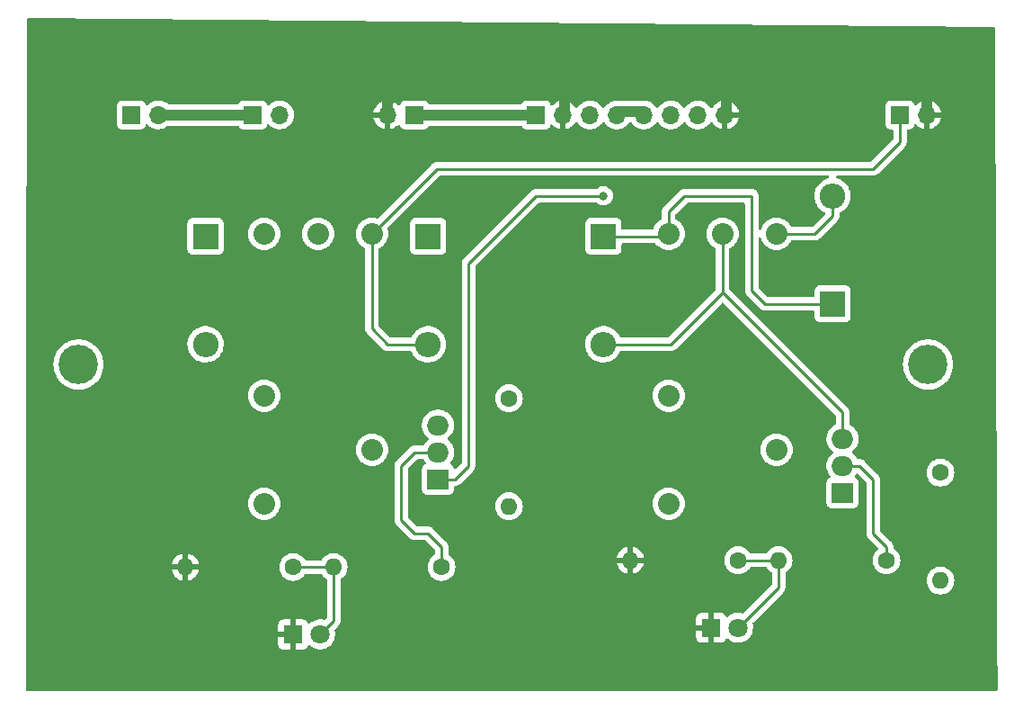
<source format=gbr>
%TF.GenerationSoftware,KiCad,Pcbnew,(6.0.2)*%
%TF.CreationDate,2022-07-20T21:02:28+09:00*%
%TF.ProjectId,______,a90428e8-8c5c-42e6-9b69-6361645f7063,rev?*%
%TF.SameCoordinates,Original*%
%TF.FileFunction,Copper,L2,Bot*%
%TF.FilePolarity,Positive*%
%FSLAX46Y46*%
G04 Gerber Fmt 4.6, Leading zero omitted, Abs format (unit mm)*
G04 Created by KiCad (PCBNEW (6.0.2)) date 2022-07-20 21:02:28*
%MOMM*%
%LPD*%
G01*
G04 APERTURE LIST*
%TA.AperFunction,ComponentPad*%
%ADD10R,2.000000X1.905000*%
%TD*%
%TA.AperFunction,ComponentPad*%
%ADD11O,2.000000X1.905000*%
%TD*%
%TA.AperFunction,ComponentPad*%
%ADD12R,2.400000X2.400000*%
%TD*%
%TA.AperFunction,ComponentPad*%
%ADD13O,2.400000X2.400000*%
%TD*%
%TA.AperFunction,ComponentPad*%
%ADD14R,1.700000X1.700000*%
%TD*%
%TA.AperFunction,ComponentPad*%
%ADD15O,1.700000X1.700000*%
%TD*%
%TA.AperFunction,ComponentPad*%
%ADD16C,2.032000*%
%TD*%
%TA.AperFunction,ComponentPad*%
%ADD17C,1.600000*%
%TD*%
%TA.AperFunction,ComponentPad*%
%ADD18O,1.600000X1.600000*%
%TD*%
%TA.AperFunction,ComponentPad*%
%ADD19R,1.800000X1.800000*%
%TD*%
%TA.AperFunction,ComponentPad*%
%ADD20C,1.800000*%
%TD*%
%TA.AperFunction,ViaPad*%
%ADD21C,3.700000*%
%TD*%
%TA.AperFunction,ViaPad*%
%ADD22C,0.800000*%
%TD*%
%TA.AperFunction,Conductor*%
%ADD23C,0.250000*%
%TD*%
%TA.AperFunction,Conductor*%
%ADD24C,1.000000*%
%TD*%
G04 APERTURE END LIST*
D10*
%TO.P,Q2,1,G*%
%TO.N,CHARGE_SAFETY*%
X129215000Y-83820000D03*
D11*
%TO.P,Q2,2,D*%
%TO.N,Net-(Q2-Pad2)*%
X129215000Y-81280000D03*
%TO.P,Q2,3,S*%
%TO.N,Net-(D5-Pad2)*%
X129215000Y-78740000D03*
%TD*%
D12*
%TO.P,D4,1,K*%
%TO.N,CHARGE_POWER*%
X128270000Y-66040000D03*
D13*
%TO.P,D4,2,A*%
%TO.N,Reset_Button*%
X128270000Y-55880000D03*
%TD*%
D14*
%TO.P,J4,1,Pin_1*%
%TO.N,CHARGE_POWER*%
X88900000Y-48260000D03*
D15*
%TO.P,J4,2,Pin_2*%
%TO.N,GND*%
X86360000Y-48260000D03*
%TD*%
D14*
%TO.P,J5,1,Pin_1*%
%TO.N,CHARGE_POWER*%
X100345000Y-48260000D03*
D15*
%TO.P,J5,2,Pin_2*%
%TO.N,GND*%
X102885000Y-48260000D03*
%TO.P,J5,3,Pin_3*%
%TO.N,IMD_FAULT*%
X105425000Y-48260000D03*
%TO.P,J5,4,Pin_4*%
%TO.N,AIR+_ACTIVE*%
X107965000Y-48260000D03*
%TO.P,J5,5,Pin_5*%
X110505000Y-48260000D03*
%TO.P,J5,6,Pin_6*%
%TO.N,CHARGE_POWER*%
X113045000Y-48260000D03*
%TO.P,J5,7,Pin_7*%
%TO.N,CHARGE_SAFETY*%
X115585000Y-48260000D03*
%TO.P,J5,8,Pin_8*%
%TO.N,GND*%
X118125000Y-48260000D03*
%TD*%
D16*
%TO.P,U1,1,V*%
%TO.N,CHARGE_POWER*%
X74731800Y-59448500D03*
%TO.P,U1,2,Out*%
%TO.N,Net-(U1-Pad2)*%
X74731800Y-74688500D03*
%TO.P,U1,4,12V*%
%TO.N,Net-(J2-Pad1)*%
X74731800Y-84848500D03*
%TO.P,U1,6,N*%
%TO.N,unconnected-(U1-Pad6)*%
X84891800Y-79768500D03*
%TO.P,U1,8,L*%
%TO.N,Reset_Button*%
X84891800Y-59448500D03*
%TO.P,U1,9,D*%
%TO.N,Net-(D2-Pad2)*%
X79811800Y-59448500D03*
%TD*%
D17*
%TO.P,R2,1*%
%TO.N,Net-(D2-Pad2)*%
X97790000Y-74930000D03*
D18*
%TO.P,R2,2*%
%TO.N,IMD_FAULT*%
X97790000Y-85090000D03*
%TD*%
D12*
%TO.P,D2,1,K*%
%TO.N,CHARGE_POWER*%
X69215000Y-59690000D03*
D13*
%TO.P,D2,2,A*%
%TO.N,Net-(D2-Pad2)*%
X69215000Y-69850000D03*
%TD*%
D12*
%TO.P,D5,1,K*%
%TO.N,CHARGE_POWER*%
X106680000Y-59690000D03*
D13*
%TO.P,D5,2,A*%
%TO.N,Net-(D5-Pad2)*%
X106680000Y-69850000D03*
%TD*%
D14*
%TO.P,J2,1,Pin_1*%
%TO.N,Net-(J2-Pad1)*%
X62230000Y-48260000D03*
D15*
%TO.P,J2,2,Pin_2*%
%TO.N,Net-(J1-Pad1)*%
X64770000Y-48260000D03*
%TD*%
D19*
%TO.P,D6,1,K*%
%TO.N,GND*%
X116840000Y-96520000D03*
D20*
%TO.P,D6,2,A*%
%TO.N,Net-(D6-Pad2)*%
X119380000Y-96520000D03*
%TD*%
D10*
%TO.P,Q1,1,G*%
%TO.N,IMD_FAULT*%
X91115000Y-82550000D03*
D11*
%TO.P,Q1,2,D*%
%TO.N,Net-(Q1-Pad2)*%
X91115000Y-80010000D03*
%TO.P,Q1,3,S*%
%TO.N,Net-(D2-Pad2)*%
X91115000Y-77470000D03*
%TD*%
D17*
%TO.P,R1,1*%
%TO.N,Net-(D3-Pad2)*%
X77470000Y-90805000D03*
D18*
%TO.P,R1,2*%
%TO.N,GND*%
X67310000Y-90805000D03*
%TD*%
D16*
%TO.P,U2,1,V*%
%TO.N,CHARGE_POWER*%
X112831800Y-59448500D03*
%TO.P,U2,2,Out*%
%TO.N,AIR+_ACTIVE*%
X112831800Y-74688500D03*
%TO.P,U2,4,12V*%
%TO.N,Net-(U1-Pad2)*%
X112831800Y-84848500D03*
%TO.P,U2,6,N*%
%TO.N,unconnected-(U2-Pad6)*%
X122991800Y-79768500D03*
%TO.P,U2,8,L*%
%TO.N,Reset_Button*%
X122991800Y-59448500D03*
%TO.P,U2,9,D*%
%TO.N,Net-(D5-Pad2)*%
X117911800Y-59448500D03*
%TD*%
D17*
%TO.P,R4,1*%
%TO.N,Net-(D6-Pad2)*%
X119380000Y-90170000D03*
D18*
%TO.P,R4,2*%
%TO.N,GND*%
X109220000Y-90170000D03*
%TD*%
D17*
%TO.P,R3,1*%
%TO.N,Net-(Q1-Pad2)*%
X91440000Y-90805000D03*
D18*
%TO.P,R3,2*%
%TO.N,Net-(D3-Pad2)*%
X81280000Y-90805000D03*
%TD*%
D17*
%TO.P,R6,1*%
%TO.N,Net-(Q2-Pad2)*%
X133350000Y-90170000D03*
D18*
%TO.P,R6,2*%
%TO.N,Net-(D6-Pad2)*%
X123190000Y-90170000D03*
%TD*%
D14*
%TO.P,J1,1,Pin_1*%
%TO.N,Net-(J1-Pad1)*%
X73660000Y-48260000D03*
D15*
%TO.P,J1,2,Pin_2*%
%TO.N,CHARGE_POWER*%
X76200000Y-48260000D03*
%TD*%
D19*
%TO.P,D3,1,K*%
%TO.N,GND*%
X77470000Y-97155000D03*
D20*
%TO.P,D3,2,A*%
%TO.N,Net-(D3-Pad2)*%
X80010000Y-97155000D03*
%TD*%
D12*
%TO.P,D1,1,K*%
%TO.N,CHARGE_POWER*%
X90170000Y-59690000D03*
D13*
%TO.P,D1,2,A*%
%TO.N,Reset_Button*%
X90170000Y-69850000D03*
%TD*%
D17*
%TO.P,R5,1*%
%TO.N,Net-(D5-Pad2)*%
X138430000Y-81915000D03*
D18*
%TO.P,R5,2*%
%TO.N,CHARGE_SAFETY*%
X138430000Y-92075000D03*
%TD*%
D14*
%TO.P,J3,1,Pin_1*%
%TO.N,Reset_Button*%
X134620000Y-48260000D03*
D15*
%TO.P,J3,2,Pin_2*%
%TO.N,GND*%
X137160000Y-48260000D03*
%TD*%
D21*
%TO.N,*%
X137268949Y-71755000D03*
X57258949Y-71755000D03*
D22*
%TO.N,IMD_FAULT*%
X106680000Y-55880000D03*
%TD*%
D23*
%TO.N,Net-(D3-Pad2)*%
X81280000Y-95885000D02*
X80010000Y-97155000D01*
X81280000Y-90805000D02*
X81280000Y-95885000D01*
X81280000Y-90805000D02*
X77470000Y-90805000D01*
%TO.N,GND*%
X67310000Y-94615000D02*
X69850000Y-97155000D01*
D24*
X86360000Y-48260000D02*
X86360000Y-46990000D01*
D23*
X109220000Y-92710000D02*
X113030000Y-96520000D01*
X82550000Y-53340000D02*
X68580000Y-53340000D01*
X86360000Y-49530000D02*
X86360000Y-48260000D01*
X67310000Y-90805000D02*
X67310000Y-94615000D01*
D24*
X90170000Y-43180000D02*
X101600000Y-43180000D01*
X118290000Y-44630000D02*
X116840000Y-43180000D01*
X103010000Y-44590000D02*
X103010000Y-47960000D01*
X118290000Y-48260000D02*
X118290000Y-44630000D01*
D23*
X113030000Y-96520000D02*
X116840000Y-96520000D01*
D24*
X101600000Y-43180000D02*
X116840000Y-43180000D01*
D23*
X68580000Y-53340000D02*
X64770000Y-57150000D01*
X64770000Y-57150000D02*
X64770000Y-80010000D01*
X67310000Y-90805000D02*
X67310000Y-82550000D01*
X82550000Y-53340000D02*
X86360000Y-49530000D01*
X109220000Y-90170000D02*
X109220000Y-92710000D01*
D24*
X137160000Y-44450000D02*
X137160000Y-48260000D01*
X101600000Y-43180000D02*
X103010000Y-44590000D01*
D23*
X64770000Y-80010000D02*
X67310000Y-82550000D01*
X69850000Y-97155000D02*
X77470000Y-97155000D01*
D24*
X116840000Y-43180000D02*
X135890000Y-43180000D01*
X86360000Y-46990000D02*
X90170000Y-43180000D01*
X135890000Y-43180000D02*
X137160000Y-44450000D01*
D23*
%TO.N,Net-(D6-Pad2)*%
X119380000Y-90170000D02*
X123190000Y-90170000D01*
X123190000Y-92710000D02*
X123190000Y-90170000D01*
X119380000Y-96520000D02*
X123190000Y-92710000D01*
%TO.N,Net-(Q1-Pad2)*%
X91440000Y-88900000D02*
X91440000Y-90805000D01*
X90170000Y-87630000D02*
X91440000Y-88900000D01*
X91115000Y-80010000D02*
X88900000Y-80010000D01*
X88900000Y-87630000D02*
X90170000Y-87630000D01*
X88900000Y-80010000D02*
X87630000Y-81280000D01*
X87630000Y-86360000D02*
X88900000Y-87630000D01*
X87630000Y-81280000D02*
X87630000Y-86360000D01*
D24*
%TO.N,Net-(J1-Pad1)*%
X73660000Y-48260000D02*
X64770000Y-48260000D01*
D23*
%TO.N,CHARGE_POWER*%
X106680000Y-59690000D02*
X112590300Y-59690000D01*
X120650000Y-55880000D02*
X120650000Y-64770000D01*
X112590300Y-59690000D02*
X112831800Y-59448500D01*
X121920000Y-66040000D02*
X128270000Y-66040000D01*
X120650000Y-64770000D02*
X121920000Y-66040000D01*
X112831800Y-57348200D02*
X114300000Y-55880000D01*
D24*
X100210000Y-48260000D02*
X88900000Y-48260000D01*
D23*
X112831800Y-59448500D02*
X112831800Y-57348200D01*
X114300000Y-55880000D02*
X120650000Y-55880000D01*
%TO.N,Reset_Button*%
X128270000Y-57785000D02*
X128270000Y-55880000D01*
X126606500Y-59448500D02*
X128270000Y-57785000D01*
X84650300Y-59690000D02*
X84650300Y-59842718D01*
X91000300Y-53340000D02*
X84650300Y-59690000D01*
X86360000Y-69850000D02*
X90170000Y-69850000D01*
X84891800Y-68381800D02*
X86360000Y-69850000D01*
X84650300Y-59842718D02*
X84891800Y-60084218D01*
X84891800Y-60084218D02*
X84891800Y-68381800D01*
X134620000Y-48260000D02*
X134620000Y-50800000D01*
X132080000Y-53340000D02*
X91000300Y-53340000D01*
X122991800Y-59448500D02*
X126606500Y-59448500D01*
X134620000Y-50800000D02*
X132080000Y-53340000D01*
%TO.N,IMD_FAULT*%
X93980000Y-81280000D02*
X93980000Y-68580000D01*
X91115000Y-82550000D02*
X92710000Y-82550000D01*
X92710000Y-82550000D02*
X93980000Y-81280000D01*
X100330000Y-55880000D02*
X106680000Y-55880000D01*
X93980000Y-62230000D02*
X100330000Y-55880000D01*
X93980000Y-68580000D02*
X93980000Y-62230000D01*
D24*
%TO.N,AIR+_ACTIVE*%
X108010000Y-47960000D02*
X110510000Y-47960000D01*
D23*
%TO.N,Net-(D5-Pad2)*%
X117911800Y-64968200D02*
X129215000Y-76271400D01*
X113030000Y-69850000D02*
X106680000Y-69850000D01*
X129215000Y-76271400D02*
X129215000Y-78740000D01*
X117911800Y-59448500D02*
X117911800Y-64968200D01*
X117911800Y-64968200D02*
X113030000Y-69850000D01*
%TO.N,Net-(Q2-Pad2)*%
X132080000Y-82550000D02*
X132080000Y-87630000D01*
X129215000Y-81280000D02*
X130810000Y-81280000D01*
X132080000Y-87630000D02*
X133350000Y-88900000D01*
X133350000Y-88900000D02*
X133350000Y-90170000D01*
X130810000Y-81280000D02*
X132080000Y-82550000D01*
%TD*%
%TA.AperFunction,Conductor*%
%TO.N,GND*%
G36*
X143475579Y-39998854D02*
G01*
X143543513Y-40019483D01*
X143589510Y-40073564D01*
X143600418Y-40124425D01*
X143769960Y-90551000D01*
X143794762Y-97927631D01*
X143809575Y-102333576D01*
X143789802Y-102401764D01*
X143736303Y-102448437D01*
X143683576Y-102460000D01*
X52406219Y-102460000D01*
X52338098Y-102439998D01*
X52291605Y-102386342D01*
X52280219Y-102333781D01*
X52287577Y-98099669D01*
X76062001Y-98099669D01*
X76062371Y-98106490D01*
X76067895Y-98157352D01*
X76071521Y-98172604D01*
X76116676Y-98293054D01*
X76125214Y-98308649D01*
X76201715Y-98410724D01*
X76214276Y-98423285D01*
X76316351Y-98499786D01*
X76331946Y-98508324D01*
X76452394Y-98553478D01*
X76467649Y-98557105D01*
X76518514Y-98562631D01*
X76525328Y-98563000D01*
X77197885Y-98563000D01*
X77213124Y-98558525D01*
X77214329Y-98557135D01*
X77216000Y-98549452D01*
X77216000Y-97427115D01*
X77211525Y-97411876D01*
X77210135Y-97410671D01*
X77202452Y-97409000D01*
X76080116Y-97409000D01*
X76064877Y-97413475D01*
X76063672Y-97414865D01*
X76062001Y-97422548D01*
X76062001Y-98099669D01*
X52287577Y-98099669D01*
X52289691Y-96882885D01*
X76062000Y-96882885D01*
X76066475Y-96898124D01*
X76067865Y-96899329D01*
X76075548Y-96901000D01*
X77197885Y-96901000D01*
X77213124Y-96896525D01*
X77214329Y-96895135D01*
X77216000Y-96887452D01*
X77216000Y-95765116D01*
X77211525Y-95749877D01*
X77210135Y-95748672D01*
X77202452Y-95747001D01*
X76525331Y-95747001D01*
X76518510Y-95747371D01*
X76467648Y-95752895D01*
X76452396Y-95756521D01*
X76331946Y-95801676D01*
X76316351Y-95810214D01*
X76214276Y-95886715D01*
X76201715Y-95899276D01*
X76125214Y-96001351D01*
X76116676Y-96016946D01*
X76071522Y-96137394D01*
X76067895Y-96152649D01*
X76062369Y-96203514D01*
X76062000Y-96210328D01*
X76062000Y-96882885D01*
X52289691Y-96882885D01*
X52299790Y-91071522D01*
X66027273Y-91071522D01*
X66074764Y-91248761D01*
X66078510Y-91259053D01*
X66170586Y-91456511D01*
X66176069Y-91466007D01*
X66301028Y-91644467D01*
X66308084Y-91652875D01*
X66462125Y-91806916D01*
X66470533Y-91813972D01*
X66648993Y-91938931D01*
X66658489Y-91944414D01*
X66855947Y-92036490D01*
X66866239Y-92040236D01*
X67038503Y-92086394D01*
X67052599Y-92086058D01*
X67056000Y-92078116D01*
X67056000Y-92072967D01*
X67564000Y-92072967D01*
X67567973Y-92086498D01*
X67576522Y-92087727D01*
X67753761Y-92040236D01*
X67764053Y-92036490D01*
X67961511Y-91944414D01*
X67971007Y-91938931D01*
X68149467Y-91813972D01*
X68157875Y-91806916D01*
X68311916Y-91652875D01*
X68318972Y-91644467D01*
X68443931Y-91466007D01*
X68449414Y-91456511D01*
X68541490Y-91259053D01*
X68545236Y-91248761D01*
X68591394Y-91076497D01*
X68591058Y-91062401D01*
X68583116Y-91059000D01*
X67582115Y-91059000D01*
X67566876Y-91063475D01*
X67565671Y-91064865D01*
X67564000Y-91072548D01*
X67564000Y-92072967D01*
X67056000Y-92072967D01*
X67056000Y-91077115D01*
X67051525Y-91061876D01*
X67050135Y-91060671D01*
X67042452Y-91059000D01*
X66042033Y-91059000D01*
X66028502Y-91062973D01*
X66027273Y-91071522D01*
X52299790Y-91071522D01*
X52300253Y-90805000D01*
X76156502Y-90805000D01*
X76176457Y-91033087D01*
X76177881Y-91038400D01*
X76177881Y-91038402D01*
X76229408Y-91230700D01*
X76235716Y-91254243D01*
X76238039Y-91259224D01*
X76238039Y-91259225D01*
X76330151Y-91456762D01*
X76330154Y-91456767D01*
X76332477Y-91461749D01*
X76405902Y-91566611D01*
X76443829Y-91620775D01*
X76463802Y-91649300D01*
X76625700Y-91811198D01*
X76630208Y-91814355D01*
X76630211Y-91814357D01*
X76676706Y-91846913D01*
X76813251Y-91942523D01*
X76818233Y-91944846D01*
X76818238Y-91944849D01*
X76988825Y-92024394D01*
X77020757Y-92039284D01*
X77026065Y-92040706D01*
X77026067Y-92040707D01*
X77236598Y-92097119D01*
X77236600Y-92097119D01*
X77241913Y-92098543D01*
X77470000Y-92118498D01*
X77698087Y-92098543D01*
X77703400Y-92097119D01*
X77703402Y-92097119D01*
X77913933Y-92040707D01*
X77913935Y-92040706D01*
X77919243Y-92039284D01*
X77951175Y-92024394D01*
X78121762Y-91944849D01*
X78121767Y-91944846D01*
X78126749Y-91942523D01*
X78263294Y-91846913D01*
X78309789Y-91814357D01*
X78309792Y-91814355D01*
X78314300Y-91811198D01*
X78476198Y-91649300D01*
X78492683Y-91625757D01*
X78586181Y-91492229D01*
X78641638Y-91447901D01*
X78689394Y-91438500D01*
X80060606Y-91438500D01*
X80128727Y-91458502D01*
X80163819Y-91492229D01*
X80257317Y-91625757D01*
X80273802Y-91649300D01*
X80435700Y-91811198D01*
X80440208Y-91814355D01*
X80440211Y-91814357D01*
X80592771Y-91921181D01*
X80637099Y-91976638D01*
X80646500Y-92024394D01*
X80646500Y-95570405D01*
X80626498Y-95638526D01*
X80609595Y-95659500D01*
X80508112Y-95760983D01*
X80445800Y-95795009D01*
X80381087Y-95790924D01*
X80380906Y-95791610D01*
X80377437Y-95790694D01*
X80376967Y-95790664D01*
X80375914Y-95790291D01*
X80375900Y-95790287D01*
X80371028Y-95788562D01*
X80365935Y-95787655D01*
X80365932Y-95787654D01*
X80148095Y-95748851D01*
X80148089Y-95748850D01*
X80143006Y-95747945D01*
X80065644Y-95747000D01*
X79916581Y-95745179D01*
X79916579Y-95745179D01*
X79911411Y-95745116D01*
X79682464Y-95780150D01*
X79462314Y-95852106D01*
X79457726Y-95854494D01*
X79457722Y-95854496D01*
X79303348Y-95934858D01*
X79256872Y-95959052D01*
X79252739Y-95962155D01*
X79252736Y-95962157D01*
X79102071Y-96075280D01*
X79071655Y-96098117D01*
X79068083Y-96101855D01*
X79053787Y-96116815D01*
X78992263Y-96152245D01*
X78921351Y-96148788D01*
X78863564Y-96107543D01*
X78844711Y-96073994D01*
X78823324Y-96016946D01*
X78814786Y-96001351D01*
X78738285Y-95899276D01*
X78725724Y-95886715D01*
X78623649Y-95810214D01*
X78608054Y-95801676D01*
X78487606Y-95756522D01*
X78472351Y-95752895D01*
X78421486Y-95747369D01*
X78414672Y-95747000D01*
X77742115Y-95747000D01*
X77726876Y-95751475D01*
X77725671Y-95752865D01*
X77724000Y-95760548D01*
X77724000Y-98544884D01*
X77728475Y-98560123D01*
X77729865Y-98561328D01*
X77737548Y-98562999D01*
X78414669Y-98562999D01*
X78421490Y-98562629D01*
X78472352Y-98557105D01*
X78487604Y-98553479D01*
X78608054Y-98508324D01*
X78623649Y-98499786D01*
X78725724Y-98423285D01*
X78738285Y-98410724D01*
X78814786Y-98308649D01*
X78823324Y-98293054D01*
X78844773Y-98235840D01*
X78887415Y-98179075D01*
X78953977Y-98154376D01*
X79023325Y-98169584D01*
X79043240Y-98183126D01*
X79199349Y-98312730D01*
X79399322Y-98429584D01*
X79615694Y-98512209D01*
X79620760Y-98513240D01*
X79620761Y-98513240D01*
X79673846Y-98524040D01*
X79842656Y-98558385D01*
X79973324Y-98563176D01*
X80068949Y-98566683D01*
X80068953Y-98566683D01*
X80074113Y-98566872D01*
X80079233Y-98566216D01*
X80079235Y-98566216D01*
X80178668Y-98553478D01*
X80303847Y-98537442D01*
X80308795Y-98535957D01*
X80308802Y-98535956D01*
X80520747Y-98472369D01*
X80525690Y-98470886D01*
X80606236Y-98431427D01*
X80729049Y-98371262D01*
X80729052Y-98371260D01*
X80733684Y-98368991D01*
X80922243Y-98234494D01*
X81086303Y-98071005D01*
X81221458Y-97882917D01*
X81295062Y-97733991D01*
X81321784Y-97679922D01*
X81321785Y-97679920D01*
X81324078Y-97675280D01*
X81388067Y-97464669D01*
X115432001Y-97464669D01*
X115432371Y-97471490D01*
X115437895Y-97522352D01*
X115441521Y-97537604D01*
X115486676Y-97658054D01*
X115495214Y-97673649D01*
X115571715Y-97775724D01*
X115584276Y-97788285D01*
X115686351Y-97864786D01*
X115701946Y-97873324D01*
X115822394Y-97918478D01*
X115837649Y-97922105D01*
X115888514Y-97927631D01*
X115895328Y-97928000D01*
X116567885Y-97928000D01*
X116583124Y-97923525D01*
X116584329Y-97922135D01*
X116586000Y-97914452D01*
X116586000Y-97909884D01*
X117094000Y-97909884D01*
X117098475Y-97925123D01*
X117099865Y-97926328D01*
X117107548Y-97927999D01*
X117784669Y-97927999D01*
X117791490Y-97927629D01*
X117842352Y-97922105D01*
X117857604Y-97918479D01*
X117978054Y-97873324D01*
X117993649Y-97864786D01*
X118095724Y-97788285D01*
X118108285Y-97775724D01*
X118184786Y-97673649D01*
X118193324Y-97658054D01*
X118214773Y-97600840D01*
X118257415Y-97544075D01*
X118323977Y-97519376D01*
X118393325Y-97534584D01*
X118413240Y-97548126D01*
X118569349Y-97677730D01*
X118769322Y-97794584D01*
X118985694Y-97877209D01*
X118990760Y-97878240D01*
X118990761Y-97878240D01*
X119034388Y-97887116D01*
X119212656Y-97923385D01*
X119343324Y-97928176D01*
X119438949Y-97931683D01*
X119438953Y-97931683D01*
X119444113Y-97931872D01*
X119449233Y-97931216D01*
X119449235Y-97931216D01*
X119548668Y-97918478D01*
X119673847Y-97902442D01*
X119678795Y-97900957D01*
X119678802Y-97900956D01*
X119890747Y-97837369D01*
X119895690Y-97835886D01*
X119976236Y-97796427D01*
X120099049Y-97736262D01*
X120099052Y-97736260D01*
X120103684Y-97733991D01*
X120292243Y-97599494D01*
X120456303Y-97436005D01*
X120472493Y-97413475D01*
X120516884Y-97351697D01*
X120591458Y-97247917D01*
X120601619Y-97227359D01*
X120691784Y-97044922D01*
X120691785Y-97044920D01*
X120694078Y-97040280D01*
X120761408Y-96818671D01*
X120791640Y-96589041D01*
X120793327Y-96520000D01*
X120774349Y-96289167D01*
X120738026Y-96144560D01*
X120740830Y-96073618D01*
X120771135Y-96024769D01*
X123582247Y-93213657D01*
X123590537Y-93206113D01*
X123597018Y-93202000D01*
X123643659Y-93152332D01*
X123646413Y-93149491D01*
X123666135Y-93129769D01*
X123668612Y-93126576D01*
X123676317Y-93117555D01*
X123701159Y-93091100D01*
X123706586Y-93085321D01*
X123710995Y-93077301D01*
X123716346Y-93067568D01*
X123727202Y-93051041D01*
X123734757Y-93041302D01*
X123734758Y-93041300D01*
X123739614Y-93035040D01*
X123757174Y-92994460D01*
X123762391Y-92983812D01*
X123779875Y-92952009D01*
X123779876Y-92952007D01*
X123783695Y-92945060D01*
X123788733Y-92925437D01*
X123795137Y-92906734D01*
X123800033Y-92895420D01*
X123800033Y-92895419D01*
X123803181Y-92888145D01*
X123804420Y-92880322D01*
X123804423Y-92880312D01*
X123810099Y-92844476D01*
X123812505Y-92832856D01*
X123821528Y-92797711D01*
X123821528Y-92797710D01*
X123823500Y-92790030D01*
X123823500Y-92769776D01*
X123825051Y-92750065D01*
X123826980Y-92737886D01*
X123828220Y-92730057D01*
X123824059Y-92686038D01*
X123823500Y-92674181D01*
X123823500Y-92075000D01*
X137116502Y-92075000D01*
X137136457Y-92303087D01*
X137195716Y-92524243D01*
X137198039Y-92529224D01*
X137198039Y-92529225D01*
X137290151Y-92726762D01*
X137290154Y-92726767D01*
X137292477Y-92731749D01*
X137319104Y-92769776D01*
X137371410Y-92844476D01*
X137423802Y-92919300D01*
X137585700Y-93081198D01*
X137590208Y-93084355D01*
X137590211Y-93084357D01*
X137591588Y-93085321D01*
X137773251Y-93212523D01*
X137778233Y-93214846D01*
X137778238Y-93214849D01*
X137975775Y-93306961D01*
X137980757Y-93309284D01*
X137986065Y-93310706D01*
X137986067Y-93310707D01*
X138196598Y-93367119D01*
X138196600Y-93367119D01*
X138201913Y-93368543D01*
X138430000Y-93388498D01*
X138658087Y-93368543D01*
X138663400Y-93367119D01*
X138663402Y-93367119D01*
X138873933Y-93310707D01*
X138873935Y-93310706D01*
X138879243Y-93309284D01*
X138884225Y-93306961D01*
X139081762Y-93214849D01*
X139081767Y-93214846D01*
X139086749Y-93212523D01*
X139268412Y-93085321D01*
X139269789Y-93084357D01*
X139269792Y-93084355D01*
X139274300Y-93081198D01*
X139436198Y-92919300D01*
X139488591Y-92844476D01*
X139540896Y-92769776D01*
X139567523Y-92731749D01*
X139569846Y-92726767D01*
X139569849Y-92726762D01*
X139661961Y-92529225D01*
X139661961Y-92529224D01*
X139664284Y-92524243D01*
X139723543Y-92303087D01*
X139743498Y-92075000D01*
X139723543Y-91846913D01*
X139714820Y-91814357D01*
X139665707Y-91631067D01*
X139665706Y-91631065D01*
X139664284Y-91625757D01*
X139661961Y-91620775D01*
X139569849Y-91423238D01*
X139569846Y-91423233D01*
X139567523Y-91418251D01*
X139475046Y-91286181D01*
X139439357Y-91235211D01*
X139439355Y-91235208D01*
X139436198Y-91230700D01*
X139274300Y-91068802D01*
X139269792Y-91065645D01*
X139269789Y-91065643D01*
X139189561Y-91009467D01*
X139086749Y-90937477D01*
X139081767Y-90935154D01*
X139081762Y-90935151D01*
X138884225Y-90843039D01*
X138884224Y-90843039D01*
X138879243Y-90840716D01*
X138873935Y-90839294D01*
X138873933Y-90839293D01*
X138663402Y-90782881D01*
X138663400Y-90782881D01*
X138658087Y-90781457D01*
X138430000Y-90761502D01*
X138201913Y-90781457D01*
X138196600Y-90782881D01*
X138196598Y-90782881D01*
X137986067Y-90839293D01*
X137986065Y-90839294D01*
X137980757Y-90840716D01*
X137975776Y-90843039D01*
X137975775Y-90843039D01*
X137778238Y-90935151D01*
X137778233Y-90935154D01*
X137773251Y-90937477D01*
X137670439Y-91009467D01*
X137590211Y-91065643D01*
X137590208Y-91065645D01*
X137585700Y-91068802D01*
X137423802Y-91230700D01*
X137420645Y-91235208D01*
X137420643Y-91235211D01*
X137384954Y-91286181D01*
X137292477Y-91418251D01*
X137290154Y-91423233D01*
X137290151Y-91423238D01*
X137198039Y-91620775D01*
X137195716Y-91625757D01*
X137194294Y-91631065D01*
X137194293Y-91631067D01*
X137145180Y-91814357D01*
X137136457Y-91846913D01*
X137116502Y-92075000D01*
X123823500Y-92075000D01*
X123823500Y-91389394D01*
X123843502Y-91321273D01*
X123877229Y-91286181D01*
X124029789Y-91179357D01*
X124029792Y-91179355D01*
X124034300Y-91176198D01*
X124196198Y-91014300D01*
X124327523Y-90826749D01*
X124329846Y-90821767D01*
X124329849Y-90821762D01*
X124421961Y-90624225D01*
X124421961Y-90624224D01*
X124424284Y-90619243D01*
X124435627Y-90576913D01*
X124482119Y-90403402D01*
X124482119Y-90403400D01*
X124483543Y-90398087D01*
X124503498Y-90170000D01*
X124483543Y-89941913D01*
X124473244Y-89903478D01*
X124425707Y-89726067D01*
X124425706Y-89726065D01*
X124424284Y-89720757D01*
X124401114Y-89671069D01*
X124329849Y-89518238D01*
X124329846Y-89518233D01*
X124327523Y-89513251D01*
X124196198Y-89325700D01*
X124034300Y-89163802D01*
X124029792Y-89160645D01*
X124029789Y-89160643D01*
X123879239Y-89055227D01*
X123846749Y-89032477D01*
X123841767Y-89030154D01*
X123841762Y-89030151D01*
X123644225Y-88938039D01*
X123644224Y-88938039D01*
X123639243Y-88935716D01*
X123633935Y-88934294D01*
X123633933Y-88934293D01*
X123423402Y-88877881D01*
X123423400Y-88877881D01*
X123418087Y-88876457D01*
X123190000Y-88856502D01*
X122961913Y-88876457D01*
X122956600Y-88877881D01*
X122956598Y-88877881D01*
X122746067Y-88934293D01*
X122746065Y-88934294D01*
X122740757Y-88935716D01*
X122735776Y-88938039D01*
X122735775Y-88938039D01*
X122538238Y-89030151D01*
X122538233Y-89030154D01*
X122533251Y-89032477D01*
X122500761Y-89055227D01*
X122350211Y-89160643D01*
X122350208Y-89160645D01*
X122345700Y-89163802D01*
X122183802Y-89325700D01*
X122180645Y-89330208D01*
X122180643Y-89330211D01*
X122073819Y-89482771D01*
X122018362Y-89527099D01*
X121970606Y-89536500D01*
X120599394Y-89536500D01*
X120531273Y-89516498D01*
X120496181Y-89482771D01*
X120389357Y-89330211D01*
X120389355Y-89330208D01*
X120386198Y-89325700D01*
X120224300Y-89163802D01*
X120219792Y-89160645D01*
X120219789Y-89160643D01*
X120069239Y-89055227D01*
X120036749Y-89032477D01*
X120031767Y-89030154D01*
X120031762Y-89030151D01*
X119834225Y-88938039D01*
X119834224Y-88938039D01*
X119829243Y-88935716D01*
X119823935Y-88934294D01*
X119823933Y-88934293D01*
X119613402Y-88877881D01*
X119613400Y-88877881D01*
X119608087Y-88876457D01*
X119380000Y-88856502D01*
X119151913Y-88876457D01*
X119146600Y-88877881D01*
X119146598Y-88877881D01*
X118936067Y-88934293D01*
X118936065Y-88934294D01*
X118930757Y-88935716D01*
X118925776Y-88938039D01*
X118925775Y-88938039D01*
X118728238Y-89030151D01*
X118728233Y-89030154D01*
X118723251Y-89032477D01*
X118690761Y-89055227D01*
X118540211Y-89160643D01*
X118540208Y-89160645D01*
X118535700Y-89163802D01*
X118373802Y-89325700D01*
X118242477Y-89513251D01*
X118240154Y-89518233D01*
X118240151Y-89518238D01*
X118168886Y-89671069D01*
X118145716Y-89720757D01*
X118144294Y-89726065D01*
X118144293Y-89726067D01*
X118096756Y-89903478D01*
X118086457Y-89941913D01*
X118066502Y-90170000D01*
X118086457Y-90398087D01*
X118087881Y-90403400D01*
X118087881Y-90403402D01*
X118134374Y-90576913D01*
X118145716Y-90619243D01*
X118148039Y-90624224D01*
X118148039Y-90624225D01*
X118240151Y-90821762D01*
X118240154Y-90821767D01*
X118242477Y-90826749D01*
X118373802Y-91014300D01*
X118535700Y-91176198D01*
X118540208Y-91179355D01*
X118540211Y-91179357D01*
X118607971Y-91226803D01*
X118723251Y-91307523D01*
X118728233Y-91309846D01*
X118728238Y-91309849D01*
X118898825Y-91389394D01*
X118930757Y-91404284D01*
X118936065Y-91405706D01*
X118936067Y-91405707D01*
X119146598Y-91462119D01*
X119146600Y-91462119D01*
X119151913Y-91463543D01*
X119380000Y-91483498D01*
X119608087Y-91463543D01*
X119613400Y-91462119D01*
X119613402Y-91462119D01*
X119823933Y-91405707D01*
X119823935Y-91405706D01*
X119829243Y-91404284D01*
X119861175Y-91389394D01*
X120031762Y-91309849D01*
X120031767Y-91309846D01*
X120036749Y-91307523D01*
X120152029Y-91226803D01*
X120219789Y-91179357D01*
X120219792Y-91179355D01*
X120224300Y-91176198D01*
X120386198Y-91014300D01*
X120437780Y-90940634D01*
X120496181Y-90857229D01*
X120551638Y-90812901D01*
X120599394Y-90803500D01*
X121970606Y-90803500D01*
X122038727Y-90823502D01*
X122073819Y-90857229D01*
X122132220Y-90940634D01*
X122183802Y-91014300D01*
X122345700Y-91176198D01*
X122350208Y-91179355D01*
X122350211Y-91179357D01*
X122502771Y-91286181D01*
X122547099Y-91341638D01*
X122556500Y-91389394D01*
X122556500Y-92395406D01*
X122536498Y-92463527D01*
X122519595Y-92484501D01*
X119878112Y-95125983D01*
X119815800Y-95160009D01*
X119751087Y-95155924D01*
X119750906Y-95156610D01*
X119747437Y-95155694D01*
X119746967Y-95155664D01*
X119745914Y-95155291D01*
X119745900Y-95155287D01*
X119741028Y-95153562D01*
X119735935Y-95152655D01*
X119735932Y-95152654D01*
X119518095Y-95113851D01*
X119518089Y-95113850D01*
X119513006Y-95112945D01*
X119435644Y-95112000D01*
X119286581Y-95110179D01*
X119286579Y-95110179D01*
X119281411Y-95110116D01*
X119052464Y-95145150D01*
X118832314Y-95217106D01*
X118827726Y-95219494D01*
X118827722Y-95219496D01*
X118631461Y-95321663D01*
X118626872Y-95324052D01*
X118622739Y-95327155D01*
X118622736Y-95327157D01*
X118445790Y-95460012D01*
X118441655Y-95463117D01*
X118438083Y-95466855D01*
X118423787Y-95481815D01*
X118362263Y-95517245D01*
X118291351Y-95513788D01*
X118233564Y-95472543D01*
X118214711Y-95438994D01*
X118193324Y-95381946D01*
X118184786Y-95366351D01*
X118108285Y-95264276D01*
X118095724Y-95251715D01*
X117993649Y-95175214D01*
X117978054Y-95166676D01*
X117857606Y-95121522D01*
X117842351Y-95117895D01*
X117791486Y-95112369D01*
X117784672Y-95112000D01*
X117112115Y-95112000D01*
X117096876Y-95116475D01*
X117095671Y-95117865D01*
X117094000Y-95125548D01*
X117094000Y-97909884D01*
X116586000Y-97909884D01*
X116586000Y-96792115D01*
X116581525Y-96776876D01*
X116580135Y-96775671D01*
X116572452Y-96774000D01*
X115450116Y-96774000D01*
X115434877Y-96778475D01*
X115433672Y-96779865D01*
X115432001Y-96787548D01*
X115432001Y-97464669D01*
X81388067Y-97464669D01*
X81391408Y-97453671D01*
X81421640Y-97224041D01*
X81423327Y-97155000D01*
X81404349Y-96924167D01*
X81368026Y-96779560D01*
X81370830Y-96708618D01*
X81401135Y-96659769D01*
X81672247Y-96388657D01*
X81680537Y-96381113D01*
X81687018Y-96377000D01*
X81733659Y-96327332D01*
X81736413Y-96324491D01*
X81756134Y-96304770D01*
X81758612Y-96301575D01*
X81766318Y-96292553D01*
X81791158Y-96266101D01*
X81796586Y-96260321D01*
X81803423Y-96247885D01*
X115432000Y-96247885D01*
X115436475Y-96263124D01*
X115437865Y-96264329D01*
X115445548Y-96266000D01*
X116567885Y-96266000D01*
X116583124Y-96261525D01*
X116584329Y-96260135D01*
X116586000Y-96252452D01*
X116586000Y-95130116D01*
X116581525Y-95114877D01*
X116580135Y-95113672D01*
X116572452Y-95112001D01*
X115895331Y-95112001D01*
X115888510Y-95112371D01*
X115837648Y-95117895D01*
X115822396Y-95121521D01*
X115701946Y-95166676D01*
X115686351Y-95175214D01*
X115584276Y-95251715D01*
X115571715Y-95264276D01*
X115495214Y-95366351D01*
X115486676Y-95381946D01*
X115441522Y-95502394D01*
X115437895Y-95517649D01*
X115432369Y-95568514D01*
X115432000Y-95575328D01*
X115432000Y-96247885D01*
X81803423Y-96247885D01*
X81806346Y-96242568D01*
X81817199Y-96226045D01*
X81824753Y-96216306D01*
X81829613Y-96210041D01*
X81847176Y-96169457D01*
X81852383Y-96158827D01*
X81873695Y-96120060D01*
X81875666Y-96112383D01*
X81875668Y-96112378D01*
X81878732Y-96100442D01*
X81885138Y-96081730D01*
X81887930Y-96075280D01*
X81893181Y-96063145D01*
X81894421Y-96055317D01*
X81894423Y-96055310D01*
X81900099Y-96019476D01*
X81902505Y-96007856D01*
X81911528Y-95972711D01*
X81911528Y-95972710D01*
X81913500Y-95965030D01*
X81913500Y-95944776D01*
X81915051Y-95925065D01*
X81916980Y-95912886D01*
X81918220Y-95905057D01*
X81914059Y-95861038D01*
X81913500Y-95849181D01*
X81913500Y-92024394D01*
X81933502Y-91956273D01*
X81967229Y-91921181D01*
X82119789Y-91814357D01*
X82119792Y-91814355D01*
X82124300Y-91811198D01*
X82286198Y-91649300D01*
X82306172Y-91620775D01*
X82344098Y-91566611D01*
X82417523Y-91461749D01*
X82419846Y-91456767D01*
X82419849Y-91456762D01*
X82511961Y-91259225D01*
X82511961Y-91259224D01*
X82514284Y-91254243D01*
X82520593Y-91230700D01*
X82572119Y-91038402D01*
X82572119Y-91038400D01*
X82573543Y-91033087D01*
X82593498Y-90805000D01*
X82573543Y-90576913D01*
X82563244Y-90538478D01*
X82515707Y-90361067D01*
X82515706Y-90361065D01*
X82514284Y-90355757D01*
X82430218Y-90175475D01*
X82419849Y-90153238D01*
X82419846Y-90153233D01*
X82417523Y-90148251D01*
X82286198Y-89960700D01*
X82124300Y-89798802D01*
X82119792Y-89795645D01*
X82119789Y-89795643D01*
X82041611Y-89740902D01*
X81936749Y-89667477D01*
X81931767Y-89665154D01*
X81931762Y-89665151D01*
X81734225Y-89573039D01*
X81734224Y-89573039D01*
X81729243Y-89570716D01*
X81723935Y-89569294D01*
X81723933Y-89569293D01*
X81513402Y-89512881D01*
X81513400Y-89512881D01*
X81508087Y-89511457D01*
X81280000Y-89491502D01*
X81051913Y-89511457D01*
X81046600Y-89512881D01*
X81046598Y-89512881D01*
X80836067Y-89569293D01*
X80836065Y-89569294D01*
X80830757Y-89570716D01*
X80825776Y-89573039D01*
X80825775Y-89573039D01*
X80628238Y-89665151D01*
X80628233Y-89665154D01*
X80623251Y-89667477D01*
X80518389Y-89740902D01*
X80440211Y-89795643D01*
X80440208Y-89795645D01*
X80435700Y-89798802D01*
X80273802Y-89960700D01*
X80270645Y-89965208D01*
X80270643Y-89965211D01*
X80163819Y-90117771D01*
X80108362Y-90162099D01*
X80060606Y-90171500D01*
X78689394Y-90171500D01*
X78621273Y-90151498D01*
X78586181Y-90117771D01*
X78479357Y-89965211D01*
X78479355Y-89965208D01*
X78476198Y-89960700D01*
X78314300Y-89798802D01*
X78309792Y-89795645D01*
X78309789Y-89795643D01*
X78231611Y-89740902D01*
X78126749Y-89667477D01*
X78121767Y-89665154D01*
X78121762Y-89665151D01*
X77924225Y-89573039D01*
X77924224Y-89573039D01*
X77919243Y-89570716D01*
X77913935Y-89569294D01*
X77913933Y-89569293D01*
X77703402Y-89512881D01*
X77703400Y-89512881D01*
X77698087Y-89511457D01*
X77470000Y-89491502D01*
X77241913Y-89511457D01*
X77236600Y-89512881D01*
X77236598Y-89512881D01*
X77026067Y-89569293D01*
X77026065Y-89569294D01*
X77020757Y-89570716D01*
X77015776Y-89573039D01*
X77015775Y-89573039D01*
X76818238Y-89665151D01*
X76818233Y-89665154D01*
X76813251Y-89667477D01*
X76708389Y-89740902D01*
X76630211Y-89795643D01*
X76630208Y-89795645D01*
X76625700Y-89798802D01*
X76463802Y-89960700D01*
X76332477Y-90148251D01*
X76330154Y-90153233D01*
X76330151Y-90153238D01*
X76319782Y-90175475D01*
X76235716Y-90355757D01*
X76234294Y-90361065D01*
X76234293Y-90361067D01*
X76186756Y-90538478D01*
X76176457Y-90576913D01*
X76156502Y-90805000D01*
X52300253Y-90805000D01*
X52300725Y-90533503D01*
X66028606Y-90533503D01*
X66028942Y-90547599D01*
X66036884Y-90551000D01*
X67037885Y-90551000D01*
X67053124Y-90546525D01*
X67054329Y-90545135D01*
X67056000Y-90537452D01*
X67056000Y-90532885D01*
X67564000Y-90532885D01*
X67568475Y-90548124D01*
X67569865Y-90549329D01*
X67577548Y-90551000D01*
X68577967Y-90551000D01*
X68591498Y-90547027D01*
X68592727Y-90538478D01*
X68545236Y-90361239D01*
X68541490Y-90350947D01*
X68449414Y-90153489D01*
X68443931Y-90143993D01*
X68318972Y-89965533D01*
X68311916Y-89957125D01*
X68157875Y-89803084D01*
X68149467Y-89796028D01*
X67971007Y-89671069D01*
X67961511Y-89665586D01*
X67764053Y-89573510D01*
X67753761Y-89569764D01*
X67581497Y-89523606D01*
X67567401Y-89523942D01*
X67564000Y-89531884D01*
X67564000Y-90532885D01*
X67056000Y-90532885D01*
X67056000Y-89537033D01*
X67052027Y-89523502D01*
X67043478Y-89522273D01*
X66866239Y-89569764D01*
X66855947Y-89573510D01*
X66658489Y-89665586D01*
X66648993Y-89671069D01*
X66470533Y-89796028D01*
X66462125Y-89803084D01*
X66308084Y-89957125D01*
X66301028Y-89965533D01*
X66176069Y-90143993D01*
X66170586Y-90153489D01*
X66078510Y-90350947D01*
X66074764Y-90361239D01*
X66028606Y-90533503D01*
X52300725Y-90533503D01*
X52310604Y-84848500D01*
X73202586Y-84848500D01*
X73221413Y-85087722D01*
X73222567Y-85092529D01*
X73222568Y-85092535D01*
X73223274Y-85095475D01*
X73277431Y-85321053D01*
X73369260Y-85542749D01*
X73494640Y-85747349D01*
X73650482Y-85929818D01*
X73832951Y-86085660D01*
X74037551Y-86211040D01*
X74042121Y-86212933D01*
X74042123Y-86212934D01*
X74254674Y-86300975D01*
X74259247Y-86302869D01*
X74338771Y-86321961D01*
X74487765Y-86357732D01*
X74487771Y-86357733D01*
X74492578Y-86358887D01*
X74731800Y-86377714D01*
X74971022Y-86358887D01*
X74975829Y-86357733D01*
X74975835Y-86357732D01*
X75124829Y-86321961D01*
X75204353Y-86302869D01*
X75208926Y-86300975D01*
X75421477Y-86212934D01*
X75421479Y-86212933D01*
X75426049Y-86211040D01*
X75630649Y-86085660D01*
X75813118Y-85929818D01*
X75968960Y-85747349D01*
X76094340Y-85542749D01*
X76186169Y-85321053D01*
X76240326Y-85095475D01*
X76241032Y-85092535D01*
X76241033Y-85092529D01*
X76242187Y-85087722D01*
X76261014Y-84848500D01*
X76242187Y-84609278D01*
X76241033Y-84604471D01*
X76241032Y-84604465D01*
X76201124Y-84438238D01*
X76186169Y-84375947D01*
X76094340Y-84154251D01*
X75968960Y-83949651D01*
X75891180Y-83858581D01*
X75816331Y-83770944D01*
X75813118Y-83767182D01*
X75782225Y-83740797D01*
X75634417Y-83614558D01*
X75634416Y-83614557D01*
X75630649Y-83611340D01*
X75426049Y-83485960D01*
X75421479Y-83484067D01*
X75421477Y-83484066D01*
X75208926Y-83396025D01*
X75208924Y-83396024D01*
X75204353Y-83394131D01*
X75122763Y-83374543D01*
X74975835Y-83339268D01*
X74975829Y-83339267D01*
X74971022Y-83338113D01*
X74731800Y-83319286D01*
X74492578Y-83338113D01*
X74487771Y-83339267D01*
X74487765Y-83339268D01*
X74340837Y-83374543D01*
X74259247Y-83394131D01*
X74254676Y-83396024D01*
X74254674Y-83396025D01*
X74042123Y-83484066D01*
X74042121Y-83484067D01*
X74037551Y-83485960D01*
X73832951Y-83611340D01*
X73829184Y-83614557D01*
X73829183Y-83614558D01*
X73681375Y-83740797D01*
X73650482Y-83767182D01*
X73647269Y-83770944D01*
X73572421Y-83858581D01*
X73494640Y-83949651D01*
X73369260Y-84154251D01*
X73277431Y-84375947D01*
X73262476Y-84438238D01*
X73222568Y-84604465D01*
X73222567Y-84604471D01*
X73221413Y-84609278D01*
X73202586Y-84848500D01*
X52310604Y-84848500D01*
X52319432Y-79768500D01*
X83362586Y-79768500D01*
X83381413Y-80007722D01*
X83382567Y-80012529D01*
X83382568Y-80012535D01*
X83412640Y-80137791D01*
X83437431Y-80241053D01*
X83529260Y-80462749D01*
X83654640Y-80667349D01*
X83657857Y-80671116D01*
X83657858Y-80671117D01*
X83664841Y-80679293D01*
X83810482Y-80849818D01*
X83814244Y-80853031D01*
X83923427Y-80946281D01*
X83992951Y-81005660D01*
X84197551Y-81131040D01*
X84202121Y-81132933D01*
X84202123Y-81132934D01*
X84383106Y-81207899D01*
X84419247Y-81222869D01*
X84490332Y-81239935D01*
X84647765Y-81277732D01*
X84647771Y-81277733D01*
X84652578Y-81278887D01*
X84891800Y-81297714D01*
X85131022Y-81278887D01*
X85135829Y-81277733D01*
X85135835Y-81277732D01*
X85209930Y-81259943D01*
X86991780Y-81259943D01*
X86992526Y-81267835D01*
X86995941Y-81303961D01*
X86996500Y-81315819D01*
X86996500Y-86281233D01*
X86995973Y-86292416D01*
X86994298Y-86299909D01*
X86994547Y-86307835D01*
X86994547Y-86307836D01*
X86996438Y-86367986D01*
X86996500Y-86371945D01*
X86996500Y-86399856D01*
X86996997Y-86403790D01*
X86996997Y-86403791D01*
X86997005Y-86403856D01*
X86997938Y-86415693D01*
X86999327Y-86459889D01*
X87004978Y-86479339D01*
X87008987Y-86498700D01*
X87011526Y-86518797D01*
X87014445Y-86526168D01*
X87014445Y-86526170D01*
X87027804Y-86559912D01*
X87031649Y-86571142D01*
X87043982Y-86613593D01*
X87048015Y-86620412D01*
X87048017Y-86620417D01*
X87054293Y-86631028D01*
X87062988Y-86648776D01*
X87070448Y-86667617D01*
X87075110Y-86674033D01*
X87075110Y-86674034D01*
X87096436Y-86703387D01*
X87102952Y-86713307D01*
X87125458Y-86751362D01*
X87139779Y-86765683D01*
X87152619Y-86780716D01*
X87164528Y-86797107D01*
X87170634Y-86802158D01*
X87198605Y-86825298D01*
X87207384Y-86833288D01*
X88396343Y-88022247D01*
X88403887Y-88030537D01*
X88408000Y-88037018D01*
X88413777Y-88042443D01*
X88457667Y-88083658D01*
X88460509Y-88086413D01*
X88480230Y-88106134D01*
X88483425Y-88108612D01*
X88492447Y-88116318D01*
X88524679Y-88146586D01*
X88531628Y-88150406D01*
X88542432Y-88156346D01*
X88558956Y-88167199D01*
X88574959Y-88179613D01*
X88615543Y-88197176D01*
X88626173Y-88202383D01*
X88664940Y-88223695D01*
X88672617Y-88225666D01*
X88672622Y-88225668D01*
X88684558Y-88228732D01*
X88703266Y-88235137D01*
X88721855Y-88243181D01*
X88729683Y-88244421D01*
X88729690Y-88244423D01*
X88765524Y-88250099D01*
X88777144Y-88252505D01*
X88812289Y-88261528D01*
X88819970Y-88263500D01*
X88840224Y-88263500D01*
X88859934Y-88265051D01*
X88879943Y-88268220D01*
X88887835Y-88267474D01*
X88923961Y-88264059D01*
X88935819Y-88263500D01*
X89855406Y-88263500D01*
X89923527Y-88283502D01*
X89944501Y-88300405D01*
X90769595Y-89125499D01*
X90803621Y-89187811D01*
X90806500Y-89214594D01*
X90806500Y-89585606D01*
X90786498Y-89653727D01*
X90752771Y-89688819D01*
X90600211Y-89795643D01*
X90600208Y-89795645D01*
X90595700Y-89798802D01*
X90433802Y-89960700D01*
X90302477Y-90148251D01*
X90300154Y-90153233D01*
X90300151Y-90153238D01*
X90289782Y-90175475D01*
X90205716Y-90355757D01*
X90204294Y-90361065D01*
X90204293Y-90361067D01*
X90156756Y-90538478D01*
X90146457Y-90576913D01*
X90126502Y-90805000D01*
X90146457Y-91033087D01*
X90147881Y-91038400D01*
X90147881Y-91038402D01*
X90199408Y-91230700D01*
X90205716Y-91254243D01*
X90208039Y-91259224D01*
X90208039Y-91259225D01*
X90300151Y-91456762D01*
X90300154Y-91456767D01*
X90302477Y-91461749D01*
X90375902Y-91566611D01*
X90413829Y-91620775D01*
X90433802Y-91649300D01*
X90595700Y-91811198D01*
X90600208Y-91814355D01*
X90600211Y-91814357D01*
X90646706Y-91846913D01*
X90783251Y-91942523D01*
X90788233Y-91944846D01*
X90788238Y-91944849D01*
X90958825Y-92024394D01*
X90990757Y-92039284D01*
X90996065Y-92040706D01*
X90996067Y-92040707D01*
X91206598Y-92097119D01*
X91206600Y-92097119D01*
X91211913Y-92098543D01*
X91440000Y-92118498D01*
X91668087Y-92098543D01*
X91673400Y-92097119D01*
X91673402Y-92097119D01*
X91883933Y-92040707D01*
X91883935Y-92040706D01*
X91889243Y-92039284D01*
X91921175Y-92024394D01*
X92091762Y-91944849D01*
X92091767Y-91944846D01*
X92096749Y-91942523D01*
X92233294Y-91846913D01*
X92279789Y-91814357D01*
X92279792Y-91814355D01*
X92284300Y-91811198D01*
X92446198Y-91649300D01*
X92466172Y-91620775D01*
X92504098Y-91566611D01*
X92577523Y-91461749D01*
X92579846Y-91456767D01*
X92579849Y-91456762D01*
X92671961Y-91259225D01*
X92671961Y-91259224D01*
X92674284Y-91254243D01*
X92680593Y-91230700D01*
X92732119Y-91038402D01*
X92732119Y-91038400D01*
X92733543Y-91033087D01*
X92753498Y-90805000D01*
X92733543Y-90576913D01*
X92723244Y-90538478D01*
X92695925Y-90436522D01*
X107937273Y-90436522D01*
X107984764Y-90613761D01*
X107988510Y-90624053D01*
X108080586Y-90821511D01*
X108086069Y-90831007D01*
X108211028Y-91009467D01*
X108218084Y-91017875D01*
X108372125Y-91171916D01*
X108380533Y-91178972D01*
X108558993Y-91303931D01*
X108568489Y-91309414D01*
X108765947Y-91401490D01*
X108776239Y-91405236D01*
X108948503Y-91451394D01*
X108962599Y-91451058D01*
X108966000Y-91443116D01*
X108966000Y-91437967D01*
X109474000Y-91437967D01*
X109477973Y-91451498D01*
X109486522Y-91452727D01*
X109663761Y-91405236D01*
X109674053Y-91401490D01*
X109871511Y-91309414D01*
X109881007Y-91303931D01*
X110059467Y-91178972D01*
X110067875Y-91171916D01*
X110221916Y-91017875D01*
X110228972Y-91009467D01*
X110353931Y-90831007D01*
X110359414Y-90821511D01*
X110451490Y-90624053D01*
X110455236Y-90613761D01*
X110501394Y-90441497D01*
X110501058Y-90427401D01*
X110493116Y-90424000D01*
X109492115Y-90424000D01*
X109476876Y-90428475D01*
X109475671Y-90429865D01*
X109474000Y-90437548D01*
X109474000Y-91437967D01*
X108966000Y-91437967D01*
X108966000Y-90442115D01*
X108961525Y-90426876D01*
X108960135Y-90425671D01*
X108952452Y-90424000D01*
X107952033Y-90424000D01*
X107938502Y-90427973D01*
X107937273Y-90436522D01*
X92695925Y-90436522D01*
X92675707Y-90361067D01*
X92675706Y-90361065D01*
X92674284Y-90355757D01*
X92590218Y-90175475D01*
X92579849Y-90153238D01*
X92579846Y-90153233D01*
X92577523Y-90148251D01*
X92446198Y-89960700D01*
X92384001Y-89898503D01*
X107938606Y-89898503D01*
X107938942Y-89912599D01*
X107946884Y-89916000D01*
X108947885Y-89916000D01*
X108963124Y-89911525D01*
X108964329Y-89910135D01*
X108966000Y-89902452D01*
X108966000Y-89897885D01*
X109474000Y-89897885D01*
X109478475Y-89913124D01*
X109479865Y-89914329D01*
X109487548Y-89916000D01*
X110487967Y-89916000D01*
X110501498Y-89912027D01*
X110502727Y-89903478D01*
X110455236Y-89726239D01*
X110451490Y-89715947D01*
X110359414Y-89518489D01*
X110353931Y-89508993D01*
X110228972Y-89330533D01*
X110221916Y-89322125D01*
X110067875Y-89168084D01*
X110059467Y-89161028D01*
X109881007Y-89036069D01*
X109871511Y-89030586D01*
X109674053Y-88938510D01*
X109663761Y-88934764D01*
X109491497Y-88888606D01*
X109477401Y-88888942D01*
X109474000Y-88896884D01*
X109474000Y-89897885D01*
X108966000Y-89897885D01*
X108966000Y-88902033D01*
X108962027Y-88888502D01*
X108953478Y-88887273D01*
X108776239Y-88934764D01*
X108765947Y-88938510D01*
X108568489Y-89030586D01*
X108558993Y-89036069D01*
X108380533Y-89161028D01*
X108372125Y-89168084D01*
X108218084Y-89322125D01*
X108211028Y-89330533D01*
X108086069Y-89508993D01*
X108080586Y-89518489D01*
X107988510Y-89715947D01*
X107984764Y-89726239D01*
X107938606Y-89898503D01*
X92384001Y-89898503D01*
X92284300Y-89798802D01*
X92279792Y-89795645D01*
X92279789Y-89795643D01*
X92127229Y-89688819D01*
X92082901Y-89633362D01*
X92073500Y-89585606D01*
X92073500Y-88978767D01*
X92074027Y-88967584D01*
X92075702Y-88960091D01*
X92073562Y-88892014D01*
X92073500Y-88888055D01*
X92073500Y-88860144D01*
X92072995Y-88856144D01*
X92072062Y-88844301D01*
X92070922Y-88808029D01*
X92070673Y-88800110D01*
X92065022Y-88780658D01*
X92061014Y-88761306D01*
X92059467Y-88749063D01*
X92058474Y-88741203D01*
X92055556Y-88733832D01*
X92042200Y-88700097D01*
X92038355Y-88688870D01*
X92037721Y-88686687D01*
X92026018Y-88646407D01*
X92021984Y-88639585D01*
X92021981Y-88639579D01*
X92015706Y-88628968D01*
X92007010Y-88611218D01*
X92002472Y-88599756D01*
X92002469Y-88599751D01*
X91999552Y-88592383D01*
X91973573Y-88556625D01*
X91967057Y-88546707D01*
X91948575Y-88515457D01*
X91944542Y-88508637D01*
X91930218Y-88494313D01*
X91917376Y-88479278D01*
X91905472Y-88462893D01*
X91871406Y-88434711D01*
X91862627Y-88426722D01*
X90673652Y-87237747D01*
X90666112Y-87229461D01*
X90662000Y-87222982D01*
X90612348Y-87176356D01*
X90609507Y-87173602D01*
X90589770Y-87153865D01*
X90586573Y-87151385D01*
X90577551Y-87143680D01*
X90551100Y-87118841D01*
X90545321Y-87113414D01*
X90538375Y-87109595D01*
X90538372Y-87109593D01*
X90527566Y-87103652D01*
X90511047Y-87092801D01*
X90510583Y-87092441D01*
X90495041Y-87080386D01*
X90487772Y-87077241D01*
X90487768Y-87077238D01*
X90454463Y-87062826D01*
X90443813Y-87057609D01*
X90405060Y-87036305D01*
X90385437Y-87031267D01*
X90366734Y-87024863D01*
X90355420Y-87019967D01*
X90355419Y-87019967D01*
X90348145Y-87016819D01*
X90340322Y-87015580D01*
X90340312Y-87015577D01*
X90304476Y-87009901D01*
X90292856Y-87007495D01*
X90257711Y-86998472D01*
X90257710Y-86998472D01*
X90250030Y-86996500D01*
X90229776Y-86996500D01*
X90210065Y-86994949D01*
X90197886Y-86993020D01*
X90190057Y-86991780D01*
X90182165Y-86992526D01*
X90146039Y-86995941D01*
X90134181Y-86996500D01*
X89214595Y-86996500D01*
X89146474Y-86976498D01*
X89125500Y-86959595D01*
X88300405Y-86134500D01*
X88266379Y-86072188D01*
X88263500Y-86045405D01*
X88263500Y-85090000D01*
X96476502Y-85090000D01*
X96496457Y-85318087D01*
X96555716Y-85539243D01*
X96558039Y-85544224D01*
X96558039Y-85544225D01*
X96650151Y-85741762D01*
X96650154Y-85741767D01*
X96652477Y-85746749D01*
X96783802Y-85934300D01*
X96945700Y-86096198D01*
X96950208Y-86099355D01*
X96950211Y-86099357D01*
X97000401Y-86134500D01*
X97133251Y-86227523D01*
X97138233Y-86229846D01*
X97138238Y-86229849D01*
X97273867Y-86293093D01*
X97340757Y-86324284D01*
X97346065Y-86325706D01*
X97346067Y-86325707D01*
X97556598Y-86382119D01*
X97556600Y-86382119D01*
X97561913Y-86383543D01*
X97790000Y-86403498D01*
X98018087Y-86383543D01*
X98023400Y-86382119D01*
X98023402Y-86382119D01*
X98233933Y-86325707D01*
X98233935Y-86325706D01*
X98239243Y-86324284D01*
X98306133Y-86293093D01*
X98441762Y-86229849D01*
X98441767Y-86229846D01*
X98446749Y-86227523D01*
X98579599Y-86134500D01*
X98629789Y-86099357D01*
X98629792Y-86099355D01*
X98634300Y-86096198D01*
X98796198Y-85934300D01*
X98927523Y-85746749D01*
X98929846Y-85741767D01*
X98929849Y-85741762D01*
X99021961Y-85544225D01*
X99021961Y-85544224D01*
X99024284Y-85539243D01*
X99083543Y-85318087D01*
X99103498Y-85090000D01*
X99083543Y-84861913D01*
X99079949Y-84848500D01*
X111302586Y-84848500D01*
X111321413Y-85087722D01*
X111322567Y-85092529D01*
X111322568Y-85092535D01*
X111323274Y-85095475D01*
X111377431Y-85321053D01*
X111469260Y-85542749D01*
X111594640Y-85747349D01*
X111750482Y-85929818D01*
X111932951Y-86085660D01*
X112137551Y-86211040D01*
X112142121Y-86212933D01*
X112142123Y-86212934D01*
X112354674Y-86300975D01*
X112359247Y-86302869D01*
X112438771Y-86321961D01*
X112587765Y-86357732D01*
X112587771Y-86357733D01*
X112592578Y-86358887D01*
X112831800Y-86377714D01*
X113071022Y-86358887D01*
X113075829Y-86357733D01*
X113075835Y-86357732D01*
X113224829Y-86321961D01*
X113304353Y-86302869D01*
X113308926Y-86300975D01*
X113521477Y-86212934D01*
X113521479Y-86212933D01*
X113526049Y-86211040D01*
X113730649Y-86085660D01*
X113913118Y-85929818D01*
X114068960Y-85747349D01*
X114194340Y-85542749D01*
X114286169Y-85321053D01*
X114340326Y-85095475D01*
X114341032Y-85092535D01*
X114341033Y-85092529D01*
X114342187Y-85087722D01*
X114361014Y-84848500D01*
X114342187Y-84609278D01*
X114341033Y-84604471D01*
X114341032Y-84604465D01*
X114301124Y-84438238D01*
X114286169Y-84375947D01*
X114194340Y-84154251D01*
X114068960Y-83949651D01*
X113991180Y-83858581D01*
X113916331Y-83770944D01*
X113913118Y-83767182D01*
X113882225Y-83740797D01*
X113734417Y-83614558D01*
X113734416Y-83614557D01*
X113730649Y-83611340D01*
X113526049Y-83485960D01*
X113521479Y-83484067D01*
X113521477Y-83484066D01*
X113308926Y-83396025D01*
X113308924Y-83396024D01*
X113304353Y-83394131D01*
X113222763Y-83374543D01*
X113075835Y-83339268D01*
X113075829Y-83339267D01*
X113071022Y-83338113D01*
X112831800Y-83319286D01*
X112592578Y-83338113D01*
X112587771Y-83339267D01*
X112587765Y-83339268D01*
X112440837Y-83374543D01*
X112359247Y-83394131D01*
X112354676Y-83396024D01*
X112354674Y-83396025D01*
X112142123Y-83484066D01*
X112142121Y-83484067D01*
X112137551Y-83485960D01*
X111932951Y-83611340D01*
X111929184Y-83614557D01*
X111929183Y-83614558D01*
X111781375Y-83740797D01*
X111750482Y-83767182D01*
X111747269Y-83770944D01*
X111672421Y-83858581D01*
X111594640Y-83949651D01*
X111469260Y-84154251D01*
X111377431Y-84375947D01*
X111362476Y-84438238D01*
X111322568Y-84604465D01*
X111322567Y-84604471D01*
X111321413Y-84609278D01*
X111302586Y-84848500D01*
X99079949Y-84848500D01*
X99078628Y-84843570D01*
X99025707Y-84646067D01*
X99025706Y-84646065D01*
X99024284Y-84640757D01*
X99007361Y-84604465D01*
X98929849Y-84438238D01*
X98929846Y-84438233D01*
X98927523Y-84433251D01*
X98796198Y-84245700D01*
X98634300Y-84083802D01*
X98629792Y-84080645D01*
X98629789Y-84080643D01*
X98516719Y-84001471D01*
X98446749Y-83952477D01*
X98441767Y-83950154D01*
X98441762Y-83950151D01*
X98244225Y-83858039D01*
X98244224Y-83858039D01*
X98239243Y-83855716D01*
X98233935Y-83854294D01*
X98233933Y-83854293D01*
X98023402Y-83797881D01*
X98023400Y-83797881D01*
X98018087Y-83796457D01*
X97790000Y-83776502D01*
X97561913Y-83796457D01*
X97556600Y-83797881D01*
X97556598Y-83797881D01*
X97346067Y-83854293D01*
X97346065Y-83854294D01*
X97340757Y-83855716D01*
X97335776Y-83858039D01*
X97335775Y-83858039D01*
X97138238Y-83950151D01*
X97138233Y-83950154D01*
X97133251Y-83952477D01*
X97063281Y-84001471D01*
X96950211Y-84080643D01*
X96950208Y-84080645D01*
X96945700Y-84083802D01*
X96783802Y-84245700D01*
X96652477Y-84433251D01*
X96650154Y-84438233D01*
X96650151Y-84438238D01*
X96572639Y-84604465D01*
X96555716Y-84640757D01*
X96554294Y-84646065D01*
X96554293Y-84646067D01*
X96501372Y-84843570D01*
X96496457Y-84861913D01*
X96476502Y-85090000D01*
X88263500Y-85090000D01*
X88263500Y-81594594D01*
X88283502Y-81526473D01*
X88300405Y-81505499D01*
X89125499Y-80680405D01*
X89187811Y-80646379D01*
X89214594Y-80643500D01*
X89673629Y-80643500D01*
X89741750Y-80663502D01*
X89785392Y-80711320D01*
X89819244Y-80776348D01*
X89826975Y-80791200D01*
X89830078Y-80795333D01*
X89830080Y-80795336D01*
X89861851Y-80837651D01*
X89943415Y-80946283D01*
X89968320Y-81012765D01*
X89953328Y-81082161D01*
X89903198Y-81132435D01*
X89886885Y-81139915D01*
X89876707Y-81143731D01*
X89876704Y-81143733D01*
X89868295Y-81146885D01*
X89751739Y-81234239D01*
X89664385Y-81350795D01*
X89613255Y-81487184D01*
X89606500Y-81549366D01*
X89606500Y-83550634D01*
X89613255Y-83612816D01*
X89664385Y-83749205D01*
X89751739Y-83865761D01*
X89868295Y-83953115D01*
X90004684Y-84004245D01*
X90066866Y-84011000D01*
X92163134Y-84011000D01*
X92225316Y-84004245D01*
X92361705Y-83953115D01*
X92478261Y-83865761D01*
X92565615Y-83749205D01*
X92616745Y-83612816D01*
X92623500Y-83550634D01*
X92623500Y-83309500D01*
X92643502Y-83241379D01*
X92697158Y-83194886D01*
X92742035Y-83185124D01*
X92741948Y-83183748D01*
X92745890Y-83183500D01*
X92749856Y-83183500D01*
X92753791Y-83183003D01*
X92753856Y-83182995D01*
X92765693Y-83182062D01*
X92797951Y-83181048D01*
X92801970Y-83180922D01*
X92809889Y-83180673D01*
X92829343Y-83175021D01*
X92848700Y-83171013D01*
X92860930Y-83169468D01*
X92860931Y-83169468D01*
X92868797Y-83168474D01*
X92876168Y-83165555D01*
X92876170Y-83165555D01*
X92909912Y-83152196D01*
X92921142Y-83148351D01*
X92955983Y-83138229D01*
X92955984Y-83138229D01*
X92963593Y-83136018D01*
X92970412Y-83131985D01*
X92970417Y-83131983D01*
X92981028Y-83125707D01*
X92998776Y-83117012D01*
X93017617Y-83109552D01*
X93053387Y-83083564D01*
X93063307Y-83077048D01*
X93094535Y-83058580D01*
X93094538Y-83058578D01*
X93101362Y-83054542D01*
X93115683Y-83040221D01*
X93130717Y-83027380D01*
X93140694Y-83020131D01*
X93147107Y-83015472D01*
X93175298Y-82981395D01*
X93183288Y-82972616D01*
X94372247Y-81783657D01*
X94380537Y-81776113D01*
X94387018Y-81772000D01*
X94433659Y-81722332D01*
X94436413Y-81719491D01*
X94456134Y-81699770D01*
X94458612Y-81696575D01*
X94466318Y-81687553D01*
X94491158Y-81661101D01*
X94496586Y-81655321D01*
X94506346Y-81637568D01*
X94517199Y-81621045D01*
X94524753Y-81611306D01*
X94529613Y-81605041D01*
X94547176Y-81564457D01*
X94552383Y-81553827D01*
X94573695Y-81515060D01*
X94575666Y-81507383D01*
X94575668Y-81507378D01*
X94578732Y-81495442D01*
X94585138Y-81476730D01*
X94590033Y-81465419D01*
X94593181Y-81458145D01*
X94594421Y-81450317D01*
X94594423Y-81450310D01*
X94600099Y-81414476D01*
X94602505Y-81402856D01*
X94611528Y-81367711D01*
X94611528Y-81367710D01*
X94613500Y-81360030D01*
X94613500Y-81339776D01*
X94615051Y-81320065D01*
X94616980Y-81307886D01*
X94618220Y-81300057D01*
X94614059Y-81256038D01*
X94613500Y-81244181D01*
X94613500Y-79768500D01*
X121462586Y-79768500D01*
X121481413Y-80007722D01*
X121482567Y-80012529D01*
X121482568Y-80012535D01*
X121512640Y-80137791D01*
X121537431Y-80241053D01*
X121629260Y-80462749D01*
X121754640Y-80667349D01*
X121757857Y-80671116D01*
X121757858Y-80671117D01*
X121764841Y-80679293D01*
X121910482Y-80849818D01*
X121914244Y-80853031D01*
X122023427Y-80946281D01*
X122092951Y-81005660D01*
X122297551Y-81131040D01*
X122302121Y-81132933D01*
X122302123Y-81132934D01*
X122483106Y-81207899D01*
X122519247Y-81222869D01*
X122590332Y-81239935D01*
X122747765Y-81277732D01*
X122747771Y-81277733D01*
X122752578Y-81278887D01*
X122991800Y-81297714D01*
X123231022Y-81278887D01*
X123235829Y-81277733D01*
X123235835Y-81277732D01*
X123393268Y-81239935D01*
X123464353Y-81222869D01*
X123500494Y-81207899D01*
X123681477Y-81132934D01*
X123681479Y-81132933D01*
X123686049Y-81131040D01*
X123890649Y-81005660D01*
X123960174Y-80946281D01*
X124069356Y-80853031D01*
X124073118Y-80849818D01*
X124218759Y-80679293D01*
X124225742Y-80671117D01*
X124225743Y-80671116D01*
X124228960Y-80667349D01*
X124354340Y-80462749D01*
X124446169Y-80241053D01*
X124470960Y-80137791D01*
X124501032Y-80012535D01*
X124501033Y-80012529D01*
X124502187Y-80007722D01*
X124521014Y-79768500D01*
X124502187Y-79529278D01*
X124501033Y-79524471D01*
X124501032Y-79524465D01*
X124447324Y-79300759D01*
X124446169Y-79295947D01*
X124444275Y-79291374D01*
X124356234Y-79078823D01*
X124356233Y-79078821D01*
X124354340Y-79074251D01*
X124228960Y-78869651D01*
X124073118Y-78687182D01*
X123890649Y-78531340D01*
X123686049Y-78405960D01*
X123681479Y-78404067D01*
X123681477Y-78404066D01*
X123468926Y-78316025D01*
X123468924Y-78316024D01*
X123464353Y-78314131D01*
X123327503Y-78281276D01*
X123235835Y-78259268D01*
X123235829Y-78259267D01*
X123231022Y-78258113D01*
X122991800Y-78239286D01*
X122752578Y-78258113D01*
X122747771Y-78259267D01*
X122747765Y-78259268D01*
X122656097Y-78281276D01*
X122519247Y-78314131D01*
X122514676Y-78316024D01*
X122514674Y-78316025D01*
X122302123Y-78404066D01*
X122302121Y-78404067D01*
X122297551Y-78405960D01*
X122092951Y-78531340D01*
X121910482Y-78687182D01*
X121754640Y-78869651D01*
X121629260Y-79074251D01*
X121627367Y-79078821D01*
X121627366Y-79078823D01*
X121539325Y-79291374D01*
X121537431Y-79295947D01*
X121536276Y-79300759D01*
X121482568Y-79524465D01*
X121482567Y-79524471D01*
X121481413Y-79529278D01*
X121462586Y-79768500D01*
X94613500Y-79768500D01*
X94613500Y-74930000D01*
X96476502Y-74930000D01*
X96496457Y-75158087D01*
X96555716Y-75379243D01*
X96558039Y-75384224D01*
X96558039Y-75384225D01*
X96650151Y-75581762D01*
X96650154Y-75581767D01*
X96652477Y-75586749D01*
X96783802Y-75774300D01*
X96945700Y-75936198D01*
X96950208Y-75939355D01*
X96950211Y-75939357D01*
X96975931Y-75957366D01*
X97133251Y-76067523D01*
X97138233Y-76069846D01*
X97138238Y-76069849D01*
X97294832Y-76142869D01*
X97340757Y-76164284D01*
X97346065Y-76165706D01*
X97346067Y-76165707D01*
X97556598Y-76222119D01*
X97556600Y-76222119D01*
X97561913Y-76223543D01*
X97790000Y-76243498D01*
X98018087Y-76223543D01*
X98023400Y-76222119D01*
X98023402Y-76222119D01*
X98233933Y-76165707D01*
X98233935Y-76165706D01*
X98239243Y-76164284D01*
X98285168Y-76142869D01*
X98441762Y-76069849D01*
X98441767Y-76069846D01*
X98446749Y-76067523D01*
X98604069Y-75957366D01*
X98629789Y-75939357D01*
X98629792Y-75939355D01*
X98634300Y-75936198D01*
X98796198Y-75774300D01*
X98927523Y-75586749D01*
X98929846Y-75581767D01*
X98929849Y-75581762D01*
X99021961Y-75384225D01*
X99021961Y-75384224D01*
X99024284Y-75379243D01*
X99083543Y-75158087D01*
X99103498Y-74930000D01*
X99083543Y-74701913D01*
X99079949Y-74688500D01*
X111302586Y-74688500D01*
X111321413Y-74927722D01*
X111322567Y-74932529D01*
X111322568Y-74932535D01*
X111323274Y-74935475D01*
X111377431Y-75161053D01*
X111469260Y-75382749D01*
X111594640Y-75587349D01*
X111750482Y-75769818D01*
X111754244Y-75773031D01*
X111887528Y-75886865D01*
X111932951Y-75925660D01*
X112137551Y-76051040D01*
X112142121Y-76052933D01*
X112142123Y-76052934D01*
X112354674Y-76140975D01*
X112359247Y-76142869D01*
X112438771Y-76161961D01*
X112587765Y-76197732D01*
X112587771Y-76197733D01*
X112592578Y-76198887D01*
X112831800Y-76217714D01*
X113071022Y-76198887D01*
X113075829Y-76197733D01*
X113075835Y-76197732D01*
X113224829Y-76161961D01*
X113304353Y-76142869D01*
X113308926Y-76140975D01*
X113521477Y-76052934D01*
X113521479Y-76052933D01*
X113526049Y-76051040D01*
X113730649Y-75925660D01*
X113776073Y-75886865D01*
X113909356Y-75773031D01*
X113913118Y-75769818D01*
X114068960Y-75587349D01*
X114194340Y-75382749D01*
X114286169Y-75161053D01*
X114340326Y-74935475D01*
X114341032Y-74932535D01*
X114341033Y-74932529D01*
X114342187Y-74927722D01*
X114361014Y-74688500D01*
X114342187Y-74449278D01*
X114341033Y-74444471D01*
X114341032Y-74444465D01*
X114301124Y-74278238D01*
X114286169Y-74215947D01*
X114212472Y-74038025D01*
X114196234Y-73998823D01*
X114196233Y-73998821D01*
X114194340Y-73994251D01*
X114068960Y-73789651D01*
X113913118Y-73607182D01*
X113730649Y-73451340D01*
X113526049Y-73325960D01*
X113521479Y-73324067D01*
X113521477Y-73324066D01*
X113308926Y-73236025D01*
X113308924Y-73236024D01*
X113304353Y-73234131D01*
X113222763Y-73214543D01*
X113075835Y-73179268D01*
X113075829Y-73179267D01*
X113071022Y-73178113D01*
X112831800Y-73159286D01*
X112592578Y-73178113D01*
X112587771Y-73179267D01*
X112587765Y-73179268D01*
X112440837Y-73214543D01*
X112359247Y-73234131D01*
X112354676Y-73236024D01*
X112354674Y-73236025D01*
X112142123Y-73324066D01*
X112142121Y-73324067D01*
X112137551Y-73325960D01*
X111932951Y-73451340D01*
X111750482Y-73607182D01*
X111594640Y-73789651D01*
X111469260Y-73994251D01*
X111467367Y-73998821D01*
X111467366Y-73998823D01*
X111451128Y-74038025D01*
X111377431Y-74215947D01*
X111362476Y-74278238D01*
X111322568Y-74444465D01*
X111322567Y-74444471D01*
X111321413Y-74449278D01*
X111302586Y-74688500D01*
X99079949Y-74688500D01*
X99024284Y-74480757D01*
X99007361Y-74444465D01*
X98929849Y-74278238D01*
X98929846Y-74278233D01*
X98927523Y-74273251D01*
X98796198Y-74085700D01*
X98634300Y-73923802D01*
X98629792Y-73920645D01*
X98629789Y-73920643D01*
X98460212Y-73801904D01*
X98446749Y-73792477D01*
X98441767Y-73790154D01*
X98441762Y-73790151D01*
X98244225Y-73698039D01*
X98244224Y-73698039D01*
X98239243Y-73695716D01*
X98233935Y-73694294D01*
X98233933Y-73694293D01*
X98023402Y-73637881D01*
X98023400Y-73637881D01*
X98018087Y-73636457D01*
X97790000Y-73616502D01*
X97561913Y-73636457D01*
X97556600Y-73637881D01*
X97556598Y-73637881D01*
X97346067Y-73694293D01*
X97346065Y-73694294D01*
X97340757Y-73695716D01*
X97335776Y-73698039D01*
X97335775Y-73698039D01*
X97138238Y-73790151D01*
X97138233Y-73790154D01*
X97133251Y-73792477D01*
X97119788Y-73801904D01*
X96950211Y-73920643D01*
X96950208Y-73920645D01*
X96945700Y-73923802D01*
X96783802Y-74085700D01*
X96652477Y-74273251D01*
X96650154Y-74278233D01*
X96650151Y-74278238D01*
X96572639Y-74444465D01*
X96555716Y-74480757D01*
X96496457Y-74701913D01*
X96476502Y-74930000D01*
X94613500Y-74930000D01*
X94613500Y-69805151D01*
X104967296Y-69805151D01*
X104967520Y-69809817D01*
X104967520Y-69809822D01*
X104970885Y-69879861D01*
X104979480Y-70058798D01*
X104985050Y-70086799D01*
X105022849Y-70276827D01*
X105029021Y-70307857D01*
X105030600Y-70312255D01*
X105030602Y-70312262D01*
X105093777Y-70488219D01*
X105114831Y-70546858D01*
X105235025Y-70770551D01*
X105237820Y-70774294D01*
X105237822Y-70774297D01*
X105384171Y-70970282D01*
X105384176Y-70970288D01*
X105386963Y-70974020D01*
X105390272Y-70977300D01*
X105390277Y-70977306D01*
X105488859Y-71075031D01*
X105567307Y-71152797D01*
X105571069Y-71155555D01*
X105571072Y-71155558D01*
X105676764Y-71233054D01*
X105772094Y-71302953D01*
X105776229Y-71305129D01*
X105776233Y-71305131D01*
X105894289Y-71367243D01*
X105996827Y-71421191D01*
X106236568Y-71504912D01*
X106486050Y-71552278D01*
X106606532Y-71557011D01*
X106735125Y-71562064D01*
X106735130Y-71562064D01*
X106739793Y-71562247D01*
X106838774Y-71551407D01*
X106987569Y-71535112D01*
X106987575Y-71535111D01*
X106992222Y-71534602D01*
X107101680Y-71505784D01*
X107233273Y-71471138D01*
X107237793Y-71469948D01*
X107356353Y-71419011D01*
X107466807Y-71371557D01*
X107466810Y-71371555D01*
X107471110Y-71369708D01*
X107475090Y-71367245D01*
X107475094Y-71367243D01*
X107683064Y-71238547D01*
X107683066Y-71238545D01*
X107687047Y-71236082D01*
X107785428Y-71152797D01*
X107877289Y-71075031D01*
X107877291Y-71075029D01*
X107880862Y-71072006D01*
X108048295Y-70881084D01*
X108065447Y-70854419D01*
X108183141Y-70671442D01*
X108185669Y-70667512D01*
X108235114Y-70557749D01*
X108281330Y-70503855D01*
X108349996Y-70483500D01*
X112951233Y-70483500D01*
X112962416Y-70484027D01*
X112969909Y-70485702D01*
X112977835Y-70485453D01*
X112977836Y-70485453D01*
X113037986Y-70483562D01*
X113041945Y-70483500D01*
X113069856Y-70483500D01*
X113073791Y-70483003D01*
X113073856Y-70482995D01*
X113085693Y-70482062D01*
X113117951Y-70481048D01*
X113121970Y-70480922D01*
X113129889Y-70480673D01*
X113149343Y-70475021D01*
X113168700Y-70471013D01*
X113180930Y-70469468D01*
X113180931Y-70469468D01*
X113188797Y-70468474D01*
X113196168Y-70465555D01*
X113196170Y-70465555D01*
X113229912Y-70452196D01*
X113241142Y-70448351D01*
X113275983Y-70438229D01*
X113275984Y-70438229D01*
X113283593Y-70436018D01*
X113290412Y-70431985D01*
X113290417Y-70431983D01*
X113301028Y-70425707D01*
X113318776Y-70417012D01*
X113337617Y-70409552D01*
X113357987Y-70394753D01*
X113373387Y-70383564D01*
X113383307Y-70377048D01*
X113414535Y-70358580D01*
X113414538Y-70358578D01*
X113421362Y-70354542D01*
X113435683Y-70340221D01*
X113450717Y-70327380D01*
X113452432Y-70326134D01*
X113467107Y-70315472D01*
X113495298Y-70281395D01*
X113503288Y-70272616D01*
X117822705Y-65953199D01*
X117885017Y-65919173D01*
X117955832Y-65924238D01*
X118000895Y-65953199D01*
X128544595Y-76496900D01*
X128578621Y-76559212D01*
X128581500Y-76585995D01*
X128581500Y-77318972D01*
X128561498Y-77387093D01*
X128505741Y-77434522D01*
X128479478Y-77445941D01*
X128479473Y-77445944D01*
X128474737Y-77448003D01*
X128343530Y-77532885D01*
X128282661Y-77572263D01*
X128273023Y-77578498D01*
X128095330Y-77740186D01*
X128071141Y-77770815D01*
X127949633Y-77924670D01*
X127949630Y-77924675D01*
X127946432Y-77928724D01*
X127943939Y-77933240D01*
X127943937Y-77933243D01*
X127832823Y-78134526D01*
X127830326Y-78139050D01*
X127828602Y-78143919D01*
X127828600Y-78143923D01*
X127778525Y-78285330D01*
X127750130Y-78365515D01*
X127749223Y-78370608D01*
X127749222Y-78370611D01*
X127720019Y-78534558D01*
X127707999Y-78602037D01*
X127707639Y-78631502D01*
X127705291Y-78823716D01*
X127705064Y-78842263D01*
X127741404Y-79079744D01*
X127778094Y-79191997D01*
X127814434Y-79303183D01*
X127814437Y-79303189D01*
X127816042Y-79308101D01*
X127818429Y-79312687D01*
X127818431Y-79312691D01*
X127916681Y-79501425D01*
X127926975Y-79521200D01*
X127930085Y-79525342D01*
X128042729Y-79675369D01*
X128071223Y-79713320D01*
X128244912Y-79879301D01*
X128281903Y-79904535D01*
X128326904Y-79959444D01*
X128335075Y-80029968D01*
X128303821Y-80093716D01*
X128279340Y-80114411D01*
X128277707Y-80115468D01*
X128273023Y-80118498D01*
X128095330Y-80280186D01*
X128071141Y-80310815D01*
X127949633Y-80464670D01*
X127949630Y-80464675D01*
X127946432Y-80468724D01*
X127943939Y-80473240D01*
X127943937Y-80473243D01*
X127836785Y-80667349D01*
X127830326Y-80679050D01*
X127828602Y-80683919D01*
X127828600Y-80683923D01*
X127751856Y-80900640D01*
X127750130Y-80905515D01*
X127749223Y-80910608D01*
X127749222Y-80910611D01*
X127709958Y-81131040D01*
X127707999Y-81142037D01*
X127707385Y-81192289D01*
X127705336Y-81360030D01*
X127705064Y-81382263D01*
X127741404Y-81619744D01*
X127765149Y-81692393D01*
X127814434Y-81843183D01*
X127814437Y-81843189D01*
X127816042Y-81848101D01*
X127818429Y-81852687D01*
X127818431Y-81852691D01*
X127861527Y-81935477D01*
X127926975Y-82061200D01*
X128043415Y-82216283D01*
X128068320Y-82282765D01*
X128053328Y-82352161D01*
X128003198Y-82402435D01*
X127986885Y-82409915D01*
X127976707Y-82413731D01*
X127976704Y-82413733D01*
X127968295Y-82416885D01*
X127851739Y-82504239D01*
X127764385Y-82620795D01*
X127713255Y-82757184D01*
X127706500Y-82819366D01*
X127706500Y-84820634D01*
X127713255Y-84882816D01*
X127764385Y-85019205D01*
X127851739Y-85135761D01*
X127968295Y-85223115D01*
X128104684Y-85274245D01*
X128166866Y-85281000D01*
X130263134Y-85281000D01*
X130325316Y-85274245D01*
X130461705Y-85223115D01*
X130578261Y-85135761D01*
X130665615Y-85019205D01*
X130716745Y-84882816D01*
X130723500Y-84820634D01*
X130723500Y-82819366D01*
X130716745Y-82757184D01*
X130665615Y-82620795D01*
X130578261Y-82504239D01*
X130461705Y-82416885D01*
X130441811Y-82409427D01*
X130385047Y-82366787D01*
X130360346Y-82300226D01*
X130375553Y-82230877D01*
X130387158Y-82213353D01*
X130466496Y-82112893D01*
X130483568Y-82091276D01*
X130486068Y-82086748D01*
X130488619Y-82082127D01*
X130539051Y-82032157D01*
X130608494Y-82017385D01*
X130674900Y-82042502D01*
X130688022Y-82053926D01*
X131409595Y-82775499D01*
X131443621Y-82837811D01*
X131446500Y-82864594D01*
X131446500Y-87551233D01*
X131445973Y-87562416D01*
X131444298Y-87569909D01*
X131444547Y-87577835D01*
X131444547Y-87577836D01*
X131446438Y-87637986D01*
X131446500Y-87641945D01*
X131446500Y-87669856D01*
X131446997Y-87673790D01*
X131446997Y-87673791D01*
X131447005Y-87673856D01*
X131447938Y-87685693D01*
X131449327Y-87729889D01*
X131454978Y-87749339D01*
X131458987Y-87768700D01*
X131461526Y-87788797D01*
X131464445Y-87796168D01*
X131464445Y-87796170D01*
X131477804Y-87829912D01*
X131481649Y-87841142D01*
X131493982Y-87883593D01*
X131498015Y-87890412D01*
X131498017Y-87890417D01*
X131504293Y-87901028D01*
X131512988Y-87918776D01*
X131520448Y-87937617D01*
X131525110Y-87944033D01*
X131525110Y-87944034D01*
X131546436Y-87973387D01*
X131552952Y-87983307D01*
X131575458Y-88021362D01*
X131589779Y-88035683D01*
X131602619Y-88050716D01*
X131614528Y-88067107D01*
X131620634Y-88072158D01*
X131648605Y-88095298D01*
X131657384Y-88103288D01*
X132524327Y-88970231D01*
X132558353Y-89032543D01*
X132553288Y-89103358D01*
X132513013Y-89155427D01*
X132514424Y-89157108D01*
X132510211Y-89160643D01*
X132505700Y-89163802D01*
X132343802Y-89325700D01*
X132212477Y-89513251D01*
X132210154Y-89518233D01*
X132210151Y-89518238D01*
X132138886Y-89671069D01*
X132115716Y-89720757D01*
X132114294Y-89726065D01*
X132114293Y-89726067D01*
X132066756Y-89903478D01*
X132056457Y-89941913D01*
X132036502Y-90170000D01*
X132056457Y-90398087D01*
X132057881Y-90403400D01*
X132057881Y-90403402D01*
X132104374Y-90576913D01*
X132115716Y-90619243D01*
X132118039Y-90624224D01*
X132118039Y-90624225D01*
X132210151Y-90821762D01*
X132210154Y-90821767D01*
X132212477Y-90826749D01*
X132343802Y-91014300D01*
X132505700Y-91176198D01*
X132510208Y-91179355D01*
X132510211Y-91179357D01*
X132577971Y-91226803D01*
X132693251Y-91307523D01*
X132698233Y-91309846D01*
X132698238Y-91309849D01*
X132868825Y-91389394D01*
X132900757Y-91404284D01*
X132906065Y-91405706D01*
X132906067Y-91405707D01*
X133116598Y-91462119D01*
X133116600Y-91462119D01*
X133121913Y-91463543D01*
X133350000Y-91483498D01*
X133578087Y-91463543D01*
X133583400Y-91462119D01*
X133583402Y-91462119D01*
X133793933Y-91405707D01*
X133793935Y-91405706D01*
X133799243Y-91404284D01*
X133831175Y-91389394D01*
X134001762Y-91309849D01*
X134001767Y-91309846D01*
X134006749Y-91307523D01*
X134122029Y-91226803D01*
X134189789Y-91179357D01*
X134189792Y-91179355D01*
X134194300Y-91176198D01*
X134356198Y-91014300D01*
X134487523Y-90826749D01*
X134489846Y-90821767D01*
X134489849Y-90821762D01*
X134581961Y-90624225D01*
X134581961Y-90624224D01*
X134584284Y-90619243D01*
X134595627Y-90576913D01*
X134642119Y-90403402D01*
X134642119Y-90403400D01*
X134643543Y-90398087D01*
X134663498Y-90170000D01*
X134643543Y-89941913D01*
X134633244Y-89903478D01*
X134585707Y-89726067D01*
X134585706Y-89726065D01*
X134584284Y-89720757D01*
X134561114Y-89671069D01*
X134489849Y-89518238D01*
X134489846Y-89518233D01*
X134487523Y-89513251D01*
X134356198Y-89325700D01*
X134194300Y-89163802D01*
X134189792Y-89160645D01*
X134189789Y-89160643D01*
X134039240Y-89055227D01*
X133994912Y-88999770D01*
X133985573Y-88955974D01*
X133983562Y-88892015D01*
X133983500Y-88888055D01*
X133983500Y-88860144D01*
X133982995Y-88856144D01*
X133982062Y-88844301D01*
X133980922Y-88808029D01*
X133980673Y-88800110D01*
X133975022Y-88780658D01*
X133971014Y-88761306D01*
X133969467Y-88749063D01*
X133968474Y-88741203D01*
X133965556Y-88733832D01*
X133952200Y-88700097D01*
X133948355Y-88688870D01*
X133947721Y-88686687D01*
X133936018Y-88646407D01*
X133931984Y-88639585D01*
X133931981Y-88639579D01*
X133925706Y-88628968D01*
X133917010Y-88611218D01*
X133912472Y-88599756D01*
X133912469Y-88599751D01*
X133909552Y-88592383D01*
X133883573Y-88556625D01*
X133877057Y-88546707D01*
X133858575Y-88515457D01*
X133854542Y-88508637D01*
X133840218Y-88494313D01*
X133827376Y-88479278D01*
X133815472Y-88462893D01*
X133781406Y-88434711D01*
X133772627Y-88426722D01*
X132750405Y-87404500D01*
X132716379Y-87342188D01*
X132713500Y-87315405D01*
X132713500Y-82628767D01*
X132714027Y-82617584D01*
X132715702Y-82610091D01*
X132714639Y-82576257D01*
X132713562Y-82542014D01*
X132713500Y-82538055D01*
X132713500Y-82510144D01*
X132712995Y-82506144D01*
X132712062Y-82494301D01*
X132710922Y-82458029D01*
X132710673Y-82450110D01*
X132705022Y-82430658D01*
X132701014Y-82411306D01*
X132699467Y-82399063D01*
X132698474Y-82391203D01*
X132695556Y-82383832D01*
X132682200Y-82350097D01*
X132678355Y-82338870D01*
X132677721Y-82336687D01*
X132666018Y-82296407D01*
X132661984Y-82289585D01*
X132661981Y-82289579D01*
X132655706Y-82278968D01*
X132647010Y-82261218D01*
X132642472Y-82249756D01*
X132642469Y-82249751D01*
X132639552Y-82242383D01*
X132613573Y-82206625D01*
X132607057Y-82196707D01*
X132588575Y-82165457D01*
X132584542Y-82158637D01*
X132570218Y-82144313D01*
X132557376Y-82129278D01*
X132545472Y-82112893D01*
X132511406Y-82084711D01*
X132502627Y-82076722D01*
X132340905Y-81915000D01*
X137116502Y-81915000D01*
X137136457Y-82143087D01*
X137137881Y-82148400D01*
X137137881Y-82148402D01*
X137192479Y-82352161D01*
X137195716Y-82364243D01*
X137198039Y-82369224D01*
X137198039Y-82369225D01*
X137290151Y-82566762D01*
X137290154Y-82566767D01*
X137292477Y-82571749D01*
X137332402Y-82628767D01*
X137417140Y-82749785D01*
X137423802Y-82759300D01*
X137585700Y-82921198D01*
X137590208Y-82924355D01*
X137590211Y-82924357D01*
X137659132Y-82972616D01*
X137773251Y-83052523D01*
X137778233Y-83054846D01*
X137778238Y-83054849D01*
X137957049Y-83138229D01*
X137980757Y-83149284D01*
X137986065Y-83150706D01*
X137986067Y-83150707D01*
X138196598Y-83207119D01*
X138196600Y-83207119D01*
X138201913Y-83208543D01*
X138430000Y-83228498D01*
X138658087Y-83208543D01*
X138663400Y-83207119D01*
X138663402Y-83207119D01*
X138873933Y-83150707D01*
X138873935Y-83150706D01*
X138879243Y-83149284D01*
X138902951Y-83138229D01*
X139081762Y-83054849D01*
X139081767Y-83054846D01*
X139086749Y-83052523D01*
X139200868Y-82972616D01*
X139269789Y-82924357D01*
X139269792Y-82924355D01*
X139274300Y-82921198D01*
X139436198Y-82759300D01*
X139442861Y-82749785D01*
X139527598Y-82628767D01*
X139567523Y-82571749D01*
X139569846Y-82566767D01*
X139569849Y-82566762D01*
X139661961Y-82369225D01*
X139661961Y-82369224D01*
X139664284Y-82364243D01*
X139667522Y-82352161D01*
X139722119Y-82148402D01*
X139722119Y-82148400D01*
X139723543Y-82143087D01*
X139743498Y-81915000D01*
X139723543Y-81686913D01*
X139710321Y-81637568D01*
X139665707Y-81471067D01*
X139665706Y-81471065D01*
X139664284Y-81465757D01*
X139661961Y-81460775D01*
X139569849Y-81263238D01*
X139569846Y-81263233D01*
X139567523Y-81258251D01*
X139489543Y-81146885D01*
X139439357Y-81075211D01*
X139439355Y-81075208D01*
X139436198Y-81070700D01*
X139274300Y-80908802D01*
X139269792Y-80905645D01*
X139269789Y-80905643D01*
X139176745Y-80840493D01*
X139086749Y-80777477D01*
X139081767Y-80775154D01*
X139081762Y-80775151D01*
X138884225Y-80683039D01*
X138884224Y-80683039D01*
X138879243Y-80680716D01*
X138873935Y-80679294D01*
X138873933Y-80679293D01*
X138663402Y-80622881D01*
X138663400Y-80622881D01*
X138658087Y-80621457D01*
X138430000Y-80601502D01*
X138201913Y-80621457D01*
X138196600Y-80622881D01*
X138196598Y-80622881D01*
X137986067Y-80679293D01*
X137986065Y-80679294D01*
X137980757Y-80680716D01*
X137975776Y-80683039D01*
X137975775Y-80683039D01*
X137778238Y-80775151D01*
X137778233Y-80775154D01*
X137773251Y-80777477D01*
X137683255Y-80840493D01*
X137590211Y-80905643D01*
X137590208Y-80905645D01*
X137585700Y-80908802D01*
X137423802Y-81070700D01*
X137420645Y-81075208D01*
X137420643Y-81075211D01*
X137370457Y-81146885D01*
X137292477Y-81258251D01*
X137290154Y-81263233D01*
X137290151Y-81263238D01*
X137198039Y-81460775D01*
X137195716Y-81465757D01*
X137194294Y-81471065D01*
X137194293Y-81471067D01*
X137149679Y-81637568D01*
X137136457Y-81686913D01*
X137116502Y-81915000D01*
X132340905Y-81915000D01*
X131313652Y-80887747D01*
X131306112Y-80879461D01*
X131302000Y-80872982D01*
X131273327Y-80846056D01*
X131252349Y-80826357D01*
X131249507Y-80823602D01*
X131229770Y-80803865D01*
X131226573Y-80801385D01*
X131217551Y-80793680D01*
X131214910Y-80791200D01*
X131185321Y-80763414D01*
X131178375Y-80759595D01*
X131178372Y-80759593D01*
X131167566Y-80753652D01*
X131151047Y-80742801D01*
X131150583Y-80742441D01*
X131135041Y-80730386D01*
X131127772Y-80727241D01*
X131127768Y-80727238D01*
X131094463Y-80712826D01*
X131083813Y-80707609D01*
X131045060Y-80686305D01*
X131025437Y-80681267D01*
X131006734Y-80674863D01*
X130995420Y-80669967D01*
X130995419Y-80669967D01*
X130988145Y-80666819D01*
X130980322Y-80665580D01*
X130980312Y-80665577D01*
X130944476Y-80659901D01*
X130932856Y-80657495D01*
X130897711Y-80648472D01*
X130897710Y-80648472D01*
X130890030Y-80646500D01*
X130869776Y-80646500D01*
X130850065Y-80644949D01*
X130837886Y-80643020D01*
X130830057Y-80641780D01*
X130822165Y-80642526D01*
X130786039Y-80645941D01*
X130774181Y-80646500D01*
X130656371Y-80646500D01*
X130588250Y-80626498D01*
X130544608Y-80578680D01*
X130505414Y-80503389D01*
X130505413Y-80503388D01*
X130503025Y-80498800D01*
X130483837Y-80473243D01*
X130361882Y-80310815D01*
X130361880Y-80310812D01*
X130358777Y-80306680D01*
X130185088Y-80140699D01*
X130148097Y-80115465D01*
X130103096Y-80060556D01*
X130094925Y-79990032D01*
X130126179Y-79926284D01*
X130150660Y-79905589D01*
X130152635Y-79904311D01*
X130156977Y-79901502D01*
X130334670Y-79739814D01*
X130395347Y-79662983D01*
X130480367Y-79555330D01*
X130480370Y-79555325D01*
X130483568Y-79551276D01*
X130489865Y-79539870D01*
X130597177Y-79345474D01*
X130597179Y-79345470D01*
X130599674Y-79340950D01*
X130613907Y-79300759D01*
X130678144Y-79119360D01*
X130678145Y-79119356D01*
X130679870Y-79114485D01*
X130685183Y-79084659D01*
X130721095Y-78883052D01*
X130721096Y-78883046D01*
X130722001Y-78877963D01*
X130724371Y-78683969D01*
X130724873Y-78642907D01*
X130724873Y-78642905D01*
X130724936Y-78637737D01*
X130688596Y-78400256D01*
X130648231Y-78276757D01*
X130615566Y-78176817D01*
X130615563Y-78176811D01*
X130613958Y-78171899D01*
X130503025Y-77958800D01*
X130394801Y-77814659D01*
X130361882Y-77770815D01*
X130361880Y-77770812D01*
X130358777Y-77766680D01*
X130185088Y-77600699D01*
X129986622Y-77465314D01*
X129981935Y-77463138D01*
X129981929Y-77463135D01*
X129921449Y-77435061D01*
X129868082Y-77388237D01*
X129848500Y-77320774D01*
X129848500Y-76350168D01*
X129849027Y-76338985D01*
X129850702Y-76331492D01*
X129848562Y-76263401D01*
X129848500Y-76259444D01*
X129848500Y-76231544D01*
X129847996Y-76227553D01*
X129847063Y-76215711D01*
X129846547Y-76199275D01*
X129845674Y-76171511D01*
X129843462Y-76163897D01*
X129843461Y-76163892D01*
X129840023Y-76152059D01*
X129836012Y-76132695D01*
X129834467Y-76120464D01*
X129833474Y-76112603D01*
X129830557Y-76105236D01*
X129830556Y-76105231D01*
X129817198Y-76071492D01*
X129813354Y-76060265D01*
X129803230Y-76025422D01*
X129801018Y-76017807D01*
X129790707Y-76000372D01*
X129782012Y-75982624D01*
X129774552Y-75963783D01*
X129748564Y-75928013D01*
X129742048Y-75918093D01*
X129723580Y-75886865D01*
X129723578Y-75886862D01*
X129719542Y-75880038D01*
X129705221Y-75865717D01*
X129692380Y-75850683D01*
X129685131Y-75840706D01*
X129680472Y-75834293D01*
X129646395Y-75806102D01*
X129637616Y-75798112D01*
X125594504Y-71755000D01*
X134905388Y-71755000D01*
X134925609Y-72063507D01*
X134985924Y-72366735D01*
X135085303Y-72659496D01*
X135087126Y-72663192D01*
X135087129Y-72663200D01*
X135197670Y-72887352D01*
X135222045Y-72936780D01*
X135224339Y-72940213D01*
X135224340Y-72940215D01*
X135370978Y-73159674D01*
X135393810Y-73193845D01*
X135396524Y-73196939D01*
X135396528Y-73196945D01*
X135508011Y-73324066D01*
X135597659Y-73426290D01*
X135600748Y-73428999D01*
X135827004Y-73627421D01*
X135827010Y-73627425D01*
X135830104Y-73630139D01*
X135833530Y-73632428D01*
X135833535Y-73632432D01*
X135931723Y-73698039D01*
X136087168Y-73801904D01*
X136090867Y-73803728D01*
X136090872Y-73803731D01*
X136233384Y-73874010D01*
X136364453Y-73938646D01*
X136368358Y-73939971D01*
X136368359Y-73939972D01*
X136653307Y-74036699D01*
X136653310Y-74036700D01*
X136657214Y-74038025D01*
X136877304Y-74081803D01*
X136956399Y-74097536D01*
X136956402Y-74097536D01*
X136960442Y-74098340D01*
X136964553Y-74098609D01*
X136964557Y-74098610D01*
X137264830Y-74118291D01*
X137268949Y-74118561D01*
X137273068Y-74118291D01*
X137573341Y-74098610D01*
X137573345Y-74098609D01*
X137577456Y-74098340D01*
X137581496Y-74097536D01*
X137581499Y-74097536D01*
X137660594Y-74081803D01*
X137880684Y-74038025D01*
X137884588Y-74036700D01*
X137884591Y-74036699D01*
X138169539Y-73939972D01*
X138169540Y-73939971D01*
X138173445Y-73938646D01*
X138304514Y-73874010D01*
X138447026Y-73803731D01*
X138447031Y-73803728D01*
X138450730Y-73801904D01*
X138606175Y-73698039D01*
X138704363Y-73632432D01*
X138704368Y-73632428D01*
X138707794Y-73630139D01*
X138710888Y-73627425D01*
X138710894Y-73627421D01*
X138937150Y-73428999D01*
X138940239Y-73426290D01*
X139029887Y-73324066D01*
X139141370Y-73196945D01*
X139141374Y-73196939D01*
X139144088Y-73193845D01*
X139166921Y-73159674D01*
X139313558Y-72940215D01*
X139313559Y-72940213D01*
X139315853Y-72936780D01*
X139340228Y-72887352D01*
X139450769Y-72663200D01*
X139450772Y-72663192D01*
X139452595Y-72659496D01*
X139551974Y-72366735D01*
X139612289Y-72063507D01*
X139632510Y-71755000D01*
X139616017Y-71503370D01*
X139612559Y-71450608D01*
X139612558Y-71450604D01*
X139612289Y-71446493D01*
X139551974Y-71143265D01*
X139495639Y-70977306D01*
X139453924Y-70854419D01*
X139452595Y-70850504D01*
X139450772Y-70846808D01*
X139450769Y-70846800D01*
X139317679Y-70576923D01*
X139315853Y-70573220D01*
X139305516Y-70557749D01*
X139146381Y-70319586D01*
X139146377Y-70319581D01*
X139144088Y-70316155D01*
X139141374Y-70313061D01*
X139141370Y-70313055D01*
X138942948Y-70086799D01*
X138940239Y-70083710D01*
X138772390Y-69936510D01*
X138710894Y-69882579D01*
X138710888Y-69882575D01*
X138707794Y-69879861D01*
X138704368Y-69877572D01*
X138704363Y-69877568D01*
X138510631Y-69748121D01*
X138450730Y-69708096D01*
X138447031Y-69706272D01*
X138447026Y-69706269D01*
X138224961Y-69596759D01*
X138173445Y-69571354D01*
X138169530Y-69570025D01*
X137884591Y-69473301D01*
X137884588Y-69473300D01*
X137880684Y-69471975D01*
X137653988Y-69426883D01*
X137581499Y-69412464D01*
X137581496Y-69412464D01*
X137577456Y-69411660D01*
X137573345Y-69411391D01*
X137573341Y-69411390D01*
X137273068Y-69391709D01*
X137268949Y-69391439D01*
X137264830Y-69391709D01*
X136964557Y-69411390D01*
X136964553Y-69411391D01*
X136960442Y-69411660D01*
X136956402Y-69412464D01*
X136956399Y-69412464D01*
X136883910Y-69426883D01*
X136657214Y-69471975D01*
X136653310Y-69473300D01*
X136653307Y-69473301D01*
X136368368Y-69570025D01*
X136364453Y-69571354D01*
X136360757Y-69573177D01*
X136360749Y-69573180D01*
X136136597Y-69683721D01*
X136087169Y-69708096D01*
X136083736Y-69710390D01*
X136083734Y-69710391D01*
X135833535Y-69877568D01*
X135833530Y-69877572D01*
X135830104Y-69879861D01*
X135827010Y-69882575D01*
X135827004Y-69882579D01*
X135765508Y-69936510D01*
X135597659Y-70083710D01*
X135594950Y-70086799D01*
X135396528Y-70313055D01*
X135396524Y-70313061D01*
X135393810Y-70316155D01*
X135391521Y-70319581D01*
X135391517Y-70319586D01*
X135232382Y-70557749D01*
X135222045Y-70573220D01*
X135220219Y-70576923D01*
X135087129Y-70846800D01*
X135087126Y-70846808D01*
X135085303Y-70850504D01*
X135083974Y-70854419D01*
X135042260Y-70977306D01*
X134985924Y-71143265D01*
X134925609Y-71446493D01*
X134925340Y-71450604D01*
X134925339Y-71450608D01*
X134921881Y-71503370D01*
X134905388Y-71755000D01*
X125594504Y-71755000D01*
X118582205Y-64742700D01*
X118548179Y-64680388D01*
X118545300Y-64653605D01*
X118545300Y-60918770D01*
X118565302Y-60850649D01*
X118607122Y-60812791D01*
X118606049Y-60811040D01*
X118806424Y-60688249D01*
X118810649Y-60685660D01*
X118993118Y-60529818D01*
X119148960Y-60347349D01*
X119274340Y-60142749D01*
X119299272Y-60082559D01*
X119364275Y-59925626D01*
X119364276Y-59925624D01*
X119366169Y-59921053D01*
X119394462Y-59803206D01*
X119421032Y-59692535D01*
X119421033Y-59692529D01*
X119422187Y-59687722D01*
X119441014Y-59448500D01*
X119422187Y-59209278D01*
X119421033Y-59204471D01*
X119421032Y-59204465D01*
X119367324Y-58980759D01*
X119366169Y-58975947D01*
X119363323Y-58969076D01*
X119276234Y-58758823D01*
X119276233Y-58758821D01*
X119274340Y-58754251D01*
X119148960Y-58549651D01*
X118993118Y-58367182D01*
X118880764Y-58271223D01*
X118814417Y-58214558D01*
X118814416Y-58214557D01*
X118810649Y-58211340D01*
X118606049Y-58085960D01*
X118601479Y-58084067D01*
X118601477Y-58084066D01*
X118388926Y-57996025D01*
X118388924Y-57996024D01*
X118384353Y-57994131D01*
X118285586Y-57970419D01*
X118155835Y-57939268D01*
X118155829Y-57939267D01*
X118151022Y-57938113D01*
X117911800Y-57919286D01*
X117672578Y-57938113D01*
X117667771Y-57939267D01*
X117667765Y-57939268D01*
X117538014Y-57970419D01*
X117439247Y-57994131D01*
X117434676Y-57996024D01*
X117434674Y-57996025D01*
X117222123Y-58084066D01*
X117222121Y-58084067D01*
X117217551Y-58085960D01*
X117012951Y-58211340D01*
X117009184Y-58214557D01*
X117009183Y-58214558D01*
X116942836Y-58271223D01*
X116830482Y-58367182D01*
X116674640Y-58549651D01*
X116549260Y-58754251D01*
X116547367Y-58758821D01*
X116547366Y-58758823D01*
X116460277Y-58969076D01*
X116457431Y-58975947D01*
X116456276Y-58980759D01*
X116402568Y-59204465D01*
X116402567Y-59204471D01*
X116401413Y-59209278D01*
X116382586Y-59448500D01*
X116401413Y-59687722D01*
X116402567Y-59692529D01*
X116402568Y-59692535D01*
X116429138Y-59803206D01*
X116457431Y-59921053D01*
X116459324Y-59925624D01*
X116459325Y-59925626D01*
X116524329Y-60082559D01*
X116549260Y-60142749D01*
X116674640Y-60347349D01*
X116830482Y-60529818D01*
X117012951Y-60685660D01*
X117017176Y-60688249D01*
X117217551Y-60811040D01*
X117216370Y-60812968D01*
X117261156Y-60855316D01*
X117278300Y-60918770D01*
X117278300Y-64653606D01*
X117258298Y-64721727D01*
X117241395Y-64742701D01*
X112804500Y-69179595D01*
X112742188Y-69213621D01*
X112715405Y-69216500D01*
X108353063Y-69216500D01*
X108284942Y-69196498D01*
X108238449Y-69142842D01*
X108235630Y-69136167D01*
X108228084Y-69116762D01*
X108228083Y-69116760D01*
X108226391Y-69112409D01*
X108205866Y-69076498D01*
X108102702Y-68895997D01*
X108102700Y-68895995D01*
X108100383Y-68891940D01*
X107943171Y-68692517D01*
X107789512Y-68547970D01*
X107761610Y-68521722D01*
X107761608Y-68521720D01*
X107758209Y-68518523D01*
X107618576Y-68421656D01*
X107553393Y-68376437D01*
X107553390Y-68376435D01*
X107549561Y-68373779D01*
X107545384Y-68371719D01*
X107545377Y-68371715D01*
X107325996Y-68263528D01*
X107325992Y-68263527D01*
X107321810Y-68261464D01*
X107079960Y-68184047D01*
X107075355Y-68183297D01*
X106833935Y-68143980D01*
X106833934Y-68143980D01*
X106829323Y-68143229D01*
X106702364Y-68141567D01*
X106580083Y-68139966D01*
X106580080Y-68139966D01*
X106575406Y-68139905D01*
X106323787Y-68174149D01*
X106079993Y-68245208D01*
X105849380Y-68351522D01*
X105845471Y-68354085D01*
X105640928Y-68488189D01*
X105640923Y-68488193D01*
X105637015Y-68490755D01*
X105589986Y-68532730D01*
X105474962Y-68635393D01*
X105447562Y-68659848D01*
X105285183Y-68855087D01*
X105153447Y-69072182D01*
X105151638Y-69076496D01*
X105151637Y-69076498D01*
X105094137Y-69213621D01*
X105055246Y-69306365D01*
X104992738Y-69552490D01*
X104967296Y-69805151D01*
X94613500Y-69805151D01*
X94613500Y-62544594D01*
X94633502Y-62476473D01*
X94650405Y-62455499D01*
X100555500Y-56550405D01*
X100617812Y-56516379D01*
X100644595Y-56513500D01*
X105971800Y-56513500D01*
X106039921Y-56533502D01*
X106059147Y-56549843D01*
X106059420Y-56549540D01*
X106064332Y-56553963D01*
X106068747Y-56558866D01*
X106223248Y-56671118D01*
X106229276Y-56673802D01*
X106229278Y-56673803D01*
X106282530Y-56697512D01*
X106397712Y-56748794D01*
X106491112Y-56768647D01*
X106578056Y-56787128D01*
X106578061Y-56787128D01*
X106584513Y-56788500D01*
X106775487Y-56788500D01*
X106781939Y-56787128D01*
X106781944Y-56787128D01*
X106868887Y-56768647D01*
X106962288Y-56748794D01*
X107077470Y-56697512D01*
X107130722Y-56673803D01*
X107130724Y-56673802D01*
X107136752Y-56671118D01*
X107291253Y-56558866D01*
X107314091Y-56533502D01*
X107414621Y-56421852D01*
X107414622Y-56421851D01*
X107419040Y-56416944D01*
X107514527Y-56251556D01*
X107573542Y-56069928D01*
X107590122Y-55912183D01*
X107592814Y-55886565D01*
X107593504Y-55880000D01*
X107589281Y-55839822D01*
X107574232Y-55696635D01*
X107574232Y-55696633D01*
X107573542Y-55690072D01*
X107514527Y-55508444D01*
X107419040Y-55343056D01*
X107413016Y-55336365D01*
X107295675Y-55206045D01*
X107295674Y-55206044D01*
X107291253Y-55201134D01*
X107136752Y-55088882D01*
X107130724Y-55086198D01*
X107130722Y-55086197D01*
X106968319Y-55013891D01*
X106968318Y-55013891D01*
X106962288Y-55011206D01*
X106868887Y-54991353D01*
X106781944Y-54972872D01*
X106781939Y-54972872D01*
X106775487Y-54971500D01*
X106584513Y-54971500D01*
X106578061Y-54972872D01*
X106578056Y-54972872D01*
X106491113Y-54991353D01*
X106397712Y-55011206D01*
X106391682Y-55013891D01*
X106391681Y-55013891D01*
X106229278Y-55086197D01*
X106229276Y-55086198D01*
X106223248Y-55088882D01*
X106068747Y-55201134D01*
X106064332Y-55206037D01*
X106059420Y-55210460D01*
X106058295Y-55209211D01*
X106004986Y-55242051D01*
X105971800Y-55246500D01*
X100408767Y-55246500D01*
X100397584Y-55245973D01*
X100390091Y-55244298D01*
X100382165Y-55244547D01*
X100382164Y-55244547D01*
X100322014Y-55246438D01*
X100318055Y-55246500D01*
X100290144Y-55246500D01*
X100286210Y-55246997D01*
X100286209Y-55246997D01*
X100286144Y-55247005D01*
X100274307Y-55247938D01*
X100242490Y-55248938D01*
X100238029Y-55249078D01*
X100230110Y-55249327D01*
X100212454Y-55254456D01*
X100210658Y-55254978D01*
X100191306Y-55258986D01*
X100184235Y-55259880D01*
X100171203Y-55261526D01*
X100163834Y-55264443D01*
X100163832Y-55264444D01*
X100130097Y-55277800D01*
X100118869Y-55281645D01*
X100076407Y-55293982D01*
X100069584Y-55298017D01*
X100069582Y-55298018D01*
X100058972Y-55304293D01*
X100041224Y-55312988D01*
X100022383Y-55320448D01*
X100015968Y-55325109D01*
X100015966Y-55325110D01*
X99986613Y-55346436D01*
X99976693Y-55352952D01*
X99945465Y-55371420D01*
X99945462Y-55371422D01*
X99938638Y-55375458D01*
X99924317Y-55389779D01*
X99909284Y-55402619D01*
X99892893Y-55414528D01*
X99873609Y-55437838D01*
X99864702Y-55448605D01*
X99856712Y-55457384D01*
X93587747Y-61726348D01*
X93579461Y-61733888D01*
X93572982Y-61738000D01*
X93567557Y-61743777D01*
X93526357Y-61787651D01*
X93523602Y-61790493D01*
X93503865Y-61810230D01*
X93501385Y-61813427D01*
X93493682Y-61822447D01*
X93463414Y-61854679D01*
X93459595Y-61861625D01*
X93459593Y-61861628D01*
X93453652Y-61872434D01*
X93442801Y-61888953D01*
X93430386Y-61904959D01*
X93427241Y-61912228D01*
X93427238Y-61912232D01*
X93412826Y-61945537D01*
X93407609Y-61956187D01*
X93386305Y-61994940D01*
X93384334Y-62002615D01*
X93384334Y-62002616D01*
X93381267Y-62014562D01*
X93374863Y-62033266D01*
X93366819Y-62051855D01*
X93365580Y-62059678D01*
X93365577Y-62059688D01*
X93359901Y-62095524D01*
X93357495Y-62107144D01*
X93346500Y-62149970D01*
X93346500Y-62170224D01*
X93344949Y-62189934D01*
X93341780Y-62209943D01*
X93342526Y-62217835D01*
X93345941Y-62253961D01*
X93346500Y-62265819D01*
X93346500Y-80965405D01*
X93326498Y-81033526D01*
X93309595Y-81054500D01*
X92825402Y-81538693D01*
X92763090Y-81572719D01*
X92692275Y-81567654D01*
X92635439Y-81525107D01*
X92617538Y-81486887D01*
X92616745Y-81487184D01*
X92568767Y-81359203D01*
X92565615Y-81350795D01*
X92478261Y-81234239D01*
X92361705Y-81146885D01*
X92341811Y-81139427D01*
X92285047Y-81096787D01*
X92260346Y-81030226D01*
X92275553Y-80960877D01*
X92287158Y-80943353D01*
X92380367Y-80825330D01*
X92380370Y-80825325D01*
X92383568Y-80821276D01*
X92391632Y-80806669D01*
X92497177Y-80615474D01*
X92497179Y-80615470D01*
X92499674Y-80610950D01*
X92511102Y-80578680D01*
X92578144Y-80389360D01*
X92578145Y-80389356D01*
X92579870Y-80384485D01*
X92592993Y-80310815D01*
X92621095Y-80153052D01*
X92621096Y-80153046D01*
X92622001Y-80147963D01*
X92624304Y-79959444D01*
X92624873Y-79912907D01*
X92624873Y-79912905D01*
X92624936Y-79907737D01*
X92588596Y-79670256D01*
X92542518Y-79529278D01*
X92515566Y-79446817D01*
X92515563Y-79446811D01*
X92513958Y-79441899D01*
X92506733Y-79428019D01*
X92405416Y-79233393D01*
X92403025Y-79228800D01*
X92294801Y-79084659D01*
X92261882Y-79040815D01*
X92261880Y-79040812D01*
X92258777Y-79036680D01*
X92085088Y-78870699D01*
X92048097Y-78845465D01*
X92003096Y-78790556D01*
X91994925Y-78720032D01*
X92026179Y-78656284D01*
X92050660Y-78635589D01*
X92052635Y-78634311D01*
X92056977Y-78631502D01*
X92234670Y-78469814D01*
X92358533Y-78312976D01*
X92380367Y-78285330D01*
X92380370Y-78285325D01*
X92383568Y-78281276D01*
X92397885Y-78255342D01*
X92497177Y-78075474D01*
X92497179Y-78075470D01*
X92499674Y-78070950D01*
X92537763Y-77963393D01*
X92578144Y-77849360D01*
X92578145Y-77849356D01*
X92579870Y-77844485D01*
X92585183Y-77814659D01*
X92621095Y-77613052D01*
X92621096Y-77613046D01*
X92622001Y-77607963D01*
X92623744Y-77465314D01*
X92624873Y-77372907D01*
X92624873Y-77372905D01*
X92624936Y-77367737D01*
X92588596Y-77130256D01*
X92551906Y-77018003D01*
X92515566Y-76906817D01*
X92515563Y-76906811D01*
X92513958Y-76901899D01*
X92403025Y-76688800D01*
X92325837Y-76585995D01*
X92261882Y-76500815D01*
X92261880Y-76500812D01*
X92258777Y-76496680D01*
X92085088Y-76330699D01*
X91928004Y-76223543D01*
X91890891Y-76198226D01*
X91890890Y-76198225D01*
X91886622Y-76195314D01*
X91881939Y-76193140D01*
X91881935Y-76193138D01*
X91673405Y-76096342D01*
X91673401Y-76096341D01*
X91668710Y-76094163D01*
X91437202Y-76029960D01*
X91432065Y-76029411D01*
X91244407Y-76009356D01*
X91244399Y-76009356D01*
X91241072Y-76009000D01*
X91006598Y-76009000D01*
X91004025Y-76009212D01*
X91004014Y-76009212D01*
X90903054Y-76017513D01*
X90828063Y-76023678D01*
X90595056Y-76082206D01*
X90478939Y-76132695D01*
X90379474Y-76175943D01*
X90379471Y-76175945D01*
X90374737Y-76178003D01*
X90173023Y-76308498D01*
X89995330Y-76470186D01*
X89974233Y-76496900D01*
X89849633Y-76654670D01*
X89849630Y-76654675D01*
X89846432Y-76658724D01*
X89843939Y-76663240D01*
X89843937Y-76663243D01*
X89732823Y-76864526D01*
X89730326Y-76869050D01*
X89650130Y-77095515D01*
X89649223Y-77100608D01*
X89649222Y-77100611D01*
X89643942Y-77130256D01*
X89607999Y-77332037D01*
X89605064Y-77572263D01*
X89641404Y-77809744D01*
X89678094Y-77921997D01*
X89714434Y-78033183D01*
X89714437Y-78033189D01*
X89716042Y-78038101D01*
X89826975Y-78251200D01*
X89833033Y-78259268D01*
X89942729Y-78405369D01*
X89971223Y-78443320D01*
X90144912Y-78609301D01*
X90181903Y-78634535D01*
X90226904Y-78689444D01*
X90235075Y-78759968D01*
X90203821Y-78823716D01*
X90179340Y-78844411D01*
X90177707Y-78845468D01*
X90173023Y-78848498D01*
X89995330Y-79010186D01*
X89846432Y-79198724D01*
X89792763Y-79295947D01*
X89784236Y-79311393D01*
X89733803Y-79361364D01*
X89673927Y-79376500D01*
X88978767Y-79376500D01*
X88967584Y-79375973D01*
X88960091Y-79374298D01*
X88952165Y-79374547D01*
X88952164Y-79374547D01*
X88892014Y-79376438D01*
X88888055Y-79376500D01*
X88860144Y-79376500D01*
X88856210Y-79376997D01*
X88856209Y-79376997D01*
X88856144Y-79377005D01*
X88844307Y-79377938D01*
X88812490Y-79378938D01*
X88808029Y-79379078D01*
X88800110Y-79379327D01*
X88782454Y-79384456D01*
X88780658Y-79384978D01*
X88761306Y-79388986D01*
X88754235Y-79389880D01*
X88741203Y-79391526D01*
X88733834Y-79394443D01*
X88733832Y-79394444D01*
X88700097Y-79407800D01*
X88688869Y-79411645D01*
X88646407Y-79423982D01*
X88639585Y-79428016D01*
X88639579Y-79428019D01*
X88628968Y-79434294D01*
X88611218Y-79442990D01*
X88599756Y-79447528D01*
X88599751Y-79447531D01*
X88592383Y-79450448D01*
X88585968Y-79455109D01*
X88556625Y-79476427D01*
X88546707Y-79482943D01*
X88528019Y-79493995D01*
X88508637Y-79505458D01*
X88494313Y-79519782D01*
X88479281Y-79532621D01*
X88462893Y-79544528D01*
X88457311Y-79551276D01*
X88434712Y-79578593D01*
X88426722Y-79587373D01*
X87237747Y-80776348D01*
X87229461Y-80783888D01*
X87222982Y-80788000D01*
X87217557Y-80793777D01*
X87176357Y-80837651D01*
X87173602Y-80840493D01*
X87153865Y-80860230D01*
X87151385Y-80863427D01*
X87143682Y-80872447D01*
X87113414Y-80904679D01*
X87109595Y-80911625D01*
X87109593Y-80911628D01*
X87103652Y-80922434D01*
X87092801Y-80938953D01*
X87080386Y-80954959D01*
X87077241Y-80962228D01*
X87077238Y-80962232D01*
X87062826Y-80995537D01*
X87057609Y-81006187D01*
X87036305Y-81044940D01*
X87034334Y-81052615D01*
X87034334Y-81052616D01*
X87031267Y-81064562D01*
X87024863Y-81083266D01*
X87016819Y-81101855D01*
X87015580Y-81109678D01*
X87015577Y-81109688D01*
X87009901Y-81145524D01*
X87007495Y-81157144D01*
X86996500Y-81199970D01*
X86996500Y-81220224D01*
X86994949Y-81239934D01*
X86991780Y-81259943D01*
X85209930Y-81259943D01*
X85293268Y-81239935D01*
X85364353Y-81222869D01*
X85400494Y-81207899D01*
X85581477Y-81132934D01*
X85581479Y-81132933D01*
X85586049Y-81131040D01*
X85790649Y-81005660D01*
X85860174Y-80946281D01*
X85969356Y-80853031D01*
X85973118Y-80849818D01*
X86118759Y-80679293D01*
X86125742Y-80671117D01*
X86125743Y-80671116D01*
X86128960Y-80667349D01*
X86254340Y-80462749D01*
X86346169Y-80241053D01*
X86370960Y-80137791D01*
X86401032Y-80012535D01*
X86401033Y-80012529D01*
X86402187Y-80007722D01*
X86421014Y-79768500D01*
X86402187Y-79529278D01*
X86401033Y-79524471D01*
X86401032Y-79524465D01*
X86347324Y-79300759D01*
X86346169Y-79295947D01*
X86344275Y-79291374D01*
X86256234Y-79078823D01*
X86256233Y-79078821D01*
X86254340Y-79074251D01*
X86128960Y-78869651D01*
X85973118Y-78687182D01*
X85790649Y-78531340D01*
X85586049Y-78405960D01*
X85581479Y-78404067D01*
X85581477Y-78404066D01*
X85368926Y-78316025D01*
X85368924Y-78316024D01*
X85364353Y-78314131D01*
X85227503Y-78281276D01*
X85135835Y-78259268D01*
X85135829Y-78259267D01*
X85131022Y-78258113D01*
X84891800Y-78239286D01*
X84652578Y-78258113D01*
X84647771Y-78259267D01*
X84647765Y-78259268D01*
X84556097Y-78281276D01*
X84419247Y-78314131D01*
X84414676Y-78316024D01*
X84414674Y-78316025D01*
X84202123Y-78404066D01*
X84202121Y-78404067D01*
X84197551Y-78405960D01*
X83992951Y-78531340D01*
X83810482Y-78687182D01*
X83654640Y-78869651D01*
X83529260Y-79074251D01*
X83527367Y-79078821D01*
X83527366Y-79078823D01*
X83439325Y-79291374D01*
X83437431Y-79295947D01*
X83436276Y-79300759D01*
X83382568Y-79524465D01*
X83382567Y-79524471D01*
X83381413Y-79529278D01*
X83362586Y-79768500D01*
X52319432Y-79768500D01*
X52328259Y-74688500D01*
X73202586Y-74688500D01*
X73221413Y-74927722D01*
X73222567Y-74932529D01*
X73222568Y-74932535D01*
X73223274Y-74935475D01*
X73277431Y-75161053D01*
X73369260Y-75382749D01*
X73494640Y-75587349D01*
X73650482Y-75769818D01*
X73654244Y-75773031D01*
X73787528Y-75886865D01*
X73832951Y-75925660D01*
X74037551Y-76051040D01*
X74042121Y-76052933D01*
X74042123Y-76052934D01*
X74254674Y-76140975D01*
X74259247Y-76142869D01*
X74338771Y-76161961D01*
X74487765Y-76197732D01*
X74487771Y-76197733D01*
X74492578Y-76198887D01*
X74731800Y-76217714D01*
X74971022Y-76198887D01*
X74975829Y-76197733D01*
X74975835Y-76197732D01*
X75124829Y-76161961D01*
X75204353Y-76142869D01*
X75208926Y-76140975D01*
X75421477Y-76052934D01*
X75421479Y-76052933D01*
X75426049Y-76051040D01*
X75630649Y-75925660D01*
X75676073Y-75886865D01*
X75809356Y-75773031D01*
X75813118Y-75769818D01*
X75968960Y-75587349D01*
X76094340Y-75382749D01*
X76186169Y-75161053D01*
X76240326Y-74935475D01*
X76241032Y-74932535D01*
X76241033Y-74932529D01*
X76242187Y-74927722D01*
X76261014Y-74688500D01*
X76242187Y-74449278D01*
X76241033Y-74444471D01*
X76241032Y-74444465D01*
X76201124Y-74278238D01*
X76186169Y-74215947D01*
X76112472Y-74038025D01*
X76096234Y-73998823D01*
X76096233Y-73998821D01*
X76094340Y-73994251D01*
X75968960Y-73789651D01*
X75813118Y-73607182D01*
X75630649Y-73451340D01*
X75426049Y-73325960D01*
X75421479Y-73324067D01*
X75421477Y-73324066D01*
X75208926Y-73236025D01*
X75208924Y-73236024D01*
X75204353Y-73234131D01*
X75122763Y-73214543D01*
X74975835Y-73179268D01*
X74975829Y-73179267D01*
X74971022Y-73178113D01*
X74731800Y-73159286D01*
X74492578Y-73178113D01*
X74487771Y-73179267D01*
X74487765Y-73179268D01*
X74340837Y-73214543D01*
X74259247Y-73234131D01*
X74254676Y-73236024D01*
X74254674Y-73236025D01*
X74042123Y-73324066D01*
X74042121Y-73324067D01*
X74037551Y-73325960D01*
X73832951Y-73451340D01*
X73650482Y-73607182D01*
X73494640Y-73789651D01*
X73369260Y-73994251D01*
X73367367Y-73998821D01*
X73367366Y-73998823D01*
X73351128Y-74038025D01*
X73277431Y-74215947D01*
X73262476Y-74278238D01*
X73222568Y-74444465D01*
X73222567Y-74444471D01*
X73221413Y-74449278D01*
X73202586Y-74688500D01*
X52328259Y-74688500D01*
X52333357Y-71755000D01*
X54895388Y-71755000D01*
X54915609Y-72063507D01*
X54975924Y-72366735D01*
X55075303Y-72659496D01*
X55077126Y-72663192D01*
X55077129Y-72663200D01*
X55187670Y-72887352D01*
X55212045Y-72936780D01*
X55214339Y-72940213D01*
X55214340Y-72940215D01*
X55360978Y-73159674D01*
X55383810Y-73193845D01*
X55386524Y-73196939D01*
X55386528Y-73196945D01*
X55498011Y-73324066D01*
X55587659Y-73426290D01*
X55590748Y-73428999D01*
X55817004Y-73627421D01*
X55817010Y-73627425D01*
X55820104Y-73630139D01*
X55823530Y-73632428D01*
X55823535Y-73632432D01*
X55921723Y-73698039D01*
X56077168Y-73801904D01*
X56080867Y-73803728D01*
X56080872Y-73803731D01*
X56223384Y-73874010D01*
X56354453Y-73938646D01*
X56358358Y-73939971D01*
X56358359Y-73939972D01*
X56643307Y-74036699D01*
X56643310Y-74036700D01*
X56647214Y-74038025D01*
X56867304Y-74081803D01*
X56946399Y-74097536D01*
X56946402Y-74097536D01*
X56950442Y-74098340D01*
X56954553Y-74098609D01*
X56954557Y-74098610D01*
X57254830Y-74118291D01*
X57258949Y-74118561D01*
X57263068Y-74118291D01*
X57563341Y-74098610D01*
X57563345Y-74098609D01*
X57567456Y-74098340D01*
X57571496Y-74097536D01*
X57571499Y-74097536D01*
X57650594Y-74081803D01*
X57870684Y-74038025D01*
X57874588Y-74036700D01*
X57874591Y-74036699D01*
X58159539Y-73939972D01*
X58159540Y-73939971D01*
X58163445Y-73938646D01*
X58294514Y-73874010D01*
X58437026Y-73803731D01*
X58437031Y-73803728D01*
X58440730Y-73801904D01*
X58596175Y-73698039D01*
X58694363Y-73632432D01*
X58694368Y-73632428D01*
X58697794Y-73630139D01*
X58700888Y-73627425D01*
X58700894Y-73627421D01*
X58927150Y-73428999D01*
X58930239Y-73426290D01*
X59019887Y-73324066D01*
X59131370Y-73196945D01*
X59131374Y-73196939D01*
X59134088Y-73193845D01*
X59156921Y-73159674D01*
X59303558Y-72940215D01*
X59303559Y-72940213D01*
X59305853Y-72936780D01*
X59330228Y-72887352D01*
X59440769Y-72663200D01*
X59440772Y-72663192D01*
X59442595Y-72659496D01*
X59541974Y-72366735D01*
X59602289Y-72063507D01*
X59622510Y-71755000D01*
X59606017Y-71503370D01*
X59602559Y-71450608D01*
X59602558Y-71450604D01*
X59602289Y-71446493D01*
X59541974Y-71143265D01*
X59485639Y-70977306D01*
X59443924Y-70854419D01*
X59442595Y-70850504D01*
X59440772Y-70846808D01*
X59440769Y-70846800D01*
X59307679Y-70576923D01*
X59305853Y-70573220D01*
X59295516Y-70557749D01*
X59136381Y-70319586D01*
X59136377Y-70319581D01*
X59134088Y-70316155D01*
X59131374Y-70313061D01*
X59131370Y-70313055D01*
X58932948Y-70086799D01*
X58930239Y-70083710D01*
X58762390Y-69936510D01*
X58700894Y-69882579D01*
X58700888Y-69882575D01*
X58697794Y-69879861D01*
X58694368Y-69877572D01*
X58694363Y-69877568D01*
X58585983Y-69805151D01*
X67502296Y-69805151D01*
X67502520Y-69809817D01*
X67502520Y-69809822D01*
X67505885Y-69879861D01*
X67514480Y-70058798D01*
X67520050Y-70086799D01*
X67557849Y-70276827D01*
X67564021Y-70307857D01*
X67565600Y-70312255D01*
X67565602Y-70312262D01*
X67628777Y-70488219D01*
X67649831Y-70546858D01*
X67770025Y-70770551D01*
X67772820Y-70774294D01*
X67772822Y-70774297D01*
X67919171Y-70970282D01*
X67919176Y-70970288D01*
X67921963Y-70974020D01*
X67925272Y-70977300D01*
X67925277Y-70977306D01*
X68023859Y-71075031D01*
X68102307Y-71152797D01*
X68106069Y-71155555D01*
X68106072Y-71155558D01*
X68211764Y-71233054D01*
X68307094Y-71302953D01*
X68311229Y-71305129D01*
X68311233Y-71305131D01*
X68429289Y-71367243D01*
X68531827Y-71421191D01*
X68771568Y-71504912D01*
X69021050Y-71552278D01*
X69141532Y-71557011D01*
X69270125Y-71562064D01*
X69270130Y-71562064D01*
X69274793Y-71562247D01*
X69373774Y-71551407D01*
X69522569Y-71535112D01*
X69522575Y-71535111D01*
X69527222Y-71534602D01*
X69636680Y-71505784D01*
X69768273Y-71471138D01*
X69772793Y-71469948D01*
X69891353Y-71419011D01*
X70001807Y-71371557D01*
X70001810Y-71371555D01*
X70006110Y-71369708D01*
X70010090Y-71367245D01*
X70010094Y-71367243D01*
X70218064Y-71238547D01*
X70218066Y-71238545D01*
X70222047Y-71236082D01*
X70320428Y-71152797D01*
X70412289Y-71075031D01*
X70412291Y-71075029D01*
X70415862Y-71072006D01*
X70583295Y-70881084D01*
X70600447Y-70854419D01*
X70718141Y-70671442D01*
X70720669Y-70667512D01*
X70824967Y-70435980D01*
X70893896Y-70191575D01*
X70925943Y-69939667D01*
X70928291Y-69850000D01*
X70909472Y-69596759D01*
X70904137Y-69573178D01*
X70854459Y-69353639D01*
X70853428Y-69349082D01*
X70800750Y-69213621D01*
X70763084Y-69116762D01*
X70763083Y-69116760D01*
X70761391Y-69112409D01*
X70740866Y-69076498D01*
X70637702Y-68895997D01*
X70637700Y-68895995D01*
X70635383Y-68891940D01*
X70478171Y-68692517D01*
X70324512Y-68547970D01*
X70296610Y-68521722D01*
X70296608Y-68521720D01*
X70293209Y-68518523D01*
X70153576Y-68421656D01*
X70088393Y-68376437D01*
X70088390Y-68376435D01*
X70084561Y-68373779D01*
X70080384Y-68371719D01*
X70080377Y-68371715D01*
X69860996Y-68263528D01*
X69860992Y-68263527D01*
X69856810Y-68261464D01*
X69614960Y-68184047D01*
X69610355Y-68183297D01*
X69368935Y-68143980D01*
X69368934Y-68143980D01*
X69364323Y-68143229D01*
X69237364Y-68141567D01*
X69115083Y-68139966D01*
X69115080Y-68139966D01*
X69110406Y-68139905D01*
X68858787Y-68174149D01*
X68614993Y-68245208D01*
X68384380Y-68351522D01*
X68380471Y-68354085D01*
X68175928Y-68488189D01*
X68175923Y-68488193D01*
X68172015Y-68490755D01*
X68124986Y-68532730D01*
X68009962Y-68635393D01*
X67982562Y-68659848D01*
X67820183Y-68855087D01*
X67688447Y-69072182D01*
X67686638Y-69076496D01*
X67686637Y-69076498D01*
X67629137Y-69213621D01*
X67590246Y-69306365D01*
X67527738Y-69552490D01*
X67502296Y-69805151D01*
X58585983Y-69805151D01*
X58500631Y-69748121D01*
X58440730Y-69708096D01*
X58437031Y-69706272D01*
X58437026Y-69706269D01*
X58214961Y-69596759D01*
X58163445Y-69571354D01*
X58159530Y-69570025D01*
X57874591Y-69473301D01*
X57874588Y-69473300D01*
X57870684Y-69471975D01*
X57643988Y-69426883D01*
X57571499Y-69412464D01*
X57571496Y-69412464D01*
X57567456Y-69411660D01*
X57563345Y-69411391D01*
X57563341Y-69411390D01*
X57263068Y-69391709D01*
X57258949Y-69391439D01*
X57254830Y-69391709D01*
X56954557Y-69411390D01*
X56954553Y-69411391D01*
X56950442Y-69411660D01*
X56946402Y-69412464D01*
X56946399Y-69412464D01*
X56873910Y-69426883D01*
X56647214Y-69471975D01*
X56643310Y-69473300D01*
X56643307Y-69473301D01*
X56358368Y-69570025D01*
X56354453Y-69571354D01*
X56350757Y-69573177D01*
X56350749Y-69573180D01*
X56126597Y-69683721D01*
X56077169Y-69708096D01*
X56073736Y-69710390D01*
X56073734Y-69710391D01*
X55823535Y-69877568D01*
X55823530Y-69877572D01*
X55820104Y-69879861D01*
X55817010Y-69882575D01*
X55817004Y-69882579D01*
X55755508Y-69936510D01*
X55587659Y-70083710D01*
X55584950Y-70086799D01*
X55386528Y-70313055D01*
X55386524Y-70313061D01*
X55383810Y-70316155D01*
X55381521Y-70319581D01*
X55381517Y-70319586D01*
X55222382Y-70557749D01*
X55212045Y-70573220D01*
X55210219Y-70576923D01*
X55077129Y-70846800D01*
X55077126Y-70846808D01*
X55075303Y-70850504D01*
X55073974Y-70854419D01*
X55032260Y-70977306D01*
X54975924Y-71143265D01*
X54915609Y-71446493D01*
X54915340Y-71450604D01*
X54915339Y-71450608D01*
X54911881Y-71503370D01*
X54895388Y-71755000D01*
X52333357Y-71755000D01*
X52352154Y-60938134D01*
X67506500Y-60938134D01*
X67513255Y-61000316D01*
X67564385Y-61136705D01*
X67651739Y-61253261D01*
X67768295Y-61340615D01*
X67904684Y-61391745D01*
X67966866Y-61398500D01*
X70463134Y-61398500D01*
X70525316Y-61391745D01*
X70661705Y-61340615D01*
X70778261Y-61253261D01*
X70865615Y-61136705D01*
X70916745Y-61000316D01*
X70923500Y-60938134D01*
X70923500Y-59448500D01*
X73202586Y-59448500D01*
X73221413Y-59687722D01*
X73222567Y-59692529D01*
X73222568Y-59692535D01*
X73249138Y-59803206D01*
X73277431Y-59921053D01*
X73279324Y-59925624D01*
X73279325Y-59925626D01*
X73344329Y-60082559D01*
X73369260Y-60142749D01*
X73494640Y-60347349D01*
X73650482Y-60529818D01*
X73832951Y-60685660D01*
X74037551Y-60811040D01*
X74042121Y-60812933D01*
X74042123Y-60812934D01*
X74098300Y-60836203D01*
X74259247Y-60902869D01*
X74325479Y-60918770D01*
X74487765Y-60957732D01*
X74487771Y-60957733D01*
X74492578Y-60958887D01*
X74731800Y-60977714D01*
X74971022Y-60958887D01*
X74975829Y-60957733D01*
X74975835Y-60957732D01*
X75138121Y-60918770D01*
X75204353Y-60902869D01*
X75365300Y-60836203D01*
X75421477Y-60812934D01*
X75421479Y-60812933D01*
X75426049Y-60811040D01*
X75630649Y-60685660D01*
X75813118Y-60529818D01*
X75968960Y-60347349D01*
X76094340Y-60142749D01*
X76119272Y-60082559D01*
X76184275Y-59925626D01*
X76184276Y-59925624D01*
X76186169Y-59921053D01*
X76214462Y-59803206D01*
X76241032Y-59692535D01*
X76241033Y-59692529D01*
X76242187Y-59687722D01*
X76261014Y-59448500D01*
X78282586Y-59448500D01*
X78301413Y-59687722D01*
X78302567Y-59692529D01*
X78302568Y-59692535D01*
X78329138Y-59803206D01*
X78357431Y-59921053D01*
X78359324Y-59925624D01*
X78359325Y-59925626D01*
X78424329Y-60082559D01*
X78449260Y-60142749D01*
X78574640Y-60347349D01*
X78730482Y-60529818D01*
X78912951Y-60685660D01*
X79117551Y-60811040D01*
X79122121Y-60812933D01*
X79122123Y-60812934D01*
X79178300Y-60836203D01*
X79339247Y-60902869D01*
X79405479Y-60918770D01*
X79567765Y-60957732D01*
X79567771Y-60957733D01*
X79572578Y-60958887D01*
X79811800Y-60977714D01*
X80051022Y-60958887D01*
X80055829Y-60957733D01*
X80055835Y-60957732D01*
X80218121Y-60918770D01*
X80284353Y-60902869D01*
X80445300Y-60836203D01*
X80501477Y-60812934D01*
X80501479Y-60812933D01*
X80506049Y-60811040D01*
X80710649Y-60685660D01*
X80893118Y-60529818D01*
X81048960Y-60347349D01*
X81174340Y-60142749D01*
X81199272Y-60082559D01*
X81264275Y-59925626D01*
X81264276Y-59925624D01*
X81266169Y-59921053D01*
X81294462Y-59803206D01*
X81321032Y-59692535D01*
X81321033Y-59692529D01*
X81322187Y-59687722D01*
X81341014Y-59448500D01*
X83362586Y-59448500D01*
X83381413Y-59687722D01*
X83382567Y-59692529D01*
X83382568Y-59692535D01*
X83409138Y-59803206D01*
X83437431Y-59921053D01*
X83439324Y-59925624D01*
X83439325Y-59925626D01*
X83504329Y-60082559D01*
X83529260Y-60142749D01*
X83654640Y-60347349D01*
X83810482Y-60529818D01*
X83992951Y-60685660D01*
X83997176Y-60688249D01*
X84197551Y-60811040D01*
X84196370Y-60812968D01*
X84241156Y-60855316D01*
X84258300Y-60918770D01*
X84258300Y-68303033D01*
X84257773Y-68314216D01*
X84256098Y-68321709D01*
X84256347Y-68329635D01*
X84256347Y-68329636D01*
X84258238Y-68389786D01*
X84258300Y-68393745D01*
X84258300Y-68421656D01*
X84258797Y-68425590D01*
X84258797Y-68425591D01*
X84258805Y-68425656D01*
X84259738Y-68437493D01*
X84261127Y-68481689D01*
X84266778Y-68501139D01*
X84270787Y-68520500D01*
X84273326Y-68540597D01*
X84276245Y-68547968D01*
X84276245Y-68547970D01*
X84289604Y-68581712D01*
X84293449Y-68592942D01*
X84305782Y-68635393D01*
X84309815Y-68642212D01*
X84309817Y-68642217D01*
X84316093Y-68652828D01*
X84324788Y-68670576D01*
X84332248Y-68689417D01*
X84336910Y-68695833D01*
X84336910Y-68695834D01*
X84358236Y-68725187D01*
X84364752Y-68735107D01*
X84387258Y-68773162D01*
X84401579Y-68787483D01*
X84414419Y-68802516D01*
X84426328Y-68818907D01*
X84432434Y-68823958D01*
X84460405Y-68847098D01*
X84469184Y-68855088D01*
X85856343Y-70242247D01*
X85863887Y-70250537D01*
X85868000Y-70257018D01*
X85873777Y-70262443D01*
X85917667Y-70303658D01*
X85920509Y-70306413D01*
X85940230Y-70326134D01*
X85943425Y-70328612D01*
X85952447Y-70336318D01*
X85984679Y-70366586D01*
X85991628Y-70370406D01*
X86002432Y-70376346D01*
X86018956Y-70387199D01*
X86034959Y-70399613D01*
X86075543Y-70417176D01*
X86086173Y-70422383D01*
X86124940Y-70443695D01*
X86132617Y-70445666D01*
X86132622Y-70445668D01*
X86144558Y-70448732D01*
X86163266Y-70455137D01*
X86181855Y-70463181D01*
X86189680Y-70464420D01*
X86189682Y-70464421D01*
X86225519Y-70470097D01*
X86237140Y-70472504D01*
X86268959Y-70480673D01*
X86279970Y-70483500D01*
X86300231Y-70483500D01*
X86319940Y-70485051D01*
X86339943Y-70488219D01*
X86347835Y-70487473D01*
X86353062Y-70486979D01*
X86383954Y-70484059D01*
X86395811Y-70483500D01*
X88495453Y-70483500D01*
X88563574Y-70503502D01*
X88606445Y-70549862D01*
X88725025Y-70770551D01*
X88727820Y-70774294D01*
X88727822Y-70774297D01*
X88874171Y-70970282D01*
X88874176Y-70970288D01*
X88876963Y-70974020D01*
X88880272Y-70977300D01*
X88880277Y-70977306D01*
X88978859Y-71075031D01*
X89057307Y-71152797D01*
X89061069Y-71155555D01*
X89061072Y-71155558D01*
X89166764Y-71233054D01*
X89262094Y-71302953D01*
X89266229Y-71305129D01*
X89266233Y-71305131D01*
X89384289Y-71367243D01*
X89486827Y-71421191D01*
X89726568Y-71504912D01*
X89976050Y-71552278D01*
X90096532Y-71557011D01*
X90225125Y-71562064D01*
X90225130Y-71562064D01*
X90229793Y-71562247D01*
X90328774Y-71551407D01*
X90477569Y-71535112D01*
X90477575Y-71535111D01*
X90482222Y-71534602D01*
X90591680Y-71505784D01*
X90723273Y-71471138D01*
X90727793Y-71469948D01*
X90846353Y-71419011D01*
X90956807Y-71371557D01*
X90956810Y-71371555D01*
X90961110Y-71369708D01*
X90965090Y-71367245D01*
X90965094Y-71367243D01*
X91173064Y-71238547D01*
X91173066Y-71238545D01*
X91177047Y-71236082D01*
X91275428Y-71152797D01*
X91367289Y-71075031D01*
X91367291Y-71075029D01*
X91370862Y-71072006D01*
X91538295Y-70881084D01*
X91555447Y-70854419D01*
X91673141Y-70671442D01*
X91675669Y-70667512D01*
X91779967Y-70435980D01*
X91848896Y-70191575D01*
X91880943Y-69939667D01*
X91883291Y-69850000D01*
X91864472Y-69596759D01*
X91859137Y-69573178D01*
X91809459Y-69353639D01*
X91808428Y-69349082D01*
X91755750Y-69213621D01*
X91718084Y-69116762D01*
X91718083Y-69116760D01*
X91716391Y-69112409D01*
X91695866Y-69076498D01*
X91592702Y-68895997D01*
X91592700Y-68895995D01*
X91590383Y-68891940D01*
X91433171Y-68692517D01*
X91279512Y-68547970D01*
X91251610Y-68521722D01*
X91251608Y-68521720D01*
X91248209Y-68518523D01*
X91108576Y-68421656D01*
X91043393Y-68376437D01*
X91043390Y-68376435D01*
X91039561Y-68373779D01*
X91035384Y-68371719D01*
X91035377Y-68371715D01*
X90815996Y-68263528D01*
X90815992Y-68263527D01*
X90811810Y-68261464D01*
X90569960Y-68184047D01*
X90565355Y-68183297D01*
X90323935Y-68143980D01*
X90323934Y-68143980D01*
X90319323Y-68143229D01*
X90192364Y-68141567D01*
X90070083Y-68139966D01*
X90070080Y-68139966D01*
X90065406Y-68139905D01*
X89813787Y-68174149D01*
X89569993Y-68245208D01*
X89339380Y-68351522D01*
X89335471Y-68354085D01*
X89130928Y-68488189D01*
X89130923Y-68488193D01*
X89127015Y-68490755D01*
X89079986Y-68532730D01*
X88964962Y-68635393D01*
X88937562Y-68659848D01*
X88775183Y-68855087D01*
X88643447Y-69072182D01*
X88641638Y-69076496D01*
X88641637Y-69076498D01*
X88615333Y-69139226D01*
X88570544Y-69194312D01*
X88499136Y-69216500D01*
X86674595Y-69216500D01*
X86606474Y-69196498D01*
X86585500Y-69179595D01*
X85562205Y-68156300D01*
X85528179Y-68093988D01*
X85525300Y-68067205D01*
X85525300Y-60938134D01*
X88461500Y-60938134D01*
X88468255Y-61000316D01*
X88519385Y-61136705D01*
X88606739Y-61253261D01*
X88723295Y-61340615D01*
X88859684Y-61391745D01*
X88921866Y-61398500D01*
X91418134Y-61398500D01*
X91480316Y-61391745D01*
X91616705Y-61340615D01*
X91733261Y-61253261D01*
X91820615Y-61136705D01*
X91871745Y-61000316D01*
X91878500Y-60938134D01*
X91878500Y-58441866D01*
X91871745Y-58379684D01*
X91820615Y-58243295D01*
X91733261Y-58126739D01*
X91616705Y-58039385D01*
X91480316Y-57988255D01*
X91418134Y-57981500D01*
X88921866Y-57981500D01*
X88859684Y-57988255D01*
X88723295Y-58039385D01*
X88606739Y-58126739D01*
X88519385Y-58243295D01*
X88468255Y-58379684D01*
X88461500Y-58441866D01*
X88461500Y-60938134D01*
X85525300Y-60938134D01*
X85525300Y-60918770D01*
X85545302Y-60850649D01*
X85587122Y-60812791D01*
X85586049Y-60811040D01*
X85786424Y-60688249D01*
X85790649Y-60685660D01*
X85973118Y-60529818D01*
X86128960Y-60347349D01*
X86254340Y-60142749D01*
X86279272Y-60082559D01*
X86344275Y-59925626D01*
X86344276Y-59925624D01*
X86346169Y-59921053D01*
X86374462Y-59803206D01*
X86401032Y-59692535D01*
X86401033Y-59692529D01*
X86402187Y-59687722D01*
X86421014Y-59448500D01*
X86402187Y-59209278D01*
X86401033Y-59204471D01*
X86401032Y-59204465D01*
X86346169Y-58975947D01*
X86348392Y-58975413D01*
X86346613Y-58913922D01*
X86379390Y-58856814D01*
X91225800Y-54010405D01*
X91288112Y-53976379D01*
X91314895Y-53973500D01*
X127822548Y-53973500D01*
X127890669Y-53993502D01*
X127937162Y-54047158D01*
X127947266Y-54117432D01*
X127917772Y-54182012D01*
X127857806Y-54220466D01*
X127669993Y-54275208D01*
X127439380Y-54381522D01*
X127435471Y-54384085D01*
X127230928Y-54518189D01*
X127230923Y-54518193D01*
X127227015Y-54520755D01*
X127037562Y-54689848D01*
X126875183Y-54885087D01*
X126743447Y-55102182D01*
X126741638Y-55106496D01*
X126741637Y-55106498D01*
X126649966Y-55325110D01*
X126645246Y-55336365D01*
X126644095Y-55340897D01*
X126644094Y-55340900D01*
X126619475Y-55437838D01*
X126582738Y-55582490D01*
X126557296Y-55835151D01*
X126557520Y-55839817D01*
X126557520Y-55839822D01*
X126560996Y-55912183D01*
X126569480Y-56088798D01*
X126619021Y-56337857D01*
X126620600Y-56342255D01*
X126620602Y-56342262D01*
X126665022Y-56465980D01*
X126704831Y-56576858D01*
X126707048Y-56580984D01*
X126817813Y-56787128D01*
X126825025Y-56800551D01*
X126827820Y-56804294D01*
X126827822Y-56804297D01*
X126974171Y-57000282D01*
X126974176Y-57000288D01*
X126976963Y-57004020D01*
X126980272Y-57007300D01*
X126980277Y-57007306D01*
X127144453Y-57170055D01*
X127157307Y-57182797D01*
X127161069Y-57185555D01*
X127161072Y-57185558D01*
X127344857Y-57320314D01*
X127362094Y-57332953D01*
X127366231Y-57335129D01*
X127366238Y-57335134D01*
X127514779Y-57413285D01*
X127565752Y-57462704D01*
X127581915Y-57531836D01*
X127558136Y-57598733D01*
X127545207Y-57613888D01*
X126381000Y-58778095D01*
X126318688Y-58812121D01*
X126291905Y-58815000D01*
X124462070Y-58815000D01*
X124393949Y-58794998D01*
X124356091Y-58753178D01*
X124354340Y-58754251D01*
X124231549Y-58553876D01*
X124228960Y-58549651D01*
X124073118Y-58367182D01*
X123960764Y-58271223D01*
X123894417Y-58214558D01*
X123894416Y-58214557D01*
X123890649Y-58211340D01*
X123686049Y-58085960D01*
X123681479Y-58084067D01*
X123681477Y-58084066D01*
X123468926Y-57996025D01*
X123468924Y-57996024D01*
X123464353Y-57994131D01*
X123365586Y-57970419D01*
X123235835Y-57939268D01*
X123235829Y-57939267D01*
X123231022Y-57938113D01*
X122991800Y-57919286D01*
X122752578Y-57938113D01*
X122747771Y-57939267D01*
X122747765Y-57939268D01*
X122618014Y-57970419D01*
X122519247Y-57994131D01*
X122514676Y-57996024D01*
X122514674Y-57996025D01*
X122302123Y-58084066D01*
X122302121Y-58084067D01*
X122297551Y-58085960D01*
X122092951Y-58211340D01*
X122089184Y-58214557D01*
X122089183Y-58214558D01*
X122022836Y-58271223D01*
X121910482Y-58367182D01*
X121754640Y-58549651D01*
X121629260Y-58754251D01*
X121627367Y-58758821D01*
X121627366Y-58758823D01*
X121540277Y-58969076D01*
X121537431Y-58975947D01*
X121536276Y-58980759D01*
X121532019Y-58998490D01*
X121496667Y-59060059D01*
X121433641Y-59092742D01*
X121362950Y-59086162D01*
X121307038Y-59042408D01*
X121283500Y-58969076D01*
X121283500Y-55951793D01*
X121285732Y-55928184D01*
X121285790Y-55927881D01*
X121285790Y-55927877D01*
X121287275Y-55920094D01*
X121283749Y-55864049D01*
X121283500Y-55856138D01*
X121283500Y-55840144D01*
X121281494Y-55824270D01*
X121280751Y-55816402D01*
X121277723Y-55768263D01*
X121277723Y-55768262D01*
X121277225Y-55760350D01*
X121274679Y-55752513D01*
X121269506Y-55729369D01*
X121269468Y-55729065D01*
X121269467Y-55729060D01*
X121268474Y-55721203D01*
X121265558Y-55713838D01*
X121265557Y-55713834D01*
X121247801Y-55668989D01*
X121245129Y-55661570D01*
X121227764Y-55608125D01*
X121223514Y-55601428D01*
X121223350Y-55601169D01*
X121212585Y-55580042D01*
X121212471Y-55579754D01*
X121212468Y-55579749D01*
X121209552Y-55572383D01*
X121204896Y-55565975D01*
X121204893Y-55565969D01*
X121176542Y-55526948D01*
X121172092Y-55520401D01*
X121142000Y-55472982D01*
X121135993Y-55467341D01*
X121120312Y-55449554D01*
X121120134Y-55449309D01*
X121120132Y-55449307D01*
X121115472Y-55442893D01*
X121088570Y-55420637D01*
X121072204Y-55407097D01*
X121066270Y-55401866D01*
X121031102Y-55368842D01*
X121031099Y-55368840D01*
X121025321Y-55363414D01*
X121018097Y-55359442D01*
X120998494Y-55346119D01*
X120998254Y-55345920D01*
X120998247Y-55345916D01*
X120992144Y-55340867D01*
X120941324Y-55316953D01*
X120934292Y-55313371D01*
X120885060Y-55286305D01*
X120877385Y-55284335D01*
X120877379Y-55284332D01*
X120877081Y-55284256D01*
X120854772Y-55276224D01*
X120854497Y-55276094D01*
X120854489Y-55276091D01*
X120847318Y-55272717D01*
X120792151Y-55262194D01*
X120784442Y-55260471D01*
X120749651Y-55251538D01*
X120737707Y-55248471D01*
X120737706Y-55248471D01*
X120730030Y-55246500D01*
X120721793Y-55246500D01*
X120698184Y-55244268D01*
X120697881Y-55244210D01*
X120697877Y-55244210D01*
X120690094Y-55242725D01*
X120634049Y-55246251D01*
X120626138Y-55246500D01*
X114378763Y-55246500D01*
X114367579Y-55245973D01*
X114360091Y-55244299D01*
X114352168Y-55244548D01*
X114292033Y-55246438D01*
X114288075Y-55246500D01*
X114260144Y-55246500D01*
X114256229Y-55246995D01*
X114256225Y-55246995D01*
X114256167Y-55247003D01*
X114256138Y-55247006D01*
X114244296Y-55247939D01*
X114200110Y-55249327D01*
X114182744Y-55254372D01*
X114180658Y-55254978D01*
X114161306Y-55258986D01*
X114154235Y-55259880D01*
X114141203Y-55261526D01*
X114133834Y-55264443D01*
X114133832Y-55264444D01*
X114100097Y-55277800D01*
X114088869Y-55281645D01*
X114046407Y-55293982D01*
X114039585Y-55298016D01*
X114039579Y-55298019D01*
X114028968Y-55304294D01*
X114011218Y-55312990D01*
X113999756Y-55317528D01*
X113999751Y-55317531D01*
X113992383Y-55320448D01*
X113976414Y-55332050D01*
X113956625Y-55346427D01*
X113946707Y-55352943D01*
X113935458Y-55359596D01*
X113908637Y-55375458D01*
X113894313Y-55389782D01*
X113879283Y-55402620D01*
X113862893Y-55414528D01*
X113834712Y-55448593D01*
X113826722Y-55457373D01*
X112439547Y-56844548D01*
X112431261Y-56852088D01*
X112424782Y-56856200D01*
X112419357Y-56861977D01*
X112378157Y-56905851D01*
X112375402Y-56908693D01*
X112355665Y-56928430D01*
X112353185Y-56931627D01*
X112345482Y-56940647D01*
X112315214Y-56972879D01*
X112311395Y-56979825D01*
X112311393Y-56979828D01*
X112305452Y-56990634D01*
X112294601Y-57007153D01*
X112282186Y-57023159D01*
X112279041Y-57030428D01*
X112279038Y-57030432D01*
X112264626Y-57063737D01*
X112259409Y-57074387D01*
X112238105Y-57113140D01*
X112236134Y-57120815D01*
X112236134Y-57120816D01*
X112233067Y-57132762D01*
X112226663Y-57151466D01*
X112218619Y-57170055D01*
X112217380Y-57177878D01*
X112217377Y-57177888D01*
X112211701Y-57213724D01*
X112209295Y-57225344D01*
X112198300Y-57268170D01*
X112198300Y-57288424D01*
X112196749Y-57308134D01*
X112193580Y-57328143D01*
X112194326Y-57336035D01*
X112197741Y-57372161D01*
X112198300Y-57384019D01*
X112198300Y-57978230D01*
X112178298Y-58046351D01*
X112136478Y-58084209D01*
X112137551Y-58085960D01*
X111932951Y-58211340D01*
X111929184Y-58214557D01*
X111929183Y-58214558D01*
X111862836Y-58271223D01*
X111750482Y-58367182D01*
X111594640Y-58549651D01*
X111469260Y-58754251D01*
X111467367Y-58758821D01*
X111467366Y-58758823D01*
X111444097Y-58815000D01*
X111377431Y-58975947D01*
X111375926Y-58975323D01*
X111339893Y-59028033D01*
X111274499Y-59055677D01*
X111260122Y-59056500D01*
X108514500Y-59056500D01*
X108446379Y-59036498D01*
X108399886Y-58982842D01*
X108388500Y-58930500D01*
X108388500Y-58441866D01*
X108381745Y-58379684D01*
X108330615Y-58243295D01*
X108243261Y-58126739D01*
X108126705Y-58039385D01*
X107990316Y-57988255D01*
X107928134Y-57981500D01*
X105431866Y-57981500D01*
X105369684Y-57988255D01*
X105233295Y-58039385D01*
X105116739Y-58126739D01*
X105029385Y-58243295D01*
X104978255Y-58379684D01*
X104971500Y-58441866D01*
X104971500Y-60938134D01*
X104978255Y-61000316D01*
X105029385Y-61136705D01*
X105116739Y-61253261D01*
X105233295Y-61340615D01*
X105369684Y-61391745D01*
X105431866Y-61398500D01*
X107928134Y-61398500D01*
X107990316Y-61391745D01*
X108126705Y-61340615D01*
X108243261Y-61253261D01*
X108330615Y-61136705D01*
X108381745Y-61000316D01*
X108388500Y-60938134D01*
X108388500Y-60449500D01*
X108408502Y-60381379D01*
X108462158Y-60334886D01*
X108514500Y-60323500D01*
X111516185Y-60323500D01*
X111584306Y-60343502D01*
X111611992Y-60367665D01*
X111750482Y-60529818D01*
X111932951Y-60685660D01*
X112137551Y-60811040D01*
X112142121Y-60812933D01*
X112142123Y-60812934D01*
X112198300Y-60836203D01*
X112359247Y-60902869D01*
X112425479Y-60918770D01*
X112587765Y-60957732D01*
X112587771Y-60957733D01*
X112592578Y-60958887D01*
X112831800Y-60977714D01*
X113071022Y-60958887D01*
X113075829Y-60957733D01*
X113075835Y-60957732D01*
X113238121Y-60918770D01*
X113304353Y-60902869D01*
X113465300Y-60836203D01*
X113521477Y-60812934D01*
X113521479Y-60812933D01*
X113526049Y-60811040D01*
X113730649Y-60685660D01*
X113913118Y-60529818D01*
X114068960Y-60347349D01*
X114194340Y-60142749D01*
X114219272Y-60082559D01*
X114284275Y-59925626D01*
X114284276Y-59925624D01*
X114286169Y-59921053D01*
X114314462Y-59803206D01*
X114341032Y-59692535D01*
X114341033Y-59692529D01*
X114342187Y-59687722D01*
X114361014Y-59448500D01*
X114342187Y-59209278D01*
X114341033Y-59204471D01*
X114341032Y-59204465D01*
X114287324Y-58980759D01*
X114286169Y-58975947D01*
X114283323Y-58969076D01*
X114196234Y-58758823D01*
X114196233Y-58758821D01*
X114194340Y-58754251D01*
X114068960Y-58549651D01*
X113913118Y-58367182D01*
X113800764Y-58271223D01*
X113734417Y-58214558D01*
X113734416Y-58214557D01*
X113730649Y-58211340D01*
X113526049Y-58085960D01*
X113527230Y-58084032D01*
X113482444Y-58041684D01*
X113465300Y-57978230D01*
X113465300Y-57662794D01*
X113485302Y-57594673D01*
X113502205Y-57573699D01*
X114525499Y-56550405D01*
X114587811Y-56516379D01*
X114614594Y-56513500D01*
X119890500Y-56513500D01*
X119958621Y-56533502D01*
X120005114Y-56587158D01*
X120016500Y-56639500D01*
X120016500Y-64691233D01*
X120015973Y-64702416D01*
X120014298Y-64709909D01*
X120014547Y-64717835D01*
X120014547Y-64717836D01*
X120016438Y-64777986D01*
X120016500Y-64781945D01*
X120016500Y-64809856D01*
X120016997Y-64813790D01*
X120016997Y-64813791D01*
X120017005Y-64813856D01*
X120017938Y-64825693D01*
X120019327Y-64869889D01*
X120024978Y-64889339D01*
X120028987Y-64908700D01*
X120031526Y-64928797D01*
X120034445Y-64936168D01*
X120034445Y-64936170D01*
X120047804Y-64969912D01*
X120051649Y-64981142D01*
X120063982Y-65023593D01*
X120068015Y-65030412D01*
X120068017Y-65030417D01*
X120074293Y-65041028D01*
X120082988Y-65058776D01*
X120090448Y-65077617D01*
X120095110Y-65084033D01*
X120095110Y-65084034D01*
X120116436Y-65113387D01*
X120122952Y-65123307D01*
X120145458Y-65161362D01*
X120159779Y-65175683D01*
X120172619Y-65190716D01*
X120184528Y-65207107D01*
X120190634Y-65212158D01*
X120218605Y-65235298D01*
X120227384Y-65243288D01*
X121416343Y-66432247D01*
X121423887Y-66440537D01*
X121428000Y-66447018D01*
X121433777Y-66452443D01*
X121477667Y-66493658D01*
X121480509Y-66496413D01*
X121500230Y-66516134D01*
X121503425Y-66518612D01*
X121512447Y-66526318D01*
X121544679Y-66556586D01*
X121551628Y-66560406D01*
X121562432Y-66566346D01*
X121578956Y-66577199D01*
X121594959Y-66589613D01*
X121635543Y-66607176D01*
X121646173Y-66612383D01*
X121684940Y-66633695D01*
X121692617Y-66635666D01*
X121692622Y-66635668D01*
X121704558Y-66638732D01*
X121723266Y-66645137D01*
X121741855Y-66653181D01*
X121749683Y-66654421D01*
X121749690Y-66654423D01*
X121785524Y-66660099D01*
X121797144Y-66662505D01*
X121832289Y-66671528D01*
X121839970Y-66673500D01*
X121860224Y-66673500D01*
X121879934Y-66675051D01*
X121899943Y-66678220D01*
X121907835Y-66677474D01*
X121943961Y-66674059D01*
X121955819Y-66673500D01*
X126435500Y-66673500D01*
X126503621Y-66693502D01*
X126550114Y-66747158D01*
X126561500Y-66799500D01*
X126561500Y-67288134D01*
X126568255Y-67350316D01*
X126619385Y-67486705D01*
X126706739Y-67603261D01*
X126823295Y-67690615D01*
X126959684Y-67741745D01*
X127021866Y-67748500D01*
X129518134Y-67748500D01*
X129580316Y-67741745D01*
X129716705Y-67690615D01*
X129833261Y-67603261D01*
X129920615Y-67486705D01*
X129971745Y-67350316D01*
X129978500Y-67288134D01*
X129978500Y-64791866D01*
X129971745Y-64729684D01*
X129920615Y-64593295D01*
X129833261Y-64476739D01*
X129716705Y-64389385D01*
X129580316Y-64338255D01*
X129518134Y-64331500D01*
X127021866Y-64331500D01*
X126959684Y-64338255D01*
X126823295Y-64389385D01*
X126706739Y-64476739D01*
X126619385Y-64593295D01*
X126568255Y-64729684D01*
X126561500Y-64791866D01*
X126561500Y-65280500D01*
X126541498Y-65348621D01*
X126487842Y-65395114D01*
X126435500Y-65406500D01*
X122234595Y-65406500D01*
X122166474Y-65386498D01*
X122145500Y-65369595D01*
X121320405Y-64544500D01*
X121286379Y-64482188D01*
X121283500Y-64455405D01*
X121283500Y-59927924D01*
X121303502Y-59859803D01*
X121357158Y-59813310D01*
X121427432Y-59803206D01*
X121492012Y-59832700D01*
X121532019Y-59898510D01*
X121537431Y-59921053D01*
X121539324Y-59925624D01*
X121539325Y-59925626D01*
X121604329Y-60082559D01*
X121629260Y-60142749D01*
X121754640Y-60347349D01*
X121910482Y-60529818D01*
X122092951Y-60685660D01*
X122297551Y-60811040D01*
X122302121Y-60812933D01*
X122302123Y-60812934D01*
X122358300Y-60836203D01*
X122519247Y-60902869D01*
X122585479Y-60918770D01*
X122747765Y-60957732D01*
X122747771Y-60957733D01*
X122752578Y-60958887D01*
X122991800Y-60977714D01*
X123231022Y-60958887D01*
X123235829Y-60957733D01*
X123235835Y-60957732D01*
X123398121Y-60918770D01*
X123464353Y-60902869D01*
X123625300Y-60836203D01*
X123681477Y-60812934D01*
X123681479Y-60812933D01*
X123686049Y-60811040D01*
X123890649Y-60685660D01*
X124073118Y-60529818D01*
X124228960Y-60347349D01*
X124354340Y-60142749D01*
X124356268Y-60143930D01*
X124398616Y-60099144D01*
X124462070Y-60082000D01*
X126527733Y-60082000D01*
X126538916Y-60082527D01*
X126546409Y-60084202D01*
X126554335Y-60083953D01*
X126554336Y-60083953D01*
X126614486Y-60082062D01*
X126618445Y-60082000D01*
X126646356Y-60082000D01*
X126650291Y-60081503D01*
X126650356Y-60081495D01*
X126662193Y-60080562D01*
X126694451Y-60079548D01*
X126698470Y-60079422D01*
X126706389Y-60079173D01*
X126725843Y-60073521D01*
X126745200Y-60069513D01*
X126757430Y-60067968D01*
X126757431Y-60067968D01*
X126765297Y-60066974D01*
X126772668Y-60064055D01*
X126772670Y-60064055D01*
X126806412Y-60050696D01*
X126817642Y-60046851D01*
X126852483Y-60036729D01*
X126852484Y-60036729D01*
X126860093Y-60034518D01*
X126866912Y-60030485D01*
X126866917Y-60030483D01*
X126877528Y-60024207D01*
X126895276Y-60015512D01*
X126914117Y-60008052D01*
X126949887Y-59982064D01*
X126959807Y-59975548D01*
X126991035Y-59957080D01*
X126991038Y-59957078D01*
X126997862Y-59953042D01*
X127012183Y-59938721D01*
X127027217Y-59925880D01*
X127037194Y-59918631D01*
X127043607Y-59913972D01*
X127071798Y-59879895D01*
X127079788Y-59871116D01*
X128662247Y-58288657D01*
X128670537Y-58281113D01*
X128677018Y-58277000D01*
X128723659Y-58227332D01*
X128726413Y-58224491D01*
X128746134Y-58204770D01*
X128748612Y-58201575D01*
X128756318Y-58192553D01*
X128781158Y-58166101D01*
X128786586Y-58160321D01*
X128796346Y-58142568D01*
X128807199Y-58126045D01*
X128808356Y-58124553D01*
X128819613Y-58110041D01*
X128837176Y-58069457D01*
X128842383Y-58058827D01*
X128863695Y-58020060D01*
X128865666Y-58012383D01*
X128865668Y-58012378D01*
X128868732Y-58000442D01*
X128875138Y-57981730D01*
X128880033Y-57970419D01*
X128883181Y-57963145D01*
X128884421Y-57955317D01*
X128884423Y-57955310D01*
X128890099Y-57919476D01*
X128892505Y-57907856D01*
X128901528Y-57872711D01*
X128901528Y-57872710D01*
X128903500Y-57865030D01*
X128903500Y-57844776D01*
X128905051Y-57825065D01*
X128906980Y-57812886D01*
X128908220Y-57805057D01*
X128904059Y-57761038D01*
X128903500Y-57749181D01*
X128903500Y-57550425D01*
X128923502Y-57482304D01*
X128979763Y-57434657D01*
X129029508Y-57413285D01*
X129061110Y-57399708D01*
X129065090Y-57397245D01*
X129065094Y-57397243D01*
X129273064Y-57268547D01*
X129273066Y-57268545D01*
X129277047Y-57266082D01*
X129375428Y-57182797D01*
X129467289Y-57105031D01*
X129467291Y-57105029D01*
X129470862Y-57102006D01*
X129638295Y-56911084D01*
X129677076Y-56850793D01*
X129773141Y-56701442D01*
X129775669Y-56697512D01*
X129879967Y-56465980D01*
X129948896Y-56221575D01*
X129966382Y-56084126D01*
X129980545Y-55972798D01*
X129980545Y-55972792D01*
X129980943Y-55969667D01*
X129983291Y-55880000D01*
X129974988Y-55768263D01*
X129964818Y-55631411D01*
X129964817Y-55631407D01*
X129964472Y-55626759D01*
X129958741Y-55601428D01*
X129913754Y-55402620D01*
X129908428Y-55379082D01*
X129906735Y-55374728D01*
X129818084Y-55146762D01*
X129818083Y-55146760D01*
X129816391Y-55142409D01*
X129795866Y-55106498D01*
X129692702Y-54925997D01*
X129692700Y-54925995D01*
X129690383Y-54921940D01*
X129533171Y-54722517D01*
X129348209Y-54548523D01*
X129304483Y-54518189D01*
X129143393Y-54406437D01*
X129143390Y-54406435D01*
X129139561Y-54403779D01*
X129135384Y-54401719D01*
X129135377Y-54401715D01*
X128915996Y-54293528D01*
X128915992Y-54293527D01*
X128911810Y-54291464D01*
X128687001Y-54219502D01*
X128628221Y-54179684D01*
X128600299Y-54114409D01*
X128612100Y-54044400D01*
X128659878Y-53991885D01*
X128725414Y-53973500D01*
X132001233Y-53973500D01*
X132012416Y-53974027D01*
X132019909Y-53975702D01*
X132027835Y-53975453D01*
X132027836Y-53975453D01*
X132087986Y-53973562D01*
X132091945Y-53973500D01*
X132119856Y-53973500D01*
X132123791Y-53973003D01*
X132123856Y-53972995D01*
X132135693Y-53972062D01*
X132167951Y-53971048D01*
X132171970Y-53970922D01*
X132179889Y-53970673D01*
X132199343Y-53965021D01*
X132218700Y-53961013D01*
X132230930Y-53959468D01*
X132230931Y-53959468D01*
X132238797Y-53958474D01*
X132246168Y-53955555D01*
X132246170Y-53955555D01*
X132279912Y-53942196D01*
X132291142Y-53938351D01*
X132325983Y-53928229D01*
X132325984Y-53928229D01*
X132333593Y-53926018D01*
X132340412Y-53921985D01*
X132340417Y-53921983D01*
X132351028Y-53915707D01*
X132368776Y-53907012D01*
X132387617Y-53899552D01*
X132423387Y-53873564D01*
X132433307Y-53867048D01*
X132464535Y-53848580D01*
X132464538Y-53848578D01*
X132471362Y-53844542D01*
X132485683Y-53830221D01*
X132500717Y-53817380D01*
X132510694Y-53810131D01*
X132517107Y-53805472D01*
X132545298Y-53771395D01*
X132553288Y-53762616D01*
X135012247Y-51303657D01*
X135020537Y-51296113D01*
X135027018Y-51292000D01*
X135073659Y-51242332D01*
X135076413Y-51239491D01*
X135096134Y-51219770D01*
X135098612Y-51216575D01*
X135106318Y-51207553D01*
X135131158Y-51181101D01*
X135136586Y-51175321D01*
X135146346Y-51157568D01*
X135157199Y-51141045D01*
X135164753Y-51131306D01*
X135169613Y-51125041D01*
X135187176Y-51084457D01*
X135192383Y-51073827D01*
X135213695Y-51035060D01*
X135215666Y-51027383D01*
X135215668Y-51027378D01*
X135218732Y-51015442D01*
X135225138Y-50996730D01*
X135230034Y-50985417D01*
X135233181Y-50978145D01*
X135240097Y-50934481D01*
X135242504Y-50922860D01*
X135251528Y-50887711D01*
X135251528Y-50887710D01*
X135253500Y-50880030D01*
X135253500Y-50859769D01*
X135255051Y-50840058D01*
X135256979Y-50827885D01*
X135258219Y-50820057D01*
X135254059Y-50776046D01*
X135253500Y-50764189D01*
X135253500Y-49744500D01*
X135273502Y-49676379D01*
X135327158Y-49629886D01*
X135379500Y-49618500D01*
X135518134Y-49618500D01*
X135580316Y-49611745D01*
X135716705Y-49560615D01*
X135833261Y-49473261D01*
X135920615Y-49356705D01*
X135946183Y-49288502D01*
X135964798Y-49238848D01*
X136007440Y-49182084D01*
X136074001Y-49157384D01*
X136143350Y-49172592D01*
X136178017Y-49200580D01*
X136203218Y-49229673D01*
X136210580Y-49236883D01*
X136374434Y-49372916D01*
X136382881Y-49378831D01*
X136566756Y-49486279D01*
X136576042Y-49490729D01*
X136775001Y-49566703D01*
X136784899Y-49569579D01*
X136888250Y-49590606D01*
X136902299Y-49589410D01*
X136906000Y-49579065D01*
X136906000Y-49578517D01*
X137414000Y-49578517D01*
X137418064Y-49592359D01*
X137431478Y-49594393D01*
X137438184Y-49593534D01*
X137448262Y-49591392D01*
X137652255Y-49530191D01*
X137661842Y-49526433D01*
X137853095Y-49432739D01*
X137861945Y-49427464D01*
X138035328Y-49303792D01*
X138043200Y-49297139D01*
X138194052Y-49146812D01*
X138200730Y-49138965D01*
X138325003Y-48966020D01*
X138330313Y-48957183D01*
X138424670Y-48766267D01*
X138428469Y-48756672D01*
X138490377Y-48552910D01*
X138492555Y-48542837D01*
X138493986Y-48531962D01*
X138491775Y-48517778D01*
X138478617Y-48514000D01*
X137432115Y-48514000D01*
X137416876Y-48518475D01*
X137415671Y-48519865D01*
X137414000Y-48527548D01*
X137414000Y-49578517D01*
X136906000Y-49578517D01*
X136906000Y-47987885D01*
X137414000Y-47987885D01*
X137418475Y-48003124D01*
X137419865Y-48004329D01*
X137427548Y-48006000D01*
X138478344Y-48006000D01*
X138491875Y-48002027D01*
X138493180Y-47992947D01*
X138451214Y-47825875D01*
X138447894Y-47816124D01*
X138362972Y-47620814D01*
X138358105Y-47611739D01*
X138242426Y-47432926D01*
X138236136Y-47424757D01*
X138092806Y-47267240D01*
X138085273Y-47260215D01*
X137918139Y-47128222D01*
X137909552Y-47122517D01*
X137723117Y-47019599D01*
X137713705Y-47015369D01*
X137512959Y-46944280D01*
X137502988Y-46941646D01*
X137431837Y-46928972D01*
X137418540Y-46930432D01*
X137414000Y-46944989D01*
X137414000Y-47987885D01*
X136906000Y-47987885D01*
X136906000Y-46943102D01*
X136902082Y-46929758D01*
X136887806Y-46927771D01*
X136849324Y-46933660D01*
X136839288Y-46936051D01*
X136636868Y-47002212D01*
X136627359Y-47006209D01*
X136438463Y-47104542D01*
X136429738Y-47110036D01*
X136259433Y-47237905D01*
X136251726Y-47244748D01*
X136174478Y-47325584D01*
X136112954Y-47361014D01*
X136042042Y-47357557D01*
X135984255Y-47316311D01*
X135965402Y-47282763D01*
X135923767Y-47171703D01*
X135920615Y-47163295D01*
X135833261Y-47046739D01*
X135716705Y-46959385D01*
X135580316Y-46908255D01*
X135518134Y-46901500D01*
X133721866Y-46901500D01*
X133659684Y-46908255D01*
X133523295Y-46959385D01*
X133406739Y-47046739D01*
X133319385Y-47163295D01*
X133268255Y-47299684D01*
X133261500Y-47361866D01*
X133261500Y-49158134D01*
X133268255Y-49220316D01*
X133319385Y-49356705D01*
X133406739Y-49473261D01*
X133523295Y-49560615D01*
X133659684Y-49611745D01*
X133721866Y-49618500D01*
X133860500Y-49618500D01*
X133928621Y-49638502D01*
X133975114Y-49692158D01*
X133986500Y-49744500D01*
X133986500Y-50485405D01*
X133966498Y-50553526D01*
X133949595Y-50574500D01*
X131854500Y-52669595D01*
X131792188Y-52703621D01*
X131765405Y-52706500D01*
X91079067Y-52706500D01*
X91067884Y-52705973D01*
X91060391Y-52704298D01*
X91052465Y-52704547D01*
X91052464Y-52704547D01*
X90992314Y-52706438D01*
X90988355Y-52706500D01*
X90960444Y-52706500D01*
X90956510Y-52706997D01*
X90956509Y-52706997D01*
X90956444Y-52707005D01*
X90944607Y-52707938D01*
X90912790Y-52708938D01*
X90908329Y-52709078D01*
X90900410Y-52709327D01*
X90882754Y-52714456D01*
X90880958Y-52714978D01*
X90861606Y-52718986D01*
X90854535Y-52719880D01*
X90841503Y-52721526D01*
X90834134Y-52724443D01*
X90834132Y-52724444D01*
X90800397Y-52737800D01*
X90789169Y-52741645D01*
X90746707Y-52753982D01*
X90739884Y-52758017D01*
X90739882Y-52758018D01*
X90729272Y-52764293D01*
X90711524Y-52772988D01*
X90692683Y-52780448D01*
X90686267Y-52785110D01*
X90686266Y-52785110D01*
X90656913Y-52806436D01*
X90646993Y-52812952D01*
X90615765Y-52831420D01*
X90615762Y-52831422D01*
X90608938Y-52835458D01*
X90594617Y-52849779D01*
X90579584Y-52862619D01*
X90563193Y-52874528D01*
X90558142Y-52880634D01*
X90535002Y-52908605D01*
X90527012Y-52917384D01*
X85483485Y-57960910D01*
X85421173Y-57994936D01*
X85364842Y-57992095D01*
X85364353Y-57994131D01*
X85135835Y-57939268D01*
X85135829Y-57939267D01*
X85131022Y-57938113D01*
X84891800Y-57919286D01*
X84652578Y-57938113D01*
X84647771Y-57939267D01*
X84647765Y-57939268D01*
X84518014Y-57970419D01*
X84419247Y-57994131D01*
X84414676Y-57996024D01*
X84414674Y-57996025D01*
X84202123Y-58084066D01*
X84202121Y-58084067D01*
X84197551Y-58085960D01*
X83992951Y-58211340D01*
X83989184Y-58214557D01*
X83989183Y-58214558D01*
X83922836Y-58271223D01*
X83810482Y-58367182D01*
X83654640Y-58549651D01*
X83529260Y-58754251D01*
X83527367Y-58758821D01*
X83527366Y-58758823D01*
X83440277Y-58969076D01*
X83437431Y-58975947D01*
X83436276Y-58980759D01*
X83382568Y-59204465D01*
X83382567Y-59204471D01*
X83381413Y-59209278D01*
X83362586Y-59448500D01*
X81341014Y-59448500D01*
X81322187Y-59209278D01*
X81321033Y-59204471D01*
X81321032Y-59204465D01*
X81267324Y-58980759D01*
X81266169Y-58975947D01*
X81263323Y-58969076D01*
X81176234Y-58758823D01*
X81176233Y-58758821D01*
X81174340Y-58754251D01*
X81048960Y-58549651D01*
X80893118Y-58367182D01*
X80780764Y-58271223D01*
X80714417Y-58214558D01*
X80714416Y-58214557D01*
X80710649Y-58211340D01*
X80506049Y-58085960D01*
X80501479Y-58084067D01*
X80501477Y-58084066D01*
X80288926Y-57996025D01*
X80288924Y-57996024D01*
X80284353Y-57994131D01*
X80185586Y-57970419D01*
X80055835Y-57939268D01*
X80055829Y-57939267D01*
X80051022Y-57938113D01*
X79811800Y-57919286D01*
X79572578Y-57938113D01*
X79567771Y-57939267D01*
X79567765Y-57939268D01*
X79438014Y-57970419D01*
X79339247Y-57994131D01*
X79334676Y-57996024D01*
X79334674Y-57996025D01*
X79122123Y-58084066D01*
X79122121Y-58084067D01*
X79117551Y-58085960D01*
X78912951Y-58211340D01*
X78909184Y-58214557D01*
X78909183Y-58214558D01*
X78842836Y-58271223D01*
X78730482Y-58367182D01*
X78574640Y-58549651D01*
X78449260Y-58754251D01*
X78447367Y-58758821D01*
X78447366Y-58758823D01*
X78360277Y-58969076D01*
X78357431Y-58975947D01*
X78356276Y-58980759D01*
X78302568Y-59204465D01*
X78302567Y-59204471D01*
X78301413Y-59209278D01*
X78282586Y-59448500D01*
X76261014Y-59448500D01*
X76242187Y-59209278D01*
X76241033Y-59204471D01*
X76241032Y-59204465D01*
X76187324Y-58980759D01*
X76186169Y-58975947D01*
X76183323Y-58969076D01*
X76096234Y-58758823D01*
X76096233Y-58758821D01*
X76094340Y-58754251D01*
X75968960Y-58549651D01*
X75813118Y-58367182D01*
X75700764Y-58271223D01*
X75634417Y-58214558D01*
X75634416Y-58214557D01*
X75630649Y-58211340D01*
X75426049Y-58085960D01*
X75421479Y-58084067D01*
X75421477Y-58084066D01*
X75208926Y-57996025D01*
X75208924Y-57996024D01*
X75204353Y-57994131D01*
X75105586Y-57970419D01*
X74975835Y-57939268D01*
X74975829Y-57939267D01*
X74971022Y-57938113D01*
X74731800Y-57919286D01*
X74492578Y-57938113D01*
X74487771Y-57939267D01*
X74487765Y-57939268D01*
X74358014Y-57970419D01*
X74259247Y-57994131D01*
X74254676Y-57996024D01*
X74254674Y-57996025D01*
X74042123Y-58084066D01*
X74042121Y-58084067D01*
X74037551Y-58085960D01*
X73832951Y-58211340D01*
X73829184Y-58214557D01*
X73829183Y-58214558D01*
X73762836Y-58271223D01*
X73650482Y-58367182D01*
X73494640Y-58549651D01*
X73369260Y-58754251D01*
X73367367Y-58758821D01*
X73367366Y-58758823D01*
X73280277Y-58969076D01*
X73277431Y-58975947D01*
X73276276Y-58980759D01*
X73222568Y-59204465D01*
X73222567Y-59204471D01*
X73221413Y-59209278D01*
X73202586Y-59448500D01*
X70923500Y-59448500D01*
X70923500Y-58441866D01*
X70916745Y-58379684D01*
X70865615Y-58243295D01*
X70778261Y-58126739D01*
X70661705Y-58039385D01*
X70525316Y-57988255D01*
X70463134Y-57981500D01*
X67966866Y-57981500D01*
X67904684Y-57988255D01*
X67768295Y-58039385D01*
X67651739Y-58126739D01*
X67564385Y-58243295D01*
X67513255Y-58379684D01*
X67506500Y-58441866D01*
X67506500Y-60938134D01*
X52352154Y-60938134D01*
X52372625Y-49158134D01*
X60871500Y-49158134D01*
X60878255Y-49220316D01*
X60929385Y-49356705D01*
X61016739Y-49473261D01*
X61133295Y-49560615D01*
X61269684Y-49611745D01*
X61331866Y-49618500D01*
X63128134Y-49618500D01*
X63190316Y-49611745D01*
X63326705Y-49560615D01*
X63443261Y-49473261D01*
X63530615Y-49356705D01*
X63552943Y-49297145D01*
X63574598Y-49239382D01*
X63617240Y-49182618D01*
X63683802Y-49157918D01*
X63753150Y-49173126D01*
X63787817Y-49201114D01*
X63816250Y-49233938D01*
X63988126Y-49376632D01*
X64181000Y-49489338D01*
X64389692Y-49569030D01*
X64394760Y-49570061D01*
X64394763Y-49570062D01*
X64489862Y-49589410D01*
X64608597Y-49613567D01*
X64613772Y-49613757D01*
X64613774Y-49613757D01*
X64826673Y-49621564D01*
X64826677Y-49621564D01*
X64831837Y-49621753D01*
X64836957Y-49621097D01*
X64836959Y-49621097D01*
X65048288Y-49594025D01*
X65048289Y-49594025D01*
X65053416Y-49593368D01*
X65058366Y-49591883D01*
X65262429Y-49530661D01*
X65262434Y-49530659D01*
X65267384Y-49529174D01*
X65467994Y-49430896D01*
X65649860Y-49301173D01*
X65652886Y-49298157D01*
X65717588Y-49269570D01*
X65733976Y-49268500D01*
X72238991Y-49268500D01*
X72307112Y-49288502D01*
X72353605Y-49342158D01*
X72355903Y-49347694D01*
X72356232Y-49348296D01*
X72359385Y-49356705D01*
X72446739Y-49473261D01*
X72563295Y-49560615D01*
X72699684Y-49611745D01*
X72761866Y-49618500D01*
X74558134Y-49618500D01*
X74620316Y-49611745D01*
X74756705Y-49560615D01*
X74873261Y-49473261D01*
X74960615Y-49356705D01*
X74982943Y-49297145D01*
X75004598Y-49239382D01*
X75047240Y-49182618D01*
X75113802Y-49157918D01*
X75183150Y-49173126D01*
X75217817Y-49201114D01*
X75246250Y-49233938D01*
X75418126Y-49376632D01*
X75611000Y-49489338D01*
X75819692Y-49569030D01*
X75824760Y-49570061D01*
X75824763Y-49570062D01*
X75919862Y-49589410D01*
X76038597Y-49613567D01*
X76043772Y-49613757D01*
X76043774Y-49613757D01*
X76256673Y-49621564D01*
X76256677Y-49621564D01*
X76261837Y-49621753D01*
X76266957Y-49621097D01*
X76266959Y-49621097D01*
X76478288Y-49594025D01*
X76478289Y-49594025D01*
X76483416Y-49593368D01*
X76488366Y-49591883D01*
X76692429Y-49530661D01*
X76692434Y-49530659D01*
X76697384Y-49529174D01*
X76897994Y-49430896D01*
X77079860Y-49301173D01*
X77092576Y-49288502D01*
X77224152Y-49157384D01*
X77238096Y-49143489D01*
X77368453Y-48962077D01*
X77381995Y-48934678D01*
X77465136Y-48766453D01*
X77465137Y-48766451D01*
X77467430Y-48761811D01*
X77532370Y-48548069D01*
X77535017Y-48527966D01*
X85028257Y-48527966D01*
X85058565Y-48662446D01*
X85061645Y-48672275D01*
X85141770Y-48869603D01*
X85146413Y-48878794D01*
X85257694Y-49060388D01*
X85263777Y-49068699D01*
X85403213Y-49229667D01*
X85410580Y-49236883D01*
X85574434Y-49372916D01*
X85582881Y-49378831D01*
X85766756Y-49486279D01*
X85776042Y-49490729D01*
X85975001Y-49566703D01*
X85984899Y-49569579D01*
X86088250Y-49590606D01*
X86102299Y-49589410D01*
X86106000Y-49579065D01*
X86106000Y-49578517D01*
X86614000Y-49578517D01*
X86618064Y-49592359D01*
X86631478Y-49594393D01*
X86638184Y-49593534D01*
X86648262Y-49591392D01*
X86852255Y-49530191D01*
X86861842Y-49526433D01*
X87053095Y-49432739D01*
X87061945Y-49427464D01*
X87235328Y-49303792D01*
X87243193Y-49297145D01*
X87347897Y-49192805D01*
X87410268Y-49158889D01*
X87481075Y-49164077D01*
X87537837Y-49206723D01*
X87554819Y-49237826D01*
X87573817Y-49288502D01*
X87599385Y-49356705D01*
X87686739Y-49473261D01*
X87803295Y-49560615D01*
X87939684Y-49611745D01*
X88001866Y-49618500D01*
X89798134Y-49618500D01*
X89860316Y-49611745D01*
X89996705Y-49560615D01*
X90113261Y-49473261D01*
X90200615Y-49356705D01*
X90203767Y-49348296D01*
X90208077Y-49340425D01*
X90209741Y-49341336D01*
X90245663Y-49293510D01*
X90312224Y-49268807D01*
X90321009Y-49268500D01*
X98923991Y-49268500D01*
X98992112Y-49288502D01*
X99038605Y-49342158D01*
X99040903Y-49347694D01*
X99041232Y-49348296D01*
X99044385Y-49356705D01*
X99131739Y-49473261D01*
X99248295Y-49560615D01*
X99384684Y-49611745D01*
X99446866Y-49618500D01*
X101243134Y-49618500D01*
X101305316Y-49611745D01*
X101441705Y-49560615D01*
X101558261Y-49473261D01*
X101645615Y-49356705D01*
X101671183Y-49288502D01*
X101689798Y-49238848D01*
X101732440Y-49182084D01*
X101799001Y-49157384D01*
X101868350Y-49172592D01*
X101903017Y-49200580D01*
X101928218Y-49229673D01*
X101935580Y-49236883D01*
X102099434Y-49372916D01*
X102107881Y-49378831D01*
X102291756Y-49486279D01*
X102301042Y-49490729D01*
X102500001Y-49566703D01*
X102509899Y-49569579D01*
X102613250Y-49590606D01*
X102627299Y-49589410D01*
X102631000Y-49579065D01*
X102631000Y-49578517D01*
X103139000Y-49578517D01*
X103143064Y-49592359D01*
X103156478Y-49594393D01*
X103163184Y-49593534D01*
X103173262Y-49591392D01*
X103377255Y-49530191D01*
X103386842Y-49526433D01*
X103578095Y-49432739D01*
X103586945Y-49427464D01*
X103760328Y-49303792D01*
X103768200Y-49297139D01*
X103919052Y-49146812D01*
X103925730Y-49138965D01*
X104053022Y-48961819D01*
X104054279Y-48962722D01*
X104101373Y-48919362D01*
X104171311Y-48907145D01*
X104236751Y-48934678D01*
X104264579Y-48966511D01*
X104278055Y-48988502D01*
X104324987Y-49065088D01*
X104471250Y-49233938D01*
X104643126Y-49376632D01*
X104836000Y-49489338D01*
X105044692Y-49569030D01*
X105049760Y-49570061D01*
X105049763Y-49570062D01*
X105144862Y-49589410D01*
X105263597Y-49613567D01*
X105268772Y-49613757D01*
X105268774Y-49613757D01*
X105481673Y-49621564D01*
X105481677Y-49621564D01*
X105486837Y-49621753D01*
X105491957Y-49621097D01*
X105491959Y-49621097D01*
X105703288Y-49594025D01*
X105703289Y-49594025D01*
X105708416Y-49593368D01*
X105713366Y-49591883D01*
X105917429Y-49530661D01*
X105917434Y-49530659D01*
X105922384Y-49529174D01*
X106122994Y-49430896D01*
X106304860Y-49301173D01*
X106317576Y-49288502D01*
X106449152Y-49157384D01*
X106463096Y-49143489D01*
X106551132Y-49020974D01*
X106593453Y-48962077D01*
X106594776Y-48963028D01*
X106641645Y-48919857D01*
X106711580Y-48907625D01*
X106777026Y-48935144D01*
X106804875Y-48966994D01*
X106818055Y-48988502D01*
X106864987Y-49065088D01*
X107011250Y-49233938D01*
X107183126Y-49376632D01*
X107376000Y-49489338D01*
X107584692Y-49569030D01*
X107589760Y-49570061D01*
X107589763Y-49570062D01*
X107684862Y-49589410D01*
X107803597Y-49613567D01*
X107808772Y-49613757D01*
X107808774Y-49613757D01*
X108021673Y-49621564D01*
X108021677Y-49621564D01*
X108026837Y-49621753D01*
X108031957Y-49621097D01*
X108031959Y-49621097D01*
X108243288Y-49594025D01*
X108243289Y-49594025D01*
X108248416Y-49593368D01*
X108253366Y-49591883D01*
X108457429Y-49530661D01*
X108457434Y-49530659D01*
X108462384Y-49529174D01*
X108662994Y-49430896D01*
X108844860Y-49301173D01*
X108857576Y-49288502D01*
X108989152Y-49157384D01*
X109003096Y-49143489D01*
X109059433Y-49065088D01*
X109091132Y-49020974D01*
X109147127Y-48977326D01*
X109193455Y-48968500D01*
X109275234Y-48968500D01*
X109343355Y-48988502D01*
X109382667Y-49028665D01*
X109404987Y-49065088D01*
X109551250Y-49233938D01*
X109723126Y-49376632D01*
X109916000Y-49489338D01*
X110124692Y-49569030D01*
X110129760Y-49570061D01*
X110129763Y-49570062D01*
X110224862Y-49589410D01*
X110343597Y-49613567D01*
X110348772Y-49613757D01*
X110348774Y-49613757D01*
X110561673Y-49621564D01*
X110561677Y-49621564D01*
X110566837Y-49621753D01*
X110571957Y-49621097D01*
X110571959Y-49621097D01*
X110783288Y-49594025D01*
X110783289Y-49594025D01*
X110788416Y-49593368D01*
X110793366Y-49591883D01*
X110997429Y-49530661D01*
X110997434Y-49530659D01*
X111002384Y-49529174D01*
X111202994Y-49430896D01*
X111384860Y-49301173D01*
X111397576Y-49288502D01*
X111529152Y-49157384D01*
X111543096Y-49143489D01*
X111631132Y-49020974D01*
X111673453Y-48962077D01*
X111674776Y-48963028D01*
X111721645Y-48919857D01*
X111791580Y-48907625D01*
X111857026Y-48935144D01*
X111884875Y-48966994D01*
X111898055Y-48988502D01*
X111944987Y-49065088D01*
X112091250Y-49233938D01*
X112263126Y-49376632D01*
X112456000Y-49489338D01*
X112664692Y-49569030D01*
X112669760Y-49570061D01*
X112669763Y-49570062D01*
X112764862Y-49589410D01*
X112883597Y-49613567D01*
X112888772Y-49613757D01*
X112888774Y-49613757D01*
X113101673Y-49621564D01*
X113101677Y-49621564D01*
X113106837Y-49621753D01*
X113111957Y-49621097D01*
X113111959Y-49621097D01*
X113323288Y-49594025D01*
X113323289Y-49594025D01*
X113328416Y-49593368D01*
X113333366Y-49591883D01*
X113537429Y-49530661D01*
X113537434Y-49530659D01*
X113542384Y-49529174D01*
X113742994Y-49430896D01*
X113924860Y-49301173D01*
X113937576Y-49288502D01*
X114069152Y-49157384D01*
X114083096Y-49143489D01*
X114171132Y-49020974D01*
X114213453Y-48962077D01*
X114214776Y-48963028D01*
X114261645Y-48919857D01*
X114331580Y-48907625D01*
X114397026Y-48935144D01*
X114424875Y-48966994D01*
X114438055Y-48988502D01*
X114484987Y-49065088D01*
X114631250Y-49233938D01*
X114803126Y-49376632D01*
X114996000Y-49489338D01*
X115204692Y-49569030D01*
X115209760Y-49570061D01*
X115209763Y-49570062D01*
X115304862Y-49589410D01*
X115423597Y-49613567D01*
X115428772Y-49613757D01*
X115428774Y-49613757D01*
X115641673Y-49621564D01*
X115641677Y-49621564D01*
X115646837Y-49621753D01*
X115651957Y-49621097D01*
X115651959Y-49621097D01*
X115863288Y-49594025D01*
X115863289Y-49594025D01*
X115868416Y-49593368D01*
X115873366Y-49591883D01*
X116077429Y-49530661D01*
X116077434Y-49530659D01*
X116082384Y-49529174D01*
X116282994Y-49430896D01*
X116464860Y-49301173D01*
X116477576Y-49288502D01*
X116609152Y-49157384D01*
X116623096Y-49143489D01*
X116711132Y-49020974D01*
X116753453Y-48962077D01*
X116754640Y-48962930D01*
X116801960Y-48919362D01*
X116871897Y-48907145D01*
X116937338Y-48934678D01*
X116965166Y-48966511D01*
X117022694Y-49060388D01*
X117028777Y-49068699D01*
X117168213Y-49229667D01*
X117175580Y-49236883D01*
X117339434Y-49372916D01*
X117347881Y-49378831D01*
X117531756Y-49486279D01*
X117541042Y-49490729D01*
X117740001Y-49566703D01*
X117749899Y-49569579D01*
X117853250Y-49590606D01*
X117867299Y-49589410D01*
X117871000Y-49579065D01*
X117871000Y-49578517D01*
X118379000Y-49578517D01*
X118383064Y-49592359D01*
X118396478Y-49594393D01*
X118403184Y-49593534D01*
X118413262Y-49591392D01*
X118617255Y-49530191D01*
X118626842Y-49526433D01*
X118818095Y-49432739D01*
X118826945Y-49427464D01*
X119000328Y-49303792D01*
X119008200Y-49297139D01*
X119159052Y-49146812D01*
X119165730Y-49138965D01*
X119290003Y-48966020D01*
X119295313Y-48957183D01*
X119389670Y-48766267D01*
X119393469Y-48756672D01*
X119455377Y-48552910D01*
X119457555Y-48542837D01*
X119458986Y-48531962D01*
X119456775Y-48517778D01*
X119443617Y-48514000D01*
X118397115Y-48514000D01*
X118381876Y-48518475D01*
X118380671Y-48519865D01*
X118379000Y-48527548D01*
X118379000Y-49578517D01*
X117871000Y-49578517D01*
X117871000Y-47987885D01*
X118379000Y-47987885D01*
X118383475Y-48003124D01*
X118384865Y-48004329D01*
X118392548Y-48006000D01*
X119443344Y-48006000D01*
X119456875Y-48002027D01*
X119458180Y-47992947D01*
X119416214Y-47825875D01*
X119412894Y-47816124D01*
X119327972Y-47620814D01*
X119323105Y-47611739D01*
X119207426Y-47432926D01*
X119201136Y-47424757D01*
X119057806Y-47267240D01*
X119050273Y-47260215D01*
X118883139Y-47128222D01*
X118874552Y-47122517D01*
X118688117Y-47019599D01*
X118678705Y-47015369D01*
X118477959Y-46944280D01*
X118467988Y-46941646D01*
X118396837Y-46928972D01*
X118383540Y-46930432D01*
X118379000Y-46944989D01*
X118379000Y-47987885D01*
X117871000Y-47987885D01*
X117871000Y-46943102D01*
X117867082Y-46929758D01*
X117852806Y-46927771D01*
X117814324Y-46933660D01*
X117804288Y-46936051D01*
X117601868Y-47002212D01*
X117592359Y-47006209D01*
X117403463Y-47104542D01*
X117394738Y-47110036D01*
X117224433Y-47237905D01*
X117216726Y-47244748D01*
X117069590Y-47398717D01*
X117063109Y-47406722D01*
X116958498Y-47560074D01*
X116903587Y-47605076D01*
X116833062Y-47613247D01*
X116769315Y-47581993D01*
X116748618Y-47557509D01*
X116667822Y-47432617D01*
X116667820Y-47432614D01*
X116665014Y-47428277D01*
X116514670Y-47263051D01*
X116510619Y-47259852D01*
X116510615Y-47259848D01*
X116343414Y-47127800D01*
X116343410Y-47127798D01*
X116339359Y-47124598D01*
X116303028Y-47104542D01*
X116287136Y-47095769D01*
X116143789Y-47016638D01*
X116138920Y-47014914D01*
X116138916Y-47014912D01*
X115938087Y-46943795D01*
X115938083Y-46943794D01*
X115933212Y-46942069D01*
X115928119Y-46941162D01*
X115928116Y-46941161D01*
X115718373Y-46903800D01*
X115718367Y-46903799D01*
X115713284Y-46902894D01*
X115639452Y-46901992D01*
X115495081Y-46900228D01*
X115495079Y-46900228D01*
X115489911Y-46900165D01*
X115269091Y-46933955D01*
X115056756Y-47003357D01*
X114858607Y-47106507D01*
X114854474Y-47109610D01*
X114854471Y-47109612D01*
X114761289Y-47179575D01*
X114679965Y-47240635D01*
X114676393Y-47244373D01*
X114568729Y-47357037D01*
X114525629Y-47402138D01*
X114418201Y-47559621D01*
X114363293Y-47604621D01*
X114292768Y-47612792D01*
X114229021Y-47581538D01*
X114208324Y-47557054D01*
X114127822Y-47432617D01*
X114127820Y-47432614D01*
X114125014Y-47428277D01*
X113974670Y-47263051D01*
X113970619Y-47259852D01*
X113970615Y-47259848D01*
X113803414Y-47127800D01*
X113803410Y-47127798D01*
X113799359Y-47124598D01*
X113763028Y-47104542D01*
X113747136Y-47095769D01*
X113603789Y-47016638D01*
X113598920Y-47014914D01*
X113598916Y-47014912D01*
X113398087Y-46943795D01*
X113398083Y-46943794D01*
X113393212Y-46942069D01*
X113388119Y-46941162D01*
X113388116Y-46941161D01*
X113178373Y-46903800D01*
X113178367Y-46903799D01*
X113173284Y-46902894D01*
X113099452Y-46901992D01*
X112955081Y-46900228D01*
X112955079Y-46900228D01*
X112949911Y-46900165D01*
X112729091Y-46933955D01*
X112516756Y-47003357D01*
X112318607Y-47106507D01*
X112314474Y-47109610D01*
X112314471Y-47109612D01*
X112221289Y-47179575D01*
X112139965Y-47240635D01*
X112136393Y-47244373D01*
X112028729Y-47357037D01*
X111985629Y-47402138D01*
X111878201Y-47559621D01*
X111823293Y-47604621D01*
X111752768Y-47612792D01*
X111689021Y-47581538D01*
X111668324Y-47557054D01*
X111587822Y-47432617D01*
X111587820Y-47432614D01*
X111585014Y-47428277D01*
X111434670Y-47263051D01*
X111430619Y-47259852D01*
X111430615Y-47259848D01*
X111263414Y-47127800D01*
X111263410Y-47127798D01*
X111259359Y-47124598D01*
X111223028Y-47104542D01*
X111207136Y-47095769D01*
X111063789Y-47016638D01*
X111058920Y-47014914D01*
X111058916Y-47014912D01*
X110858087Y-46943795D01*
X110858083Y-46943794D01*
X110853212Y-46942069D01*
X110848119Y-46941162D01*
X110848116Y-46941161D01*
X110638373Y-46903800D01*
X110638367Y-46903799D01*
X110633284Y-46902894D01*
X110559452Y-46901992D01*
X110415081Y-46900228D01*
X110415079Y-46900228D01*
X110409911Y-46900165D01*
X110189091Y-46933955D01*
X110157523Y-46944273D01*
X110154488Y-46945265D01*
X110115343Y-46951500D01*
X108361496Y-46951500D01*
X108323145Y-46944910D01*
X108323090Y-46945117D01*
X108320748Y-46944498D01*
X108319437Y-46944273D01*
X108318091Y-46943796D01*
X108318082Y-46943794D01*
X108313212Y-46942069D01*
X108308119Y-46941162D01*
X108308116Y-46941161D01*
X108098373Y-46903800D01*
X108098367Y-46903799D01*
X108093284Y-46902894D01*
X108019452Y-46901992D01*
X107875081Y-46900228D01*
X107875079Y-46900228D01*
X107869911Y-46900165D01*
X107649091Y-46933955D01*
X107436756Y-47003357D01*
X107238607Y-47106507D01*
X107234474Y-47109610D01*
X107234471Y-47109612D01*
X107141289Y-47179575D01*
X107059965Y-47240635D01*
X107056393Y-47244373D01*
X106948729Y-47357037D01*
X106905629Y-47402138D01*
X106798201Y-47559621D01*
X106743293Y-47604621D01*
X106672768Y-47612792D01*
X106609021Y-47581538D01*
X106588324Y-47557054D01*
X106507822Y-47432617D01*
X106507820Y-47432614D01*
X106505014Y-47428277D01*
X106354670Y-47263051D01*
X106350619Y-47259852D01*
X106350615Y-47259848D01*
X106183414Y-47127800D01*
X106183410Y-47127798D01*
X106179359Y-47124598D01*
X106143028Y-47104542D01*
X106127136Y-47095769D01*
X105983789Y-47016638D01*
X105978920Y-47014914D01*
X105978916Y-47014912D01*
X105778087Y-46943795D01*
X105778083Y-46943794D01*
X105773212Y-46942069D01*
X105768119Y-46941162D01*
X105768116Y-46941161D01*
X105558373Y-46903800D01*
X105558367Y-46903799D01*
X105553284Y-46902894D01*
X105479452Y-46901992D01*
X105335081Y-46900228D01*
X105335079Y-46900228D01*
X105329911Y-46900165D01*
X105109091Y-46933955D01*
X104896756Y-47003357D01*
X104698607Y-47106507D01*
X104694474Y-47109610D01*
X104694471Y-47109612D01*
X104601289Y-47179575D01*
X104519965Y-47240635D01*
X104516393Y-47244373D01*
X104408729Y-47357037D01*
X104365629Y-47402138D01*
X104362720Y-47406403D01*
X104362714Y-47406411D01*
X104350404Y-47424457D01*
X104258204Y-47559618D01*
X104257898Y-47560066D01*
X104202987Y-47605069D01*
X104132462Y-47613240D01*
X104068715Y-47581986D01*
X104048018Y-47557502D01*
X103967426Y-47432926D01*
X103961136Y-47424757D01*
X103817806Y-47267240D01*
X103810273Y-47260215D01*
X103643139Y-47128222D01*
X103634552Y-47122517D01*
X103448117Y-47019599D01*
X103438705Y-47015369D01*
X103237959Y-46944280D01*
X103227988Y-46941646D01*
X103156837Y-46928972D01*
X103143540Y-46930432D01*
X103139000Y-46944989D01*
X103139000Y-49578517D01*
X102631000Y-49578517D01*
X102631000Y-46943102D01*
X102627082Y-46929758D01*
X102612806Y-46927771D01*
X102574324Y-46933660D01*
X102564288Y-46936051D01*
X102361868Y-47002212D01*
X102352359Y-47006209D01*
X102163463Y-47104542D01*
X102154738Y-47110036D01*
X101984433Y-47237905D01*
X101976726Y-47244748D01*
X101899478Y-47325584D01*
X101837954Y-47361014D01*
X101767042Y-47357557D01*
X101709255Y-47316311D01*
X101690402Y-47282763D01*
X101648767Y-47171703D01*
X101645615Y-47163295D01*
X101558261Y-47046739D01*
X101441705Y-46959385D01*
X101305316Y-46908255D01*
X101243134Y-46901500D01*
X99446866Y-46901500D01*
X99384684Y-46908255D01*
X99248295Y-46959385D01*
X99131739Y-47046739D01*
X99044385Y-47163295D01*
X99041233Y-47171703D01*
X99036923Y-47179575D01*
X99035259Y-47178664D01*
X98999337Y-47226490D01*
X98932776Y-47251193D01*
X98923991Y-47251500D01*
X90321009Y-47251500D01*
X90252888Y-47231498D01*
X90206395Y-47177842D01*
X90204097Y-47172306D01*
X90203767Y-47171703D01*
X90200615Y-47163295D01*
X90113261Y-47046739D01*
X89996705Y-46959385D01*
X89860316Y-46908255D01*
X89798134Y-46901500D01*
X88001866Y-46901500D01*
X87939684Y-46908255D01*
X87803295Y-46959385D01*
X87686739Y-47046739D01*
X87599385Y-47163295D01*
X87596233Y-47171703D01*
X87596232Y-47171705D01*
X87554722Y-47282433D01*
X87512081Y-47339198D01*
X87445519Y-47363898D01*
X87376170Y-47348691D01*
X87343546Y-47323004D01*
X87292799Y-47267234D01*
X87285273Y-47260215D01*
X87118139Y-47128222D01*
X87109552Y-47122517D01*
X86923117Y-47019599D01*
X86913705Y-47015369D01*
X86712959Y-46944280D01*
X86702988Y-46941646D01*
X86631837Y-46928972D01*
X86618540Y-46930432D01*
X86614000Y-46944989D01*
X86614000Y-49578517D01*
X86106000Y-49578517D01*
X86106000Y-48532115D01*
X86101525Y-48516876D01*
X86100135Y-48515671D01*
X86092452Y-48514000D01*
X85043225Y-48514000D01*
X85029694Y-48517973D01*
X85028257Y-48527966D01*
X77535017Y-48527966D01*
X77561529Y-48326590D01*
X77563156Y-48260000D01*
X77544852Y-48037361D01*
X77534006Y-47994183D01*
X85024389Y-47994183D01*
X85025912Y-48002607D01*
X85038292Y-48006000D01*
X86087885Y-48006000D01*
X86103124Y-48001525D01*
X86104329Y-48000135D01*
X86106000Y-47992452D01*
X86106000Y-46943102D01*
X86102082Y-46929758D01*
X86087806Y-46927771D01*
X86049324Y-46933660D01*
X86039288Y-46936051D01*
X85836868Y-47002212D01*
X85827359Y-47006209D01*
X85638463Y-47104542D01*
X85629738Y-47110036D01*
X85459433Y-47237905D01*
X85451726Y-47244748D01*
X85304590Y-47398717D01*
X85298104Y-47406727D01*
X85178098Y-47582649D01*
X85173000Y-47591623D01*
X85083338Y-47784783D01*
X85079775Y-47794470D01*
X85024389Y-47994183D01*
X77534006Y-47994183D01*
X77490431Y-47820702D01*
X77401354Y-47615840D01*
X77280014Y-47428277D01*
X77129670Y-47263051D01*
X77125619Y-47259852D01*
X77125615Y-47259848D01*
X76958414Y-47127800D01*
X76958410Y-47127798D01*
X76954359Y-47124598D01*
X76918028Y-47104542D01*
X76902136Y-47095769D01*
X76758789Y-47016638D01*
X76753920Y-47014914D01*
X76753916Y-47014912D01*
X76553087Y-46943795D01*
X76553083Y-46943794D01*
X76548212Y-46942069D01*
X76543119Y-46941162D01*
X76543116Y-46941161D01*
X76333373Y-46903800D01*
X76333367Y-46903799D01*
X76328284Y-46902894D01*
X76254452Y-46901992D01*
X76110081Y-46900228D01*
X76110079Y-46900228D01*
X76104911Y-46900165D01*
X75884091Y-46933955D01*
X75671756Y-47003357D01*
X75473607Y-47106507D01*
X75469474Y-47109610D01*
X75469471Y-47109612D01*
X75376289Y-47179575D01*
X75294965Y-47240635D01*
X75216252Y-47323004D01*
X75214283Y-47325064D01*
X75152759Y-47360494D01*
X75081846Y-47357037D01*
X75024060Y-47315791D01*
X75005207Y-47282243D01*
X74963767Y-47171703D01*
X74960615Y-47163295D01*
X74873261Y-47046739D01*
X74756705Y-46959385D01*
X74620316Y-46908255D01*
X74558134Y-46901500D01*
X72761866Y-46901500D01*
X72699684Y-46908255D01*
X72563295Y-46959385D01*
X72446739Y-47046739D01*
X72359385Y-47163295D01*
X72356233Y-47171703D01*
X72351923Y-47179575D01*
X72350259Y-47178664D01*
X72314337Y-47226490D01*
X72247776Y-47251193D01*
X72238991Y-47251500D01*
X65728799Y-47251500D01*
X65660678Y-47231498D01*
X65650707Y-47224382D01*
X65528414Y-47127800D01*
X65528410Y-47127798D01*
X65524359Y-47124598D01*
X65488028Y-47104542D01*
X65472136Y-47095769D01*
X65328789Y-47016638D01*
X65323920Y-47014914D01*
X65323916Y-47014912D01*
X65123087Y-46943795D01*
X65123083Y-46943794D01*
X65118212Y-46942069D01*
X65113119Y-46941162D01*
X65113116Y-46941161D01*
X64903373Y-46903800D01*
X64903367Y-46903799D01*
X64898284Y-46902894D01*
X64824452Y-46901992D01*
X64680081Y-46900228D01*
X64680079Y-46900228D01*
X64674911Y-46900165D01*
X64454091Y-46933955D01*
X64241756Y-47003357D01*
X64043607Y-47106507D01*
X64039474Y-47109610D01*
X64039471Y-47109612D01*
X63946289Y-47179575D01*
X63864965Y-47240635D01*
X63786252Y-47323004D01*
X63784283Y-47325064D01*
X63722759Y-47360494D01*
X63651846Y-47357037D01*
X63594060Y-47315791D01*
X63575207Y-47282243D01*
X63533767Y-47171703D01*
X63530615Y-47163295D01*
X63443261Y-47046739D01*
X63326705Y-46959385D01*
X63190316Y-46908255D01*
X63128134Y-46901500D01*
X61331866Y-46901500D01*
X61269684Y-46908255D01*
X61133295Y-46959385D01*
X61016739Y-47046739D01*
X60929385Y-47163295D01*
X60878255Y-47299684D01*
X60871500Y-47361866D01*
X60871500Y-49158134D01*
X52372625Y-49158134D01*
X52389779Y-39286944D01*
X52409900Y-39218859D01*
X52463636Y-39172460D01*
X52516939Y-39161169D01*
X143475579Y-39998854D01*
G37*
%TD.AperFunction*%
%TD*%
M02*

</source>
